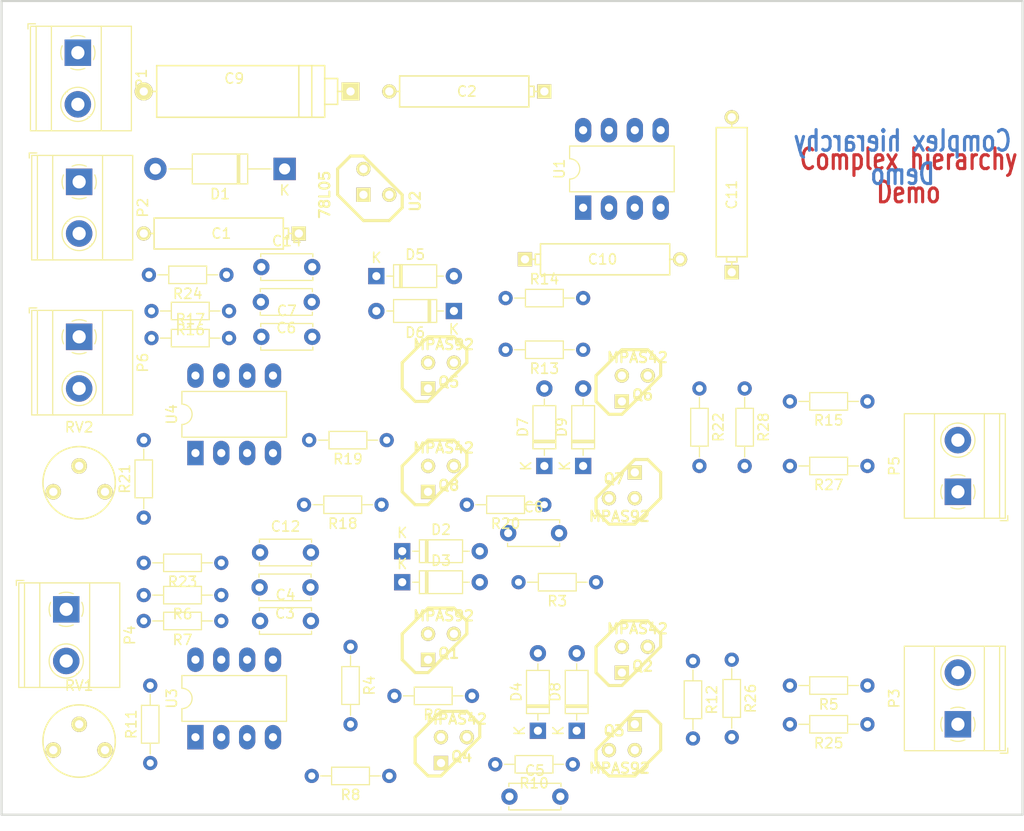
<source format=kicad_pcb>
(kicad_pcb (version 20171130) (host pcbnew 5.1.5-52549c5~84~ubuntu18.04.1)

  (general
    (thickness 1.6002)
    (drawings 6)
    (tracks 0)
    (zones 0)
    (modules 68)
    (nets 53)
  )

  (page A4)
  (title_block
    (title Actionneur_piezo)
    (company "Kicad devs")
    (comment 1 Demo)
  )

  (layers
    (0 top_copper power)
    (31 bottom_copper signal)
    (32 B.Adhes user)
    (33 F.Adhes user)
    (34 B.Paste user)
    (35 F.Paste user)
    (36 B.SilkS user)
    (37 F.SilkS user)
    (38 B.Mask user)
    (39 F.Mask user)
    (40 Dwgs.User user)
    (41 Cmts.User user)
    (42 Eco1.User user)
    (43 Eco2.User user)
    (44 Edge.Cuts user)
    (45 Margin user)
    (46 B.CrtYd user)
    (47 F.CrtYd user)
    (48 B.Fab user)
    (49 F.Fab user)
  )

  (setup
    (last_trace_width 0.4)
    (trace_clearance 0.3)
    (zone_clearance 0.508)
    (zone_45_only no)
    (trace_min 0.2032)
    (via_size 1.651)
    (via_drill 0.635)
    (via_min_size 0.889)
    (via_min_drill 0.508)
    (uvia_size 0.508)
    (uvia_drill 0.2032)
    (uvias_allowed no)
    (uvia_min_size 0.508)
    (uvia_min_drill 0.2032)
    (edge_width 0.1)
    (segment_width 0.3)
    (pcb_text_width 0.3)
    (pcb_text_size 2 2)
    (mod_edge_width 0.2)
    (mod_text_size 1 1)
    (mod_text_width 0.2)
    (pad_size 2.286 2.286)
    (pad_drill 0.8128)
    (pad_to_mask_clearance 0.254)
    (aux_axis_origin 83.5 138)
    (visible_elements 7FFFFFFF)
    (pcbplotparams
      (layerselection 0x000fc_80000001)
      (usegerberextensions false)
      (usegerberattributes true)
      (usegerberadvancedattributes false)
      (creategerberjobfile false)
      (excludeedgelayer false)
      (linewidth 0.150000)
      (plotframeref false)
      (viasonmask false)
      (mode 1)
      (useauxorigin true)
      (hpglpennumber 1)
      (hpglpenspeed 20)
      (hpglpendiameter 15.000000)
      (psnegative false)
      (psa4output false)
      (plotreference true)
      (plotvalue true)
      (plotinvisibletext false)
      (padsonsilk false)
      (subtractmaskfromsilk false)
      (outputformat 1)
      (mirror false)
      (drillshape 0)
      (scaleselection 1)
      (outputdirectory ""))
  )

  (net 0 "")
  (net 1 -VAA)
  (net 2 /12Vext)
  (net 3 /ampli_ht_horizontal/PIEZO_IN)
  (net 4 /ampli_ht_horizontal/PIEZO_OUT)
  (net 5 /ampli_ht_horizontal/S_OUT+)
  (net 6 /ampli_ht_horizontal/Vpil_0_3,3V)
  (net 7 /ampli_ht_vertical/PIEZO_IN)
  (net 8 /ampli_ht_vertical/PIEZO_OUT)
  (net 9 /ampli_ht_vertical/S_OUT+)
  (net 10 /ampli_ht_vertical/Vpil_0_3,3V)
  (net 11 GND)
  (net 12 HT)
  (net 13 "Net-(C10-Pad1)")
  (net 14 "Net-(C10-Pad2)")
  (net 15 "Net-(C12-Pad1)")
  (net 16 "Net-(C14-Pad1)")
  (net 17 "Net-(C3-Pad2)")
  (net 18 "Net-(C4-Pad1)")
  (net 19 "Net-(C5-Pad1)")
  (net 20 "Net-(C6-Pad2)")
  (net 21 "Net-(C7-Pad1)")
  (net 22 "Net-(C8-Pad1)")
  (net 23 "Net-(D4-Pad1)")
  (net 24 "Net-(D4-Pad2)")
  (net 25 "Net-(D7-Pad1)")
  (net 26 "Net-(D7-Pad2)")
  (net 27 "Net-(Q1-PadE)")
  (net 28 "Net-(Q2-PadE)")
  (net 29 "Net-(Q3-PadE)")
  (net 30 "Net-(Q4-PadB)")
  (net 31 "Net-(Q4-PadE)")
  (net 32 "Net-(Q5-PadE)")
  (net 33 "Net-(Q6-PadE)")
  (net 34 "Net-(Q7-PadE)")
  (net 35 "Net-(Q8-PadB)")
  (net 36 "Net-(Q8-PadE)")
  (net 37 "Net-(R11-Pad1)")
  (net 38 "Net-(R19-Pad2)")
  (net 39 "Net-(R21-Pad1)")
  (net 40 "Net-(R9-Pad2)")
  (net 41 "Net-(RV1-Pad2)")
  (net 42 "Net-(RV2-Pad2)")
  (net 43 VCC)
  (net 44 "Net-(U1-Pad6)")
  (net 45 "Net-(U1-Pad7)")
  (net 46 "Net-(D2-Pad1)")
  (net 47 "Net-(D3-Pad1)")
  (net 48 "Net-(D5-Pad1)")
  (net 49 "Net-(D6-Pad1)")
  (net 50 "Net-(D8-Pad2)")
  (net 51 "Net-(D9-Pad2)")
  (net 52 +12C)

  (net_class Default "Ceci est la Netclass par défaut"
    (clearance 0.3)
    (trace_width 0.4)
    (via_dia 1.651)
    (via_drill 0.635)
    (uvia_dia 0.508)
    (uvia_drill 0.2032)
    (add_net +12C)
    (add_net /ampli_ht_horizontal/PIEZO_IN)
    (add_net /ampli_ht_horizontal/PIEZO_OUT)
    (add_net /ampli_ht_horizontal/S_OUT+)
    (add_net /ampli_ht_horizontal/Vpil_0_3,3V)
    (add_net /ampli_ht_vertical/PIEZO_IN)
    (add_net /ampli_ht_vertical/PIEZO_OUT)
    (add_net /ampli_ht_vertical/S_OUT+)
    (add_net /ampli_ht_vertical/Vpil_0_3,3V)
    (add_net "Net-(C10-Pad1)")
    (add_net "Net-(C10-Pad2)")
    (add_net "Net-(C12-Pad1)")
    (add_net "Net-(C14-Pad1)")
    (add_net "Net-(C3-Pad2)")
    (add_net "Net-(C4-Pad1)")
    (add_net "Net-(C5-Pad1)")
    (add_net "Net-(C6-Pad2)")
    (add_net "Net-(C7-Pad1)")
    (add_net "Net-(C8-Pad1)")
    (add_net "Net-(D2-Pad1)")
    (add_net "Net-(D3-Pad1)")
    (add_net "Net-(D4-Pad1)")
    (add_net "Net-(D4-Pad2)")
    (add_net "Net-(D5-Pad1)")
    (add_net "Net-(D6-Pad1)")
    (add_net "Net-(D7-Pad1)")
    (add_net "Net-(D7-Pad2)")
    (add_net "Net-(D8-Pad2)")
    (add_net "Net-(D9-Pad2)")
    (add_net "Net-(Q1-PadE)")
    (add_net "Net-(Q2-PadE)")
    (add_net "Net-(Q3-PadE)")
    (add_net "Net-(Q4-PadB)")
    (add_net "Net-(Q4-PadE)")
    (add_net "Net-(Q5-PadE)")
    (add_net "Net-(Q6-PadE)")
    (add_net "Net-(Q7-PadE)")
    (add_net "Net-(Q8-PadB)")
    (add_net "Net-(Q8-PadE)")
    (add_net "Net-(R11-Pad1)")
    (add_net "Net-(R19-Pad2)")
    (add_net "Net-(R21-Pad1)")
    (add_net "Net-(R9-Pad2)")
    (add_net "Net-(RV1-Pad2)")
    (add_net "Net-(RV2-Pad2)")
    (add_net "Net-(U1-Pad6)")
    (add_net "Net-(U1-Pad7)")
  )

  (net_class power ""
    (clearance 0.3)
    (trace_width 0.6)
    (via_dia 1.651)
    (via_drill 0.635)
    (uvia_dia 0.508)
    (uvia_drill 0.2032)
    (add_net -VAA)
    (add_net /12Vext)
    (add_net GND)
    (add_net HT)
    (add_net VCC)
  )

  (module TerminalBlock_Phoenix:TerminalBlock_Phoenix_MKDS-1,5-2-5.08_1x02_P5.08mm_Horizontal (layer top_copper) (tedit 5A081FFE) (tstamp 5A611E0F)
    (at 182.245 100.076 90)
    (descr "Terminal Block Phoenix MKDS-1,5-2-5.08, 2 pins, pitch 5.08mm, size 10.16x9.8mm^2, drill diamater 1.3mm, pad diameter 2.6mm, see http://www.farnell.com/datasheets/100425.pdf, script-generated using https://github.com/pointhi/kicad-footprint-generator/scripts/TerminalBlock_Phoenix")
    (tags "THT Terminal Block Phoenix MKDS-1.5-2-5.08 pitch 5.08mm size 10.16x9.8mm^2 drill 1.3mm pad 2.6mm")
    (path /4B3A13A4/4B3A136C)
    (fp_text reference P5 (at 2.54 -6.26 90) (layer F.SilkS)
      (effects (font (size 1 1) (thickness 0.15)))
    )
    (fp_text value CONN_2 (at 2.54 5.66 90) (layer F.Fab)
      (effects (font (size 1 1) (thickness 0.15)))
    )
    (fp_text user %R (at 2.54 3.2 90) (layer F.Fab)
      (effects (font (size 1 1) (thickness 0.15)))
    )
    (fp_line (start 8.15 -5.75) (end -3.05 -5.75) (layer F.CrtYd) (width 0.05))
    (fp_line (start 8.15 5.1) (end 8.15 -5.75) (layer F.CrtYd) (width 0.05))
    (fp_line (start -3.05 5.1) (end 8.15 5.1) (layer F.CrtYd) (width 0.05))
    (fp_line (start -3.05 -5.75) (end -3.05 5.1) (layer F.CrtYd) (width 0.05))
    (fp_line (start -2.84 4.9) (end -2.34 4.9) (layer F.SilkS) (width 0.12))
    (fp_line (start -2.84 4.16) (end -2.84 4.9) (layer F.SilkS) (width 0.12))
    (fp_line (start 3.853 1.023) (end 3.806 1.069) (layer F.SilkS) (width 0.12))
    (fp_line (start 6.15 -1.275) (end 6.115 -1.239) (layer F.SilkS) (width 0.12))
    (fp_line (start 4.046 1.239) (end 4.011 1.274) (layer F.SilkS) (width 0.12))
    (fp_line (start 6.355 -1.069) (end 6.308 -1.023) (layer F.SilkS) (width 0.12))
    (fp_line (start 6.035 -1.138) (end 3.943 0.955) (layer F.Fab) (width 0.1))
    (fp_line (start 6.218 -0.955) (end 4.126 1.138) (layer F.Fab) (width 0.1))
    (fp_line (start 0.955 -1.138) (end -1.138 0.955) (layer F.Fab) (width 0.1))
    (fp_line (start 1.138 -0.955) (end -0.955 1.138) (layer F.Fab) (width 0.1))
    (fp_line (start 7.68 -5.261) (end 7.68 4.66) (layer F.SilkS) (width 0.12))
    (fp_line (start -2.6 -5.261) (end -2.6 4.66) (layer F.SilkS) (width 0.12))
    (fp_line (start -2.6 4.66) (end 7.68 4.66) (layer F.SilkS) (width 0.12))
    (fp_line (start -2.6 -5.261) (end 7.68 -5.261) (layer F.SilkS) (width 0.12))
    (fp_line (start -2.6 -2.301) (end 7.68 -2.301) (layer F.SilkS) (width 0.12))
    (fp_line (start -2.54 -2.3) (end 7.62 -2.3) (layer F.Fab) (width 0.1))
    (fp_line (start -2.6 2.6) (end 7.68 2.6) (layer F.SilkS) (width 0.12))
    (fp_line (start -2.54 2.6) (end 7.62 2.6) (layer F.Fab) (width 0.1))
    (fp_line (start -2.6 4.1) (end 7.68 4.1) (layer F.SilkS) (width 0.12))
    (fp_line (start -2.54 4.1) (end 7.62 4.1) (layer F.Fab) (width 0.1))
    (fp_line (start -2.54 4.1) (end -2.54 -5.2) (layer F.Fab) (width 0.1))
    (fp_line (start -2.04 4.6) (end -2.54 4.1) (layer F.Fab) (width 0.1))
    (fp_line (start 7.62 4.6) (end -2.04 4.6) (layer F.Fab) (width 0.1))
    (fp_line (start 7.62 -5.2) (end 7.62 4.6) (layer F.Fab) (width 0.1))
    (fp_line (start -2.54 -5.2) (end 7.62 -5.2) (layer F.Fab) (width 0.1))
    (fp_circle (center 5.08 0) (end 6.76 0) (layer F.SilkS) (width 0.12))
    (fp_circle (center 5.08 0) (end 6.58 0) (layer F.Fab) (width 0.1))
    (fp_circle (center 0 0) (end 1.5 0) (layer F.Fab) (width 0.1))
    (fp_arc (start 0 0) (end -0.684 1.535) (angle -25) (layer F.SilkS) (width 0.12))
    (fp_arc (start 0 0) (end -1.535 -0.684) (angle -48) (layer F.SilkS) (width 0.12))
    (fp_arc (start 0 0) (end 0.684 -1.535) (angle -48) (layer F.SilkS) (width 0.12))
    (fp_arc (start 0 0) (end 1.535 0.684) (angle -48) (layer F.SilkS) (width 0.12))
    (fp_arc (start 0 0) (end 0 1.68) (angle -24) (layer F.SilkS) (width 0.12))
    (pad 2 thru_hole circle (at 5.08 0 90) (size 2.6 2.6) (drill 1.3) (layers *.Cu *.Mask)
      (net 11 GND))
    (pad 1 thru_hole rect (at 0 0 90) (size 2.6 2.6) (drill 1.3) (layers *.Cu *.Mask)
      (net 4 /ampli_ht_horizontal/PIEZO_OUT))
    (model ${KISYS3DMOD}/TerminalBlock_Phoenix.3dshapes/TerminalBlock_Phoenix_MKDS-1,5-2-5.08_1x02_P5.08mm_Horizontal.wrl
      (at (xyz 0 0 0))
      (scale (xyz 1 1 1))
      (rotate (xyz 0 0 0))
    )
  )

  (module TerminalBlock_Phoenix:TerminalBlock_Phoenix_MKDS-1,5-2-5.08_1x02_P5.08mm_Horizontal (layer top_copper) (tedit 5A081FFE) (tstamp 5A611DE4)
    (at 95.885 84.836 270)
    (descr "Terminal Block Phoenix MKDS-1,5-2-5.08, 2 pins, pitch 5.08mm, size 10.16x9.8mm^2, drill diamater 1.3mm, pad diameter 2.6mm, see http://www.farnell.com/datasheets/100425.pdf, script-generated using https://github.com/pointhi/kicad-footprint-generator/scripts/TerminalBlock_Phoenix")
    (tags "THT Terminal Block Phoenix MKDS-1.5-2-5.08 pitch 5.08mm size 10.16x9.8mm^2 drill 1.3mm pad 2.6mm")
    (path /4B3A13A4/4B3A1367)
    (fp_text reference P6 (at 2.54 -6.26 270) (layer F.SilkS)
      (effects (font (size 1 1) (thickness 0.15)))
    )
    (fp_text value CONN_2 (at 2.54 5.66 270) (layer F.Fab)
      (effects (font (size 1 1) (thickness 0.15)))
    )
    (fp_arc (start 0 0) (end 0 1.68) (angle -24) (layer F.SilkS) (width 0.12))
    (fp_arc (start 0 0) (end 1.535 0.684) (angle -48) (layer F.SilkS) (width 0.12))
    (fp_arc (start 0 0) (end 0.684 -1.535) (angle -48) (layer F.SilkS) (width 0.12))
    (fp_arc (start 0 0) (end -1.535 -0.684) (angle -48) (layer F.SilkS) (width 0.12))
    (fp_arc (start 0 0) (end -0.684 1.535) (angle -25) (layer F.SilkS) (width 0.12))
    (fp_circle (center 0 0) (end 1.5 0) (layer F.Fab) (width 0.1))
    (fp_circle (center 5.08 0) (end 6.58 0) (layer F.Fab) (width 0.1))
    (fp_circle (center 5.08 0) (end 6.76 0) (layer F.SilkS) (width 0.12))
    (fp_line (start -2.54 -5.2) (end 7.62 -5.2) (layer F.Fab) (width 0.1))
    (fp_line (start 7.62 -5.2) (end 7.62 4.6) (layer F.Fab) (width 0.1))
    (fp_line (start 7.62 4.6) (end -2.04 4.6) (layer F.Fab) (width 0.1))
    (fp_line (start -2.04 4.6) (end -2.54 4.1) (layer F.Fab) (width 0.1))
    (fp_line (start -2.54 4.1) (end -2.54 -5.2) (layer F.Fab) (width 0.1))
    (fp_line (start -2.54 4.1) (end 7.62 4.1) (layer F.Fab) (width 0.1))
    (fp_line (start -2.6 4.1) (end 7.68 4.1) (layer F.SilkS) (width 0.12))
    (fp_line (start -2.54 2.6) (end 7.62 2.6) (layer F.Fab) (width 0.1))
    (fp_line (start -2.6 2.6) (end 7.68 2.6) (layer F.SilkS) (width 0.12))
    (fp_line (start -2.54 -2.3) (end 7.62 -2.3) (layer F.Fab) (width 0.1))
    (fp_line (start -2.6 -2.301) (end 7.68 -2.301) (layer F.SilkS) (width 0.12))
    (fp_line (start -2.6 -5.261) (end 7.68 -5.261) (layer F.SilkS) (width 0.12))
    (fp_line (start -2.6 4.66) (end 7.68 4.66) (layer F.SilkS) (width 0.12))
    (fp_line (start -2.6 -5.261) (end -2.6 4.66) (layer F.SilkS) (width 0.12))
    (fp_line (start 7.68 -5.261) (end 7.68 4.66) (layer F.SilkS) (width 0.12))
    (fp_line (start 1.138 -0.955) (end -0.955 1.138) (layer F.Fab) (width 0.1))
    (fp_line (start 0.955 -1.138) (end -1.138 0.955) (layer F.Fab) (width 0.1))
    (fp_line (start 6.218 -0.955) (end 4.126 1.138) (layer F.Fab) (width 0.1))
    (fp_line (start 6.035 -1.138) (end 3.943 0.955) (layer F.Fab) (width 0.1))
    (fp_line (start 6.355 -1.069) (end 6.308 -1.023) (layer F.SilkS) (width 0.12))
    (fp_line (start 4.046 1.239) (end 4.011 1.274) (layer F.SilkS) (width 0.12))
    (fp_line (start 6.15 -1.275) (end 6.115 -1.239) (layer F.SilkS) (width 0.12))
    (fp_line (start 3.853 1.023) (end 3.806 1.069) (layer F.SilkS) (width 0.12))
    (fp_line (start -2.84 4.16) (end -2.84 4.9) (layer F.SilkS) (width 0.12))
    (fp_line (start -2.84 4.9) (end -2.34 4.9) (layer F.SilkS) (width 0.12))
    (fp_line (start -3.05 -5.75) (end -3.05 5.1) (layer F.CrtYd) (width 0.05))
    (fp_line (start -3.05 5.1) (end 8.15 5.1) (layer F.CrtYd) (width 0.05))
    (fp_line (start 8.15 5.1) (end 8.15 -5.75) (layer F.CrtYd) (width 0.05))
    (fp_line (start 8.15 -5.75) (end -3.05 -5.75) (layer F.CrtYd) (width 0.05))
    (fp_text user %R (at 2.54 3.2 270) (layer F.Fab)
      (effects (font (size 1 1) (thickness 0.15)))
    )
    (pad 1 thru_hole rect (at 0 0 270) (size 2.6 2.6) (drill 1.3) (layers *.Cu *.Mask)
      (net 3 /ampli_ht_horizontal/PIEZO_IN))
    (pad 2 thru_hole circle (at 5.08 0 270) (size 2.6 2.6) (drill 1.3) (layers *.Cu *.Mask)
      (net 11 GND))
    (model ${KISYS3DMOD}/TerminalBlock_Phoenix.3dshapes/TerminalBlock_Phoenix_MKDS-1,5-2-5.08_1x02_P5.08mm_Horizontal.wrl
      (at (xyz 0 0 0))
      (scale (xyz 1 1 1))
      (rotate (xyz 0 0 0))
    )
  )

  (module TerminalBlock_Phoenix:TerminalBlock_Phoenix_MKDS-1,5-2-5.08_1x02_P5.08mm_Horizontal (layer top_copper) (tedit 5A081FFE) (tstamp 5A611DB9)
    (at 182.245 122.936 90)
    (descr "Terminal Block Phoenix MKDS-1,5-2-5.08, 2 pins, pitch 5.08mm, size 10.16x9.8mm^2, drill diamater 1.3mm, pad diameter 2.6mm, see http://www.farnell.com/datasheets/100425.pdf, script-generated using https://github.com/pointhi/kicad-footprint-generator/scripts/TerminalBlock_Phoenix")
    (tags "THT Terminal Block Phoenix MKDS-1.5-2-5.08 pitch 5.08mm size 10.16x9.8mm^2 drill 1.3mm pad 2.6mm")
    (path /4B3A1333/4B3A136C)
    (fp_text reference P3 (at 2.54 -6.26 90) (layer F.SilkS)
      (effects (font (size 1 1) (thickness 0.15)))
    )
    (fp_text value CONN_2 (at 2.54 5.66 90) (layer F.Fab)
      (effects (font (size 1 1) (thickness 0.15)))
    )
    (fp_text user %R (at 2.54 3.2 90) (layer F.Fab)
      (effects (font (size 1 1) (thickness 0.15)))
    )
    (fp_line (start 8.15 -5.75) (end -3.05 -5.75) (layer F.CrtYd) (width 0.05))
    (fp_line (start 8.15 5.1) (end 8.15 -5.75) (layer F.CrtYd) (width 0.05))
    (fp_line (start -3.05 5.1) (end 8.15 5.1) (layer F.CrtYd) (width 0.05))
    (fp_line (start -3.05 -5.75) (end -3.05 5.1) (layer F.CrtYd) (width 0.05))
    (fp_line (start -2.84 4.9) (end -2.34 4.9) (layer F.SilkS) (width 0.12))
    (fp_line (start -2.84 4.16) (end -2.84 4.9) (layer F.SilkS) (width 0.12))
    (fp_line (start 3.853 1.023) (end 3.806 1.069) (layer F.SilkS) (width 0.12))
    (fp_line (start 6.15 -1.275) (end 6.115 -1.239) (layer F.SilkS) (width 0.12))
    (fp_line (start 4.046 1.239) (end 4.011 1.274) (layer F.SilkS) (width 0.12))
    (fp_line (start 6.355 -1.069) (end 6.308 -1.023) (layer F.SilkS) (width 0.12))
    (fp_line (start 6.035 -1.138) (end 3.943 0.955) (layer F.Fab) (width 0.1))
    (fp_line (start 6.218 -0.955) (end 4.126 1.138) (layer F.Fab) (width 0.1))
    (fp_line (start 0.955 -1.138) (end -1.138 0.955) (layer F.Fab) (width 0.1))
    (fp_line (start 1.138 -0.955) (end -0.955 1.138) (layer F.Fab) (width 0.1))
    (fp_line (start 7.68 -5.261) (end 7.68 4.66) (layer F.SilkS) (width 0.12))
    (fp_line (start -2.6 -5.261) (end -2.6 4.66) (layer F.SilkS) (width 0.12))
    (fp_line (start -2.6 4.66) (end 7.68 4.66) (layer F.SilkS) (width 0.12))
    (fp_line (start -2.6 -5.261) (end 7.68 -5.261) (layer F.SilkS) (width 0.12))
    (fp_line (start -2.6 -2.301) (end 7.68 -2.301) (layer F.SilkS) (width 0.12))
    (fp_line (start -2.54 -2.3) (end 7.62 -2.3) (layer F.Fab) (width 0.1))
    (fp_line (start -2.6 2.6) (end 7.68 2.6) (layer F.SilkS) (width 0.12))
    (fp_line (start -2.54 2.6) (end 7.62 2.6) (layer F.Fab) (width 0.1))
    (fp_line (start -2.6 4.1) (end 7.68 4.1) (layer F.SilkS) (width 0.12))
    (fp_line (start -2.54 4.1) (end 7.62 4.1) (layer F.Fab) (width 0.1))
    (fp_line (start -2.54 4.1) (end -2.54 -5.2) (layer F.Fab) (width 0.1))
    (fp_line (start -2.04 4.6) (end -2.54 4.1) (layer F.Fab) (width 0.1))
    (fp_line (start 7.62 4.6) (end -2.04 4.6) (layer F.Fab) (width 0.1))
    (fp_line (start 7.62 -5.2) (end 7.62 4.6) (layer F.Fab) (width 0.1))
    (fp_line (start -2.54 -5.2) (end 7.62 -5.2) (layer F.Fab) (width 0.1))
    (fp_circle (center 5.08 0) (end 6.76 0) (layer F.SilkS) (width 0.12))
    (fp_circle (center 5.08 0) (end 6.58 0) (layer F.Fab) (width 0.1))
    (fp_circle (center 0 0) (end 1.5 0) (layer F.Fab) (width 0.1))
    (fp_arc (start 0 0) (end -0.684 1.535) (angle -25) (layer F.SilkS) (width 0.12))
    (fp_arc (start 0 0) (end -1.535 -0.684) (angle -48) (layer F.SilkS) (width 0.12))
    (fp_arc (start 0 0) (end 0.684 -1.535) (angle -48) (layer F.SilkS) (width 0.12))
    (fp_arc (start 0 0) (end 1.535 0.684) (angle -48) (layer F.SilkS) (width 0.12))
    (fp_arc (start 0 0) (end 0 1.68) (angle -24) (layer F.SilkS) (width 0.12))
    (pad 2 thru_hole circle (at 5.08 0 90) (size 2.6 2.6) (drill 1.3) (layers *.Cu *.Mask)
      (net 11 GND))
    (pad 1 thru_hole rect (at 0 0 90) (size 2.6 2.6) (drill 1.3) (layers *.Cu *.Mask)
      (net 8 /ampli_ht_vertical/PIEZO_OUT))
    (model ${KISYS3DMOD}/TerminalBlock_Phoenix.3dshapes/TerminalBlock_Phoenix_MKDS-1,5-2-5.08_1x02_P5.08mm_Horizontal.wrl
      (at (xyz 0 0 0))
      (scale (xyz 1 1 1))
      (rotate (xyz 0 0 0))
    )
  )

  (module TerminalBlock_Phoenix:TerminalBlock_Phoenix_MKDS-1,5-2-5.08_1x02_P5.08mm_Horizontal (layer top_copper) (tedit 5A081FFE) (tstamp 5A611D8E)
    (at 94.615 111.633 270)
    (descr "Terminal Block Phoenix MKDS-1,5-2-5.08, 2 pins, pitch 5.08mm, size 10.16x9.8mm^2, drill diamater 1.3mm, pad diameter 2.6mm, see http://www.farnell.com/datasheets/100425.pdf, script-generated using https://github.com/pointhi/kicad-footprint-generator/scripts/TerminalBlock_Phoenix")
    (tags "THT Terminal Block Phoenix MKDS-1.5-2-5.08 pitch 5.08mm size 10.16x9.8mm^2 drill 1.3mm pad 2.6mm")
    (path /4B3A1333/4B3A1367)
    (fp_text reference P4 (at 2.54 -6.26 270) (layer F.SilkS)
      (effects (font (size 1 1) (thickness 0.15)))
    )
    (fp_text value CONN_2 (at 2.54 5.66 270) (layer F.Fab)
      (effects (font (size 1 1) (thickness 0.15)))
    )
    (fp_arc (start 0 0) (end 0 1.68) (angle -24) (layer F.SilkS) (width 0.12))
    (fp_arc (start 0 0) (end 1.535 0.684) (angle -48) (layer F.SilkS) (width 0.12))
    (fp_arc (start 0 0) (end 0.684 -1.535) (angle -48) (layer F.SilkS) (width 0.12))
    (fp_arc (start 0 0) (end -1.535 -0.684) (angle -48) (layer F.SilkS) (width 0.12))
    (fp_arc (start 0 0) (end -0.684 1.535) (angle -25) (layer F.SilkS) (width 0.12))
    (fp_circle (center 0 0) (end 1.5 0) (layer F.Fab) (width 0.1))
    (fp_circle (center 5.08 0) (end 6.58 0) (layer F.Fab) (width 0.1))
    (fp_circle (center 5.08 0) (end 6.76 0) (layer F.SilkS) (width 0.12))
    (fp_line (start -2.54 -5.2) (end 7.62 -5.2) (layer F.Fab) (width 0.1))
    (fp_line (start 7.62 -5.2) (end 7.62 4.6) (layer F.Fab) (width 0.1))
    (fp_line (start 7.62 4.6) (end -2.04 4.6) (layer F.Fab) (width 0.1))
    (fp_line (start -2.04 4.6) (end -2.54 4.1) (layer F.Fab) (width 0.1))
    (fp_line (start -2.54 4.1) (end -2.54 -5.2) (layer F.Fab) (width 0.1))
    (fp_line (start -2.54 4.1) (end 7.62 4.1) (layer F.Fab) (width 0.1))
    (fp_line (start -2.6 4.1) (end 7.68 4.1) (layer F.SilkS) (width 0.12))
    (fp_line (start -2.54 2.6) (end 7.62 2.6) (layer F.Fab) (width 0.1))
    (fp_line (start -2.6 2.6) (end 7.68 2.6) (layer F.SilkS) (width 0.12))
    (fp_line (start -2.54 -2.3) (end 7.62 -2.3) (layer F.Fab) (width 0.1))
    (fp_line (start -2.6 -2.301) (end 7.68 -2.301) (layer F.SilkS) (width 0.12))
    (fp_line (start -2.6 -5.261) (end 7.68 -5.261) (layer F.SilkS) (width 0.12))
    (fp_line (start -2.6 4.66) (end 7.68 4.66) (layer F.SilkS) (width 0.12))
    (fp_line (start -2.6 -5.261) (end -2.6 4.66) (layer F.SilkS) (width 0.12))
    (fp_line (start 7.68 -5.261) (end 7.68 4.66) (layer F.SilkS) (width 0.12))
    (fp_line (start 1.138 -0.955) (end -0.955 1.138) (layer F.Fab) (width 0.1))
    (fp_line (start 0.955 -1.138) (end -1.138 0.955) (layer F.Fab) (width 0.1))
    (fp_line (start 6.218 -0.955) (end 4.126 1.138) (layer F.Fab) (width 0.1))
    (fp_line (start 6.035 -1.138) (end 3.943 0.955) (layer F.Fab) (width 0.1))
    (fp_line (start 6.355 -1.069) (end 6.308 -1.023) (layer F.SilkS) (width 0.12))
    (fp_line (start 4.046 1.239) (end 4.011 1.274) (layer F.SilkS) (width 0.12))
    (fp_line (start 6.15 -1.275) (end 6.115 -1.239) (layer F.SilkS) (width 0.12))
    (fp_line (start 3.853 1.023) (end 3.806 1.069) (layer F.SilkS) (width 0.12))
    (fp_line (start -2.84 4.16) (end -2.84 4.9) (layer F.SilkS) (width 0.12))
    (fp_line (start -2.84 4.9) (end -2.34 4.9) (layer F.SilkS) (width 0.12))
    (fp_line (start -3.05 -5.75) (end -3.05 5.1) (layer F.CrtYd) (width 0.05))
    (fp_line (start -3.05 5.1) (end 8.15 5.1) (layer F.CrtYd) (width 0.05))
    (fp_line (start 8.15 5.1) (end 8.15 -5.75) (layer F.CrtYd) (width 0.05))
    (fp_line (start 8.15 -5.75) (end -3.05 -5.75) (layer F.CrtYd) (width 0.05))
    (fp_text user %R (at 2.54 3.2 270) (layer F.Fab)
      (effects (font (size 1 1) (thickness 0.15)))
    )
    (pad 1 thru_hole rect (at 0 0 270) (size 2.6 2.6) (drill 1.3) (layers *.Cu *.Mask)
      (net 7 /ampli_ht_vertical/PIEZO_IN))
    (pad 2 thru_hole circle (at 5.08 0 270) (size 2.6 2.6) (drill 1.3) (layers *.Cu *.Mask)
      (net 11 GND))
    (model ${KISYS3DMOD}/TerminalBlock_Phoenix.3dshapes/TerminalBlock_Phoenix_MKDS-1,5-2-5.08_1x02_P5.08mm_Horizontal.wrl
      (at (xyz 0 0 0))
      (scale (xyz 1 1 1))
      (rotate (xyz 0 0 0))
    )
  )

  (module TerminalBlock_Phoenix:TerminalBlock_Phoenix_MKDS-1,5-2-5.08_1x02_P5.08mm_Horizontal (layer top_copper) (tedit 5A081FFE) (tstamp 5A611D63)
    (at 95.885 69.596 270)
    (descr "Terminal Block Phoenix MKDS-1,5-2-5.08, 2 pins, pitch 5.08mm, size 10.16x9.8mm^2, drill diamater 1.3mm, pad diameter 2.6mm, see http://www.farnell.com/datasheets/100425.pdf, script-generated using https://github.com/pointhi/kicad-footprint-generator/scripts/TerminalBlock_Phoenix")
    (tags "THT Terminal Block Phoenix MKDS-1.5-2-5.08 pitch 5.08mm size 10.16x9.8mm^2 drill 1.3mm pad 2.6mm")
    (path /4AD71B06)
    (fp_text reference P2 (at 2.54 -6.26 270) (layer F.SilkS)
      (effects (font (size 1 1) (thickness 0.15)))
    )
    (fp_text value CONN_2 (at 2.54 5.66 270) (layer F.Fab)
      (effects (font (size 1 1) (thickness 0.15)))
    )
    (fp_text user %R (at 2.54 3.2 270) (layer F.Fab)
      (effects (font (size 1 1) (thickness 0.15)))
    )
    (fp_line (start 8.15 -5.75) (end -3.05 -5.75) (layer F.CrtYd) (width 0.05))
    (fp_line (start 8.15 5.1) (end 8.15 -5.75) (layer F.CrtYd) (width 0.05))
    (fp_line (start -3.05 5.1) (end 8.15 5.1) (layer F.CrtYd) (width 0.05))
    (fp_line (start -3.05 -5.75) (end -3.05 5.1) (layer F.CrtYd) (width 0.05))
    (fp_line (start -2.84 4.9) (end -2.34 4.9) (layer F.SilkS) (width 0.12))
    (fp_line (start -2.84 4.16) (end -2.84 4.9) (layer F.SilkS) (width 0.12))
    (fp_line (start 3.853 1.023) (end 3.806 1.069) (layer F.SilkS) (width 0.12))
    (fp_line (start 6.15 -1.275) (end 6.115 -1.239) (layer F.SilkS) (width 0.12))
    (fp_line (start 4.046 1.239) (end 4.011 1.274) (layer F.SilkS) (width 0.12))
    (fp_line (start 6.355 -1.069) (end 6.308 -1.023) (layer F.SilkS) (width 0.12))
    (fp_line (start 6.035 -1.138) (end 3.943 0.955) (layer F.Fab) (width 0.1))
    (fp_line (start 6.218 -0.955) (end 4.126 1.138) (layer F.Fab) (width 0.1))
    (fp_line (start 0.955 -1.138) (end -1.138 0.955) (layer F.Fab) (width 0.1))
    (fp_line (start 1.138 -0.955) (end -0.955 1.138) (layer F.Fab) (width 0.1))
    (fp_line (start 7.68 -5.261) (end 7.68 4.66) (layer F.SilkS) (width 0.12))
    (fp_line (start -2.6 -5.261) (end -2.6 4.66) (layer F.SilkS) (width 0.12))
    (fp_line (start -2.6 4.66) (end 7.68 4.66) (layer F.SilkS) (width 0.12))
    (fp_line (start -2.6 -5.261) (end 7.68 -5.261) (layer F.SilkS) (width 0.12))
    (fp_line (start -2.6 -2.301) (end 7.68 -2.301) (layer F.SilkS) (width 0.12))
    (fp_line (start -2.54 -2.3) (end 7.62 -2.3) (layer F.Fab) (width 0.1))
    (fp_line (start -2.6 2.6) (end 7.68 2.6) (layer F.SilkS) (width 0.12))
    (fp_line (start -2.54 2.6) (end 7.62 2.6) (layer F.Fab) (width 0.1))
    (fp_line (start -2.6 4.1) (end 7.68 4.1) (layer F.SilkS) (width 0.12))
    (fp_line (start -2.54 4.1) (end 7.62 4.1) (layer F.Fab) (width 0.1))
    (fp_line (start -2.54 4.1) (end -2.54 -5.2) (layer F.Fab) (width 0.1))
    (fp_line (start -2.04 4.6) (end -2.54 4.1) (layer F.Fab) (width 0.1))
    (fp_line (start 7.62 4.6) (end -2.04 4.6) (layer F.Fab) (width 0.1))
    (fp_line (start 7.62 -5.2) (end 7.62 4.6) (layer F.Fab) (width 0.1))
    (fp_line (start -2.54 -5.2) (end 7.62 -5.2) (layer F.Fab) (width 0.1))
    (fp_circle (center 5.08 0) (end 6.76 0) (layer F.SilkS) (width 0.12))
    (fp_circle (center 5.08 0) (end 6.58 0) (layer F.Fab) (width 0.1))
    (fp_circle (center 0 0) (end 1.5 0) (layer F.Fab) (width 0.1))
    (fp_arc (start 0 0) (end -0.684 1.535) (angle -25) (layer F.SilkS) (width 0.12))
    (fp_arc (start 0 0) (end -1.535 -0.684) (angle -48) (layer F.SilkS) (width 0.12))
    (fp_arc (start 0 0) (end 0.684 -1.535) (angle -48) (layer F.SilkS) (width 0.12))
    (fp_arc (start 0 0) (end 1.535 0.684) (angle -48) (layer F.SilkS) (width 0.12))
    (fp_arc (start 0 0) (end 0 1.68) (angle -24) (layer F.SilkS) (width 0.12))
    (pad 2 thru_hole circle (at 5.08 0 270) (size 2.6 2.6) (drill 1.3) (layers *.Cu *.Mask)
      (net 11 GND))
    (pad 1 thru_hole rect (at 0 0 270) (size 2.6 2.6) (drill 1.3) (layers *.Cu *.Mask)
      (net 2 /12Vext))
    (model ${KISYS3DMOD}/TerminalBlock_Phoenix.3dshapes/TerminalBlock_Phoenix_MKDS-1,5-2-5.08_1x02_P5.08mm_Horizontal.wrl
      (at (xyz 0 0 0))
      (scale (xyz 1 1 1))
      (rotate (xyz 0 0 0))
    )
  )

  (module TerminalBlock_Phoenix:TerminalBlock_Phoenix_MKDS-1,5-2-5.08_1x02_P5.08mm_Horizontal (layer top_copper) (tedit 5A081FFE) (tstamp 5A611D38)
    (at 95.758 56.896 270)
    (descr "Terminal Block Phoenix MKDS-1,5-2-5.08, 2 pins, pitch 5.08mm, size 10.16x9.8mm^2, drill diamater 1.3mm, pad diameter 2.6mm, see http://www.farnell.com/datasheets/100425.pdf, script-generated using https://github.com/pointhi/kicad-footprint-generator/scripts/TerminalBlock_Phoenix")
    (tags "THT Terminal Block Phoenix MKDS-1.5-2-5.08 pitch 5.08mm size 10.16x9.8mm^2 drill 1.3mm pad 2.6mm")
    (path /4B3A12F4)
    (fp_text reference P1 (at 2.54 -6.26 270) (layer F.SilkS)
      (effects (font (size 1 1) (thickness 0.15)))
    )
    (fp_text value CONN_2 (at 2.54 5.66 270) (layer F.Fab)
      (effects (font (size 1 1) (thickness 0.15)))
    )
    (fp_arc (start 0 0) (end 0 1.68) (angle -24) (layer F.SilkS) (width 0.12))
    (fp_arc (start 0 0) (end 1.535 0.684) (angle -48) (layer F.SilkS) (width 0.12))
    (fp_arc (start 0 0) (end 0.684 -1.535) (angle -48) (layer F.SilkS) (width 0.12))
    (fp_arc (start 0 0) (end -1.535 -0.684) (angle -48) (layer F.SilkS) (width 0.12))
    (fp_arc (start 0 0) (end -0.684 1.535) (angle -25) (layer F.SilkS) (width 0.12))
    (fp_circle (center 0 0) (end 1.5 0) (layer F.Fab) (width 0.1))
    (fp_circle (center 5.08 0) (end 6.58 0) (layer F.Fab) (width 0.1))
    (fp_circle (center 5.08 0) (end 6.76 0) (layer F.SilkS) (width 0.12))
    (fp_line (start -2.54 -5.2) (end 7.62 -5.2) (layer F.Fab) (width 0.1))
    (fp_line (start 7.62 -5.2) (end 7.62 4.6) (layer F.Fab) (width 0.1))
    (fp_line (start 7.62 4.6) (end -2.04 4.6) (layer F.Fab) (width 0.1))
    (fp_line (start -2.04 4.6) (end -2.54 4.1) (layer F.Fab) (width 0.1))
    (fp_line (start -2.54 4.1) (end -2.54 -5.2) (layer F.Fab) (width 0.1))
    (fp_line (start -2.54 4.1) (end 7.62 4.1) (layer F.Fab) (width 0.1))
    (fp_line (start -2.6 4.1) (end 7.68 4.1) (layer F.SilkS) (width 0.12))
    (fp_line (start -2.54 2.6) (end 7.62 2.6) (layer F.Fab) (width 0.1))
    (fp_line (start -2.6 2.6) (end 7.68 2.6) (layer F.SilkS) (width 0.12))
    (fp_line (start -2.54 -2.3) (end 7.62 -2.3) (layer F.Fab) (width 0.1))
    (fp_line (start -2.6 -2.301) (end 7.68 -2.301) (layer F.SilkS) (width 0.12))
    (fp_line (start -2.6 -5.261) (end 7.68 -5.261) (layer F.SilkS) (width 0.12))
    (fp_line (start -2.6 4.66) (end 7.68 4.66) (layer F.SilkS) (width 0.12))
    (fp_line (start -2.6 -5.261) (end -2.6 4.66) (layer F.SilkS) (width 0.12))
    (fp_line (start 7.68 -5.261) (end 7.68 4.66) (layer F.SilkS) (width 0.12))
    (fp_line (start 1.138 -0.955) (end -0.955 1.138) (layer F.Fab) (width 0.1))
    (fp_line (start 0.955 -1.138) (end -1.138 0.955) (layer F.Fab) (width 0.1))
    (fp_line (start 6.218 -0.955) (end 4.126 1.138) (layer F.Fab) (width 0.1))
    (fp_line (start 6.035 -1.138) (end 3.943 0.955) (layer F.Fab) (width 0.1))
    (fp_line (start 6.355 -1.069) (end 6.308 -1.023) (layer F.SilkS) (width 0.12))
    (fp_line (start 4.046 1.239) (end 4.011 1.274) (layer F.SilkS) (width 0.12))
    (fp_line (start 6.15 -1.275) (end 6.115 -1.239) (layer F.SilkS) (width 0.12))
    (fp_line (start 3.853 1.023) (end 3.806 1.069) (layer F.SilkS) (width 0.12))
    (fp_line (start -2.84 4.16) (end -2.84 4.9) (layer F.SilkS) (width 0.12))
    (fp_line (start -2.84 4.9) (end -2.34 4.9) (layer F.SilkS) (width 0.12))
    (fp_line (start -3.05 -5.75) (end -3.05 5.1) (layer F.CrtYd) (width 0.05))
    (fp_line (start -3.05 5.1) (end 8.15 5.1) (layer F.CrtYd) (width 0.05))
    (fp_line (start 8.15 5.1) (end 8.15 -5.75) (layer F.CrtYd) (width 0.05))
    (fp_line (start 8.15 -5.75) (end -3.05 -5.75) (layer F.CrtYd) (width 0.05))
    (fp_text user %R (at 2.54 3.2 270) (layer F.Fab)
      (effects (font (size 1 1) (thickness 0.15)))
    )
    (pad 1 thru_hole rect (at 0 0 270) (size 2.6 2.6) (drill 1.3) (layers *.Cu *.Mask)
      (net 12 HT))
    (pad 2 thru_hole circle (at 5.08 0 270) (size 2.6 2.6) (drill 1.3) (layers *.Cu *.Mask)
      (net 11 GND))
    (model ${KISYS3DMOD}/TerminalBlock_Phoenix.3dshapes/TerminalBlock_Phoenix_MKDS-1,5-2-5.08_1x02_P5.08mm_Horizontal.wrl
      (at (xyz 0 0 0))
      (scale (xyz 1 1 1))
      (rotate (xyz 0 0 0))
    )
  )

  (module Diode_THT:D_DO-35_SOD27_P7.62mm_Horizontal (layer top_copper) (tedit 5A195B5A) (tstamp 5A5987A9)
    (at 145.415 97.536 90)
    (descr "D, DO-35_SOD27 series, Axial, Horizontal, pin pitch=7.62mm, , length*diameter=4*2mm^2, , http://www.diodes.com/_files/packages/DO-35.pdf")
    (tags "D DO-35_SOD27 series Axial Horizontal pin pitch 7.62mm  length 4mm diameter 2mm")
    (path /4B3A13A4/4B616AFA)
    (fp_text reference D9 (at 3.81 -2.12 90) (layer F.SilkS)
      (effects (font (size 1 1) (thickness 0.15)))
    )
    (fp_text value 1N4148 (at 3.81 2.12 90) (layer F.Fab)
      (effects (font (size 1 1) (thickness 0.15)))
    )
    (fp_text user K (at 0 -1.8 90) (layer F.SilkS)
      (effects (font (size 1 1) (thickness 0.15)))
    )
    (fp_text user K (at 0 -1.8 90) (layer F.Fab)
      (effects (font (size 1 1) (thickness 0.15)))
    )
    (fp_text user %R (at 4.11 0 90) (layer F.Fab)
      (effects (font (size 0.8 0.8) (thickness 0.12)))
    )
    (fp_line (start 8.7 -1.4) (end -1.05 -1.4) (layer F.CrtYd) (width 0.05))
    (fp_line (start 8.7 1.4) (end 8.7 -1.4) (layer F.CrtYd) (width 0.05))
    (fp_line (start -1.05 1.4) (end 8.7 1.4) (layer F.CrtYd) (width 0.05))
    (fp_line (start -1.05 -1.4) (end -1.05 1.4) (layer F.CrtYd) (width 0.05))
    (fp_line (start 2.29 -1.12) (end 2.29 1.12) (layer F.SilkS) (width 0.12))
    (fp_line (start 2.53 -1.12) (end 2.53 1.12) (layer F.SilkS) (width 0.12))
    (fp_line (start 2.41 -1.12) (end 2.41 1.12) (layer F.SilkS) (width 0.12))
    (fp_line (start 6.58 0) (end 5.93 0) (layer F.SilkS) (width 0.12))
    (fp_line (start 1.04 0) (end 1.69 0) (layer F.SilkS) (width 0.12))
    (fp_line (start 5.93 -1.12) (end 1.69 -1.12) (layer F.SilkS) (width 0.12))
    (fp_line (start 5.93 1.12) (end 5.93 -1.12) (layer F.SilkS) (width 0.12))
    (fp_line (start 1.69 1.12) (end 5.93 1.12) (layer F.SilkS) (width 0.12))
    (fp_line (start 1.69 -1.12) (end 1.69 1.12) (layer F.SilkS) (width 0.12))
    (fp_line (start 2.31 -1) (end 2.31 1) (layer F.Fab) (width 0.1))
    (fp_line (start 2.51 -1) (end 2.51 1) (layer F.Fab) (width 0.1))
    (fp_line (start 2.41 -1) (end 2.41 1) (layer F.Fab) (width 0.1))
    (fp_line (start 7.62 0) (end 5.81 0) (layer F.Fab) (width 0.1))
    (fp_line (start 0 0) (end 1.81 0) (layer F.Fab) (width 0.1))
    (fp_line (start 5.81 -1) (end 1.81 -1) (layer F.Fab) (width 0.1))
    (fp_line (start 5.81 1) (end 5.81 -1) (layer F.Fab) (width 0.1))
    (fp_line (start 1.81 1) (end 5.81 1) (layer F.Fab) (width 0.1))
    (fp_line (start 1.81 -1) (end 1.81 1) (layer F.Fab) (width 0.1))
    (pad 2 thru_hole oval (at 7.62 0 90) (size 1.6 1.6) (drill 0.8) (layers *.Cu *.Mask)
      (net 51 "Net-(D9-Pad2)"))
    (pad 1 thru_hole rect (at 0 0 90) (size 1.6 1.6) (drill 0.8) (layers *.Cu *.Mask)
      (net 26 "Net-(D7-Pad2)"))
    (model ${KISYS3DMOD}/Diode_THT.3dshapes/D_DO-35_SOD27_P7.62mm_Horizontal.wrl
      (at (xyz 0 0 0))
      (scale (xyz 1 1 1))
      (rotate (xyz 0 0 0))
    )
  )

  (module Diode_THT:D_DO-35_SOD27_P7.62mm_Horizontal (layer top_copper) (tedit 5A195B5A) (tstamp 5A59878B)
    (at 140.97 123.571 90)
    (descr "D, DO-35_SOD27 series, Axial, Horizontal, pin pitch=7.62mm, , length*diameter=4*2mm^2, , http://www.diodes.com/_files/packages/DO-35.pdf")
    (tags "D DO-35_SOD27 series Axial Horizontal pin pitch 7.62mm  length 4mm diameter 2mm")
    (path /4B3A1333/4B3A137B)
    (fp_text reference D4 (at 3.81 -2.12 90) (layer F.SilkS)
      (effects (font (size 1 1) (thickness 0.15)))
    )
    (fp_text value 1N4148 (at 3.81 2.12 90) (layer F.Fab)
      (effects (font (size 1 1) (thickness 0.15)))
    )
    (fp_line (start 1.81 -1) (end 1.81 1) (layer F.Fab) (width 0.1))
    (fp_line (start 1.81 1) (end 5.81 1) (layer F.Fab) (width 0.1))
    (fp_line (start 5.81 1) (end 5.81 -1) (layer F.Fab) (width 0.1))
    (fp_line (start 5.81 -1) (end 1.81 -1) (layer F.Fab) (width 0.1))
    (fp_line (start 0 0) (end 1.81 0) (layer F.Fab) (width 0.1))
    (fp_line (start 7.62 0) (end 5.81 0) (layer F.Fab) (width 0.1))
    (fp_line (start 2.41 -1) (end 2.41 1) (layer F.Fab) (width 0.1))
    (fp_line (start 2.51 -1) (end 2.51 1) (layer F.Fab) (width 0.1))
    (fp_line (start 2.31 -1) (end 2.31 1) (layer F.Fab) (width 0.1))
    (fp_line (start 1.69 -1.12) (end 1.69 1.12) (layer F.SilkS) (width 0.12))
    (fp_line (start 1.69 1.12) (end 5.93 1.12) (layer F.SilkS) (width 0.12))
    (fp_line (start 5.93 1.12) (end 5.93 -1.12) (layer F.SilkS) (width 0.12))
    (fp_line (start 5.93 -1.12) (end 1.69 -1.12) (layer F.SilkS) (width 0.12))
    (fp_line (start 1.04 0) (end 1.69 0) (layer F.SilkS) (width 0.12))
    (fp_line (start 6.58 0) (end 5.93 0) (layer F.SilkS) (width 0.12))
    (fp_line (start 2.41 -1.12) (end 2.41 1.12) (layer F.SilkS) (width 0.12))
    (fp_line (start 2.53 -1.12) (end 2.53 1.12) (layer F.SilkS) (width 0.12))
    (fp_line (start 2.29 -1.12) (end 2.29 1.12) (layer F.SilkS) (width 0.12))
    (fp_line (start -1.05 -1.4) (end -1.05 1.4) (layer F.CrtYd) (width 0.05))
    (fp_line (start -1.05 1.4) (end 8.7 1.4) (layer F.CrtYd) (width 0.05))
    (fp_line (start 8.7 1.4) (end 8.7 -1.4) (layer F.CrtYd) (width 0.05))
    (fp_line (start 8.7 -1.4) (end -1.05 -1.4) (layer F.CrtYd) (width 0.05))
    (fp_text user %R (at 4.11 0 90) (layer F.Fab)
      (effects (font (size 0.8 0.8) (thickness 0.12)))
    )
    (fp_text user K (at 0 -1.8 90) (layer F.Fab)
      (effects (font (size 1 1) (thickness 0.15)))
    )
    (fp_text user K (at 0 -1.8 90) (layer F.SilkS)
      (effects (font (size 1 1) (thickness 0.15)))
    )
    (pad 1 thru_hole rect (at 0 0 90) (size 1.6 1.6) (drill 0.8) (layers *.Cu *.Mask)
      (net 23 "Net-(D4-Pad1)"))
    (pad 2 thru_hole oval (at 7.62 0 90) (size 1.6 1.6) (drill 0.8) (layers *.Cu *.Mask)
      (net 24 "Net-(D4-Pad2)"))
    (model ${KISYS3DMOD}/Diode_THT.3dshapes/D_DO-35_SOD27_P7.62mm_Horizontal.wrl
      (at (xyz 0 0 0))
      (scale (xyz 1 1 1))
      (rotate (xyz 0 0 0))
    )
  )

  (module Diode_THT:D_DO-35_SOD27_P7.62mm_Horizontal (layer top_copper) (tedit 5A195B5A) (tstamp 5A59876D)
    (at 132.715 82.296 180)
    (descr "D, DO-35_SOD27 series, Axial, Horizontal, pin pitch=7.62mm, , length*diameter=4*2mm^2, , http://www.diodes.com/_files/packages/DO-35.pdf")
    (tags "D DO-35_SOD27 series Axial Horizontal pin pitch 7.62mm  length 4mm diameter 2mm")
    (path /4B3A13A4/4B3A1377)
    (fp_text reference D6 (at 3.81 -2.12 180) (layer F.SilkS)
      (effects (font (size 1 1) (thickness 0.15)))
    )
    (fp_text value 1N4148 (at 3.81 2.12 180) (layer F.Fab)
      (effects (font (size 1 1) (thickness 0.15)))
    )
    (fp_text user K (at 0 -1.8 180) (layer F.SilkS)
      (effects (font (size 1 1) (thickness 0.15)))
    )
    (fp_text user K (at 0 -1.8 180) (layer F.Fab)
      (effects (font (size 1 1) (thickness 0.15)))
    )
    (fp_text user %R (at 4.11 0 180) (layer F.Fab)
      (effects (font (size 0.8 0.8) (thickness 0.12)))
    )
    (fp_line (start 8.7 -1.4) (end -1.05 -1.4) (layer F.CrtYd) (width 0.05))
    (fp_line (start 8.7 1.4) (end 8.7 -1.4) (layer F.CrtYd) (width 0.05))
    (fp_line (start -1.05 1.4) (end 8.7 1.4) (layer F.CrtYd) (width 0.05))
    (fp_line (start -1.05 -1.4) (end -1.05 1.4) (layer F.CrtYd) (width 0.05))
    (fp_line (start 2.29 -1.12) (end 2.29 1.12) (layer F.SilkS) (width 0.12))
    (fp_line (start 2.53 -1.12) (end 2.53 1.12) (layer F.SilkS) (width 0.12))
    (fp_line (start 2.41 -1.12) (end 2.41 1.12) (layer F.SilkS) (width 0.12))
    (fp_line (start 6.58 0) (end 5.93 0) (layer F.SilkS) (width 0.12))
    (fp_line (start 1.04 0) (end 1.69 0) (layer F.SilkS) (width 0.12))
    (fp_line (start 5.93 -1.12) (end 1.69 -1.12) (layer F.SilkS) (width 0.12))
    (fp_line (start 5.93 1.12) (end 5.93 -1.12) (layer F.SilkS) (width 0.12))
    (fp_line (start 1.69 1.12) (end 5.93 1.12) (layer F.SilkS) (width 0.12))
    (fp_line (start 1.69 -1.12) (end 1.69 1.12) (layer F.SilkS) (width 0.12))
    (fp_line (start 2.31 -1) (end 2.31 1) (layer F.Fab) (width 0.1))
    (fp_line (start 2.51 -1) (end 2.51 1) (layer F.Fab) (width 0.1))
    (fp_line (start 2.41 -1) (end 2.41 1) (layer F.Fab) (width 0.1))
    (fp_line (start 7.62 0) (end 5.81 0) (layer F.Fab) (width 0.1))
    (fp_line (start 0 0) (end 1.81 0) (layer F.Fab) (width 0.1))
    (fp_line (start 5.81 -1) (end 1.81 -1) (layer F.Fab) (width 0.1))
    (fp_line (start 5.81 1) (end 5.81 -1) (layer F.Fab) (width 0.1))
    (fp_line (start 1.81 1) (end 5.81 1) (layer F.Fab) (width 0.1))
    (fp_line (start 1.81 -1) (end 1.81 1) (layer F.Fab) (width 0.1))
    (pad 2 thru_hole oval (at 7.62 0 180) (size 1.6 1.6) (drill 0.8) (layers *.Cu *.Mask)
      (net 48 "Net-(D5-Pad1)"))
    (pad 1 thru_hole rect (at 0 0 180) (size 1.6 1.6) (drill 0.8) (layers *.Cu *.Mask)
      (net 49 "Net-(D6-Pad1)"))
    (model ${KISYS3DMOD}/Diode_THT.3dshapes/D_DO-35_SOD27_P7.62mm_Horizontal.wrl
      (at (xyz 0 0 0))
      (scale (xyz 1 1 1))
      (rotate (xyz 0 0 0))
    )
  )

  (module Diode_THT:D_DO-35_SOD27_P7.62mm_Horizontal (layer top_copper) (tedit 5A195B5A) (tstamp 5A59874F)
    (at 141.605 97.536 90)
    (descr "D, DO-35_SOD27 series, Axial, Horizontal, pin pitch=7.62mm, , length*diameter=4*2mm^2, , http://www.diodes.com/_files/packages/DO-35.pdf")
    (tags "D DO-35_SOD27 series Axial Horizontal pin pitch 7.62mm  length 4mm diameter 2mm")
    (path /4B3A13A4/4B3A137B)
    (fp_text reference D7 (at 3.81 -2.12 90) (layer F.SilkS)
      (effects (font (size 1 1) (thickness 0.15)))
    )
    (fp_text value 1N4148 (at 3.81 2.12 90) (layer F.Fab)
      (effects (font (size 1 1) (thickness 0.15)))
    )
    (fp_line (start 1.81 -1) (end 1.81 1) (layer F.Fab) (width 0.1))
    (fp_line (start 1.81 1) (end 5.81 1) (layer F.Fab) (width 0.1))
    (fp_line (start 5.81 1) (end 5.81 -1) (layer F.Fab) (width 0.1))
    (fp_line (start 5.81 -1) (end 1.81 -1) (layer F.Fab) (width 0.1))
    (fp_line (start 0 0) (end 1.81 0) (layer F.Fab) (width 0.1))
    (fp_line (start 7.62 0) (end 5.81 0) (layer F.Fab) (width 0.1))
    (fp_line (start 2.41 -1) (end 2.41 1) (layer F.Fab) (width 0.1))
    (fp_line (start 2.51 -1) (end 2.51 1) (layer F.Fab) (width 0.1))
    (fp_line (start 2.31 -1) (end 2.31 1) (layer F.Fab) (width 0.1))
    (fp_line (start 1.69 -1.12) (end 1.69 1.12) (layer F.SilkS) (width 0.12))
    (fp_line (start 1.69 1.12) (end 5.93 1.12) (layer F.SilkS) (width 0.12))
    (fp_line (start 5.93 1.12) (end 5.93 -1.12) (layer F.SilkS) (width 0.12))
    (fp_line (start 5.93 -1.12) (end 1.69 -1.12) (layer F.SilkS) (width 0.12))
    (fp_line (start 1.04 0) (end 1.69 0) (layer F.SilkS) (width 0.12))
    (fp_line (start 6.58 0) (end 5.93 0) (layer F.SilkS) (width 0.12))
    (fp_line (start 2.41 -1.12) (end 2.41 1.12) (layer F.SilkS) (width 0.12))
    (fp_line (start 2.53 -1.12) (end 2.53 1.12) (layer F.SilkS) (width 0.12))
    (fp_line (start 2.29 -1.12) (end 2.29 1.12) (layer F.SilkS) (width 0.12))
    (fp_line (start -1.05 -1.4) (end -1.05 1.4) (layer F.CrtYd) (width 0.05))
    (fp_line (start -1.05 1.4) (end 8.7 1.4) (layer F.CrtYd) (width 0.05))
    (fp_line (start 8.7 1.4) (end 8.7 -1.4) (layer F.CrtYd) (width 0.05))
    (fp_line (start 8.7 -1.4) (end -1.05 -1.4) (layer F.CrtYd) (width 0.05))
    (fp_text user %R (at 4.11 0 90) (layer F.Fab)
      (effects (font (size 0.8 0.8) (thickness 0.12)))
    )
    (fp_text user K (at 0 -1.8 90) (layer F.Fab)
      (effects (font (size 1 1) (thickness 0.15)))
    )
    (fp_text user K (at 0 -1.8 90) (layer F.SilkS)
      (effects (font (size 1 1) (thickness 0.15)))
    )
    (pad 1 thru_hole rect (at 0 0 90) (size 1.6 1.6) (drill 0.8) (layers *.Cu *.Mask)
      (net 25 "Net-(D7-Pad1)"))
    (pad 2 thru_hole oval (at 7.62 0 90) (size 1.6 1.6) (drill 0.8) (layers *.Cu *.Mask)
      (net 26 "Net-(D7-Pad2)"))
    (model ${KISYS3DMOD}/Diode_THT.3dshapes/D_DO-35_SOD27_P7.62mm_Horizontal.wrl
      (at (xyz 0 0 0))
      (scale (xyz 1 1 1))
      (rotate (xyz 0 0 0))
    )
  )

  (module Diode_THT:D_DO-35_SOD27_P7.62mm_Horizontal (layer top_copper) (tedit 5A195B5A) (tstamp 5A598731)
    (at 127.635 108.966)
    (descr "D, DO-35_SOD27 series, Axial, Horizontal, pin pitch=7.62mm, , length*diameter=4*2mm^2, , http://www.diodes.com/_files/packages/DO-35.pdf")
    (tags "D DO-35_SOD27 series Axial Horizontal pin pitch 7.62mm  length 4mm diameter 2mm")
    (path /4B3A1333/4B3A1377)
    (fp_text reference D3 (at 3.81 -2.12) (layer F.SilkS)
      (effects (font (size 1 1) (thickness 0.15)))
    )
    (fp_text value 1N4148 (at 3.81 2.12) (layer F.Fab)
      (effects (font (size 1 1) (thickness 0.15)))
    )
    (fp_text user K (at 0 -1.8) (layer F.SilkS)
      (effects (font (size 1 1) (thickness 0.15)))
    )
    (fp_text user K (at 0 -1.8) (layer F.Fab)
      (effects (font (size 1 1) (thickness 0.15)))
    )
    (fp_text user %R (at 4.11 0) (layer F.Fab)
      (effects (font (size 0.8 0.8) (thickness 0.12)))
    )
    (fp_line (start 8.7 -1.4) (end -1.05 -1.4) (layer F.CrtYd) (width 0.05))
    (fp_line (start 8.7 1.4) (end 8.7 -1.4) (layer F.CrtYd) (width 0.05))
    (fp_line (start -1.05 1.4) (end 8.7 1.4) (layer F.CrtYd) (width 0.05))
    (fp_line (start -1.05 -1.4) (end -1.05 1.4) (layer F.CrtYd) (width 0.05))
    (fp_line (start 2.29 -1.12) (end 2.29 1.12) (layer F.SilkS) (width 0.12))
    (fp_line (start 2.53 -1.12) (end 2.53 1.12) (layer F.SilkS) (width 0.12))
    (fp_line (start 2.41 -1.12) (end 2.41 1.12) (layer F.SilkS) (width 0.12))
    (fp_line (start 6.58 0) (end 5.93 0) (layer F.SilkS) (width 0.12))
    (fp_line (start 1.04 0) (end 1.69 0) (layer F.SilkS) (width 0.12))
    (fp_line (start 5.93 -1.12) (end 1.69 -1.12) (layer F.SilkS) (width 0.12))
    (fp_line (start 5.93 1.12) (end 5.93 -1.12) (layer F.SilkS) (width 0.12))
    (fp_line (start 1.69 1.12) (end 5.93 1.12) (layer F.SilkS) (width 0.12))
    (fp_line (start 1.69 -1.12) (end 1.69 1.12) (layer F.SilkS) (width 0.12))
    (fp_line (start 2.31 -1) (end 2.31 1) (layer F.Fab) (width 0.1))
    (fp_line (start 2.51 -1) (end 2.51 1) (layer F.Fab) (width 0.1))
    (fp_line (start 2.41 -1) (end 2.41 1) (layer F.Fab) (width 0.1))
    (fp_line (start 7.62 0) (end 5.81 0) (layer F.Fab) (width 0.1))
    (fp_line (start 0 0) (end 1.81 0) (layer F.Fab) (width 0.1))
    (fp_line (start 5.81 -1) (end 1.81 -1) (layer F.Fab) (width 0.1))
    (fp_line (start 5.81 1) (end 5.81 -1) (layer F.Fab) (width 0.1))
    (fp_line (start 1.81 1) (end 5.81 1) (layer F.Fab) (width 0.1))
    (fp_line (start 1.81 -1) (end 1.81 1) (layer F.Fab) (width 0.1))
    (pad 2 thru_hole oval (at 7.62 0) (size 1.6 1.6) (drill 0.8) (layers *.Cu *.Mask)
      (net 46 "Net-(D2-Pad1)"))
    (pad 1 thru_hole rect (at 0 0) (size 1.6 1.6) (drill 0.8) (layers *.Cu *.Mask)
      (net 47 "Net-(D3-Pad1)"))
    (model ${KISYS3DMOD}/Diode_THT.3dshapes/D_DO-35_SOD27_P7.62mm_Horizontal.wrl
      (at (xyz 0 0 0))
      (scale (xyz 1 1 1))
      (rotate (xyz 0 0 0))
    )
  )

  (module Diode_THT:D_DO-35_SOD27_P7.62mm_Horizontal (layer top_copper) (tedit 5A195B5A) (tstamp 5A598713)
    (at 127.635 105.918)
    (descr "D, DO-35_SOD27 series, Axial, Horizontal, pin pitch=7.62mm, , length*diameter=4*2mm^2, , http://www.diodes.com/_files/packages/DO-35.pdf")
    (tags "D DO-35_SOD27 series Axial Horizontal pin pitch 7.62mm  length 4mm diameter 2mm")
    (path /4B3A1333/4B3A1375)
    (fp_text reference D2 (at 3.81 -2.12) (layer F.SilkS)
      (effects (font (size 1 1) (thickness 0.15)))
    )
    (fp_text value 1N4148 (at 3.81 2.12) (layer F.Fab)
      (effects (font (size 1 1) (thickness 0.15)))
    )
    (fp_line (start 1.81 -1) (end 1.81 1) (layer F.Fab) (width 0.1))
    (fp_line (start 1.81 1) (end 5.81 1) (layer F.Fab) (width 0.1))
    (fp_line (start 5.81 1) (end 5.81 -1) (layer F.Fab) (width 0.1))
    (fp_line (start 5.81 -1) (end 1.81 -1) (layer F.Fab) (width 0.1))
    (fp_line (start 0 0) (end 1.81 0) (layer F.Fab) (width 0.1))
    (fp_line (start 7.62 0) (end 5.81 0) (layer F.Fab) (width 0.1))
    (fp_line (start 2.41 -1) (end 2.41 1) (layer F.Fab) (width 0.1))
    (fp_line (start 2.51 -1) (end 2.51 1) (layer F.Fab) (width 0.1))
    (fp_line (start 2.31 -1) (end 2.31 1) (layer F.Fab) (width 0.1))
    (fp_line (start 1.69 -1.12) (end 1.69 1.12) (layer F.SilkS) (width 0.12))
    (fp_line (start 1.69 1.12) (end 5.93 1.12) (layer F.SilkS) (width 0.12))
    (fp_line (start 5.93 1.12) (end 5.93 -1.12) (layer F.SilkS) (width 0.12))
    (fp_line (start 5.93 -1.12) (end 1.69 -1.12) (layer F.SilkS) (width 0.12))
    (fp_line (start 1.04 0) (end 1.69 0) (layer F.SilkS) (width 0.12))
    (fp_line (start 6.58 0) (end 5.93 0) (layer F.SilkS) (width 0.12))
    (fp_line (start 2.41 -1.12) (end 2.41 1.12) (layer F.SilkS) (width 0.12))
    (fp_line (start 2.53 -1.12) (end 2.53 1.12) (layer F.SilkS) (width 0.12))
    (fp_line (start 2.29 -1.12) (end 2.29 1.12) (layer F.SilkS) (width 0.12))
    (fp_line (start -1.05 -1.4) (end -1.05 1.4) (layer F.CrtYd) (width 0.05))
    (fp_line (start -1.05 1.4) (end 8.7 1.4) (layer F.CrtYd) (width 0.05))
    (fp_line (start 8.7 1.4) (end 8.7 -1.4) (layer F.CrtYd) (width 0.05))
    (fp_line (start 8.7 -1.4) (end -1.05 -1.4) (layer F.CrtYd) (width 0.05))
    (fp_text user %R (at 4.11 0) (layer F.Fab)
      (effects (font (size 0.8 0.8) (thickness 0.12)))
    )
    (fp_text user K (at 0 -1.8) (layer F.Fab)
      (effects (font (size 1 1) (thickness 0.15)))
    )
    (fp_text user K (at 0 -1.8) (layer F.SilkS)
      (effects (font (size 1 1) (thickness 0.15)))
    )
    (pad 1 thru_hole rect (at 0 0) (size 1.6 1.6) (drill 0.8) (layers *.Cu *.Mask)
      (net 46 "Net-(D2-Pad1)"))
    (pad 2 thru_hole oval (at 7.62 0) (size 1.6 1.6) (drill 0.8) (layers *.Cu *.Mask)
      (net 12 HT))
    (model ${KISYS3DMOD}/Diode_THT.3dshapes/D_DO-35_SOD27_P7.62mm_Horizontal.wrl
      (at (xyz 0 0 0))
      (scale (xyz 1 1 1))
      (rotate (xyz 0 0 0))
    )
  )

  (module Diode_THT:D_DO-35_SOD27_P7.62mm_Horizontal (layer top_copper) (tedit 5A195B5A) (tstamp 5A5986F5)
    (at 144.78 123.571 90)
    (descr "D, DO-35_SOD27 series, Axial, Horizontal, pin pitch=7.62mm, , length*diameter=4*2mm^2, , http://www.diodes.com/_files/packages/DO-35.pdf")
    (tags "D DO-35_SOD27 series Axial Horizontal pin pitch 7.62mm  length 4mm diameter 2mm")
    (path /4B3A1333/4B616AFA)
    (fp_text reference D8 (at 3.81 -2.12 90) (layer F.SilkS)
      (effects (font (size 1 1) (thickness 0.15)))
    )
    (fp_text value 1N4148 (at 3.81 2.12 90) (layer F.Fab)
      (effects (font (size 1 1) (thickness 0.15)))
    )
    (fp_text user K (at 0 -1.8 90) (layer F.SilkS)
      (effects (font (size 1 1) (thickness 0.15)))
    )
    (fp_text user K (at 0 -1.8 90) (layer F.Fab)
      (effects (font (size 1 1) (thickness 0.15)))
    )
    (fp_text user %R (at 4.11 0 90) (layer F.Fab)
      (effects (font (size 0.8 0.8) (thickness 0.12)))
    )
    (fp_line (start 8.7 -1.4) (end -1.05 -1.4) (layer F.CrtYd) (width 0.05))
    (fp_line (start 8.7 1.4) (end 8.7 -1.4) (layer F.CrtYd) (width 0.05))
    (fp_line (start -1.05 1.4) (end 8.7 1.4) (layer F.CrtYd) (width 0.05))
    (fp_line (start -1.05 -1.4) (end -1.05 1.4) (layer F.CrtYd) (width 0.05))
    (fp_line (start 2.29 -1.12) (end 2.29 1.12) (layer F.SilkS) (width 0.12))
    (fp_line (start 2.53 -1.12) (end 2.53 1.12) (layer F.SilkS) (width 0.12))
    (fp_line (start 2.41 -1.12) (end 2.41 1.12) (layer F.SilkS) (width 0.12))
    (fp_line (start 6.58 0) (end 5.93 0) (layer F.SilkS) (width 0.12))
    (fp_line (start 1.04 0) (end 1.69 0) (layer F.SilkS) (width 0.12))
    (fp_line (start 5.93 -1.12) (end 1.69 -1.12) (layer F.SilkS) (width 0.12))
    (fp_line (start 5.93 1.12) (end 5.93 -1.12) (layer F.SilkS) (width 0.12))
    (fp_line (start 1.69 1.12) (end 5.93 1.12) (layer F.SilkS) (width 0.12))
    (fp_line (start 1.69 -1.12) (end 1.69 1.12) (layer F.SilkS) (width 0.12))
    (fp_line (start 2.31 -1) (end 2.31 1) (layer F.Fab) (width 0.1))
    (fp_line (start 2.51 -1) (end 2.51 1) (layer F.Fab) (width 0.1))
    (fp_line (start 2.41 -1) (end 2.41 1) (layer F.Fab) (width 0.1))
    (fp_line (start 7.62 0) (end 5.81 0) (layer F.Fab) (width 0.1))
    (fp_line (start 0 0) (end 1.81 0) (layer F.Fab) (width 0.1))
    (fp_line (start 5.81 -1) (end 1.81 -1) (layer F.Fab) (width 0.1))
    (fp_line (start 5.81 1) (end 5.81 -1) (layer F.Fab) (width 0.1))
    (fp_line (start 1.81 1) (end 5.81 1) (layer F.Fab) (width 0.1))
    (fp_line (start 1.81 -1) (end 1.81 1) (layer F.Fab) (width 0.1))
    (pad 2 thru_hole oval (at 7.62 0 90) (size 1.6 1.6) (drill 0.8) (layers *.Cu *.Mask)
      (net 50 "Net-(D8-Pad2)"))
    (pad 1 thru_hole rect (at 0 0 90) (size 1.6 1.6) (drill 0.8) (layers *.Cu *.Mask)
      (net 24 "Net-(D4-Pad2)"))
    (model ${KISYS3DMOD}/Diode_THT.3dshapes/D_DO-35_SOD27_P7.62mm_Horizontal.wrl
      (at (xyz 0 0 0))
      (scale (xyz 1 1 1))
      (rotate (xyz 0 0 0))
    )
  )

  (module Diode_THT:D_DO-35_SOD27_P7.62mm_Horizontal (layer top_copper) (tedit 5A195B5A) (tstamp 5A5986D7)
    (at 125.095 78.867)
    (descr "D, DO-35_SOD27 series, Axial, Horizontal, pin pitch=7.62mm, , length*diameter=4*2mm^2, , http://www.diodes.com/_files/packages/DO-35.pdf")
    (tags "D DO-35_SOD27 series Axial Horizontal pin pitch 7.62mm  length 4mm diameter 2mm")
    (path /4B3A13A4/4B3A1375)
    (fp_text reference D5 (at 3.81 -2.12) (layer F.SilkS)
      (effects (font (size 1 1) (thickness 0.15)))
    )
    (fp_text value 1N4148 (at 3.81 2.12) (layer F.Fab)
      (effects (font (size 1 1) (thickness 0.15)))
    )
    (fp_line (start 1.81 -1) (end 1.81 1) (layer F.Fab) (width 0.1))
    (fp_line (start 1.81 1) (end 5.81 1) (layer F.Fab) (width 0.1))
    (fp_line (start 5.81 1) (end 5.81 -1) (layer F.Fab) (width 0.1))
    (fp_line (start 5.81 -1) (end 1.81 -1) (layer F.Fab) (width 0.1))
    (fp_line (start 0 0) (end 1.81 0) (layer F.Fab) (width 0.1))
    (fp_line (start 7.62 0) (end 5.81 0) (layer F.Fab) (width 0.1))
    (fp_line (start 2.41 -1) (end 2.41 1) (layer F.Fab) (width 0.1))
    (fp_line (start 2.51 -1) (end 2.51 1) (layer F.Fab) (width 0.1))
    (fp_line (start 2.31 -1) (end 2.31 1) (layer F.Fab) (width 0.1))
    (fp_line (start 1.69 -1.12) (end 1.69 1.12) (layer F.SilkS) (width 0.12))
    (fp_line (start 1.69 1.12) (end 5.93 1.12) (layer F.SilkS) (width 0.12))
    (fp_line (start 5.93 1.12) (end 5.93 -1.12) (layer F.SilkS) (width 0.12))
    (fp_line (start 5.93 -1.12) (end 1.69 -1.12) (layer F.SilkS) (width 0.12))
    (fp_line (start 1.04 0) (end 1.69 0) (layer F.SilkS) (width 0.12))
    (fp_line (start 6.58 0) (end 5.93 0) (layer F.SilkS) (width 0.12))
    (fp_line (start 2.41 -1.12) (end 2.41 1.12) (layer F.SilkS) (width 0.12))
    (fp_line (start 2.53 -1.12) (end 2.53 1.12) (layer F.SilkS) (width 0.12))
    (fp_line (start 2.29 -1.12) (end 2.29 1.12) (layer F.SilkS) (width 0.12))
    (fp_line (start -1.05 -1.4) (end -1.05 1.4) (layer F.CrtYd) (width 0.05))
    (fp_line (start -1.05 1.4) (end 8.7 1.4) (layer F.CrtYd) (width 0.05))
    (fp_line (start 8.7 1.4) (end 8.7 -1.4) (layer F.CrtYd) (width 0.05))
    (fp_line (start 8.7 -1.4) (end -1.05 -1.4) (layer F.CrtYd) (width 0.05))
    (fp_text user %R (at 4.11 0) (layer F.Fab)
      (effects (font (size 0.8 0.8) (thickness 0.12)))
    )
    (fp_text user K (at 0 -1.8) (layer F.Fab)
      (effects (font (size 1 1) (thickness 0.15)))
    )
    (fp_text user K (at 0 -1.8) (layer F.SilkS)
      (effects (font (size 1 1) (thickness 0.15)))
    )
    (pad 1 thru_hole rect (at 0 0) (size 1.6 1.6) (drill 0.8) (layers *.Cu *.Mask)
      (net 48 "Net-(D5-Pad1)"))
    (pad 2 thru_hole oval (at 7.62 0) (size 1.6 1.6) (drill 0.8) (layers *.Cu *.Mask)
      (net 12 HT))
    (model ${KISYS3DMOD}/Diode_THT.3dshapes/D_DO-35_SOD27_P7.62mm_Horizontal.wrl
      (at (xyz 0 0 0))
      (scale (xyz 1 1 1))
      (rotate (xyz 0 0 0))
    )
  )

  (module Diode_THT:D_DO-41_SOD81_P12.70mm_Horizontal (layer top_copper) (tedit 5A195B5A) (tstamp 5A5986B9)
    (at 116.078 68.326 180)
    (descr "D, DO-41_SOD81 series, Axial, Horizontal, pin pitch=12.7mm, , length*diameter=5.2*2.7mm^2, , http://www.diodes.com/_files/packages/DO-41%20(Plastic).pdf")
    (tags "D DO-41_SOD81 series Axial Horizontal pin pitch 12.7mm  length 5.2mm diameter 2.7mm")
    (path /4AE172F4)
    (fp_text reference D1 (at 6.35 -2.47 180) (layer F.SilkS)
      (effects (font (size 1 1) (thickness 0.15)))
    )
    (fp_text value 1N4007 (at 6.35 2.47 180) (layer F.Fab)
      (effects (font (size 1 1) (thickness 0.15)))
    )
    (fp_line (start 3.75 -1.35) (end 3.75 1.35) (layer F.Fab) (width 0.1))
    (fp_line (start 3.75 1.35) (end 8.95 1.35) (layer F.Fab) (width 0.1))
    (fp_line (start 8.95 1.35) (end 8.95 -1.35) (layer F.Fab) (width 0.1))
    (fp_line (start 8.95 -1.35) (end 3.75 -1.35) (layer F.Fab) (width 0.1))
    (fp_line (start 0 0) (end 3.75 0) (layer F.Fab) (width 0.1))
    (fp_line (start 12.7 0) (end 8.95 0) (layer F.Fab) (width 0.1))
    (fp_line (start 4.53 -1.35) (end 4.53 1.35) (layer F.Fab) (width 0.1))
    (fp_line (start 4.63 -1.35) (end 4.63 1.35) (layer F.Fab) (width 0.1))
    (fp_line (start 4.43 -1.35) (end 4.43 1.35) (layer F.Fab) (width 0.1))
    (fp_line (start 3.63 -1.47) (end 3.63 1.47) (layer F.SilkS) (width 0.12))
    (fp_line (start 3.63 1.47) (end 9.07 1.47) (layer F.SilkS) (width 0.12))
    (fp_line (start 9.07 1.47) (end 9.07 -1.47) (layer F.SilkS) (width 0.12))
    (fp_line (start 9.07 -1.47) (end 3.63 -1.47) (layer F.SilkS) (width 0.12))
    (fp_line (start 1.34 0) (end 3.63 0) (layer F.SilkS) (width 0.12))
    (fp_line (start 11.36 0) (end 9.07 0) (layer F.SilkS) (width 0.12))
    (fp_line (start 4.53 -1.47) (end 4.53 1.47) (layer F.SilkS) (width 0.12))
    (fp_line (start 4.65 -1.47) (end 4.65 1.47) (layer F.SilkS) (width 0.12))
    (fp_line (start 4.41 -1.47) (end 4.41 1.47) (layer F.SilkS) (width 0.12))
    (fp_line (start -1.35 -1.75) (end -1.35 1.75) (layer F.CrtYd) (width 0.05))
    (fp_line (start -1.35 1.75) (end 14.05 1.75) (layer F.CrtYd) (width 0.05))
    (fp_line (start 14.05 1.75) (end 14.05 -1.75) (layer F.CrtYd) (width 0.05))
    (fp_line (start 14.05 -1.75) (end -1.35 -1.75) (layer F.CrtYd) (width 0.05))
    (fp_text user %R (at 6.74 0 180) (layer F.Fab)
      (effects (font (size 1 1) (thickness 0.15)))
    )
    (fp_text user K (at 0 -2.1 180) (layer F.Fab)
      (effects (font (size 1 1) (thickness 0.15)))
    )
    (fp_text user K (at 0 -2.1 180) (layer F.SilkS)
      (effects (font (size 1 1) (thickness 0.15)))
    )
    (pad 1 thru_hole rect (at 0 0 180) (size 2.2 2.2) (drill 1.1) (layers *.Cu *.Mask)
      (net 52 +12C))
    (pad 2 thru_hole oval (at 12.7 0 180) (size 2.2 2.2) (drill 1.1) (layers *.Cu *.Mask)
      (net 2 /12Vext))
    (model ${KISYS3DMOD}/Diode_THT.3dshapes/D_DO-41_SOD81_P12.70mm_Horizontal.wrl
      (at (xyz 0 0 0))
      (scale (xyz 1 1 1))
      (rotate (xyz 0 0 0))
    )
  )

  (module Capacitor_THT:C_Disc_D5.0mm_W2.5mm_P5.00mm (layer top_copper) (tedit 5A142A3B) (tstamp 5A58833C)
    (at 118.618 109.474 180)
    (descr "C, Disc series, Radial, pin pitch=5.00mm, diameter*width=5*2.5mm^2, Capacitor, http://cdn-reichelt.de/documents/datenblatt/B300/DS_KERKO_TC.pdf")
    (tags "C Disc series Radial pin pitch 5.00mm  diameter 5mm width 2.5mm Capacitor")
    (path /4B3A1333/4B3A1358)
    (fp_text reference C3 (at 2.5 -2.56 180) (layer F.SilkS)
      (effects (font (size 1 1) (thickness 0.15)))
    )
    (fp_text value 15nF (at 2.5 2.56 180) (layer F.Fab)
      (effects (font (size 1 1) (thickness 0.15)))
    )
    (fp_text user %R (at 2.5 0 180) (layer F.Fab)
      (effects (font (size 1 1) (thickness 0.15)))
    )
    (fp_line (start 6.05 -1.6) (end -1.05 -1.6) (layer F.CrtYd) (width 0.05))
    (fp_line (start 6.05 1.6) (end 6.05 -1.6) (layer F.CrtYd) (width 0.05))
    (fp_line (start -1.05 1.6) (end 6.05 1.6) (layer F.CrtYd) (width 0.05))
    (fp_line (start -1.05 -1.6) (end -1.05 1.6) (layer F.CrtYd) (width 0.05))
    (fp_line (start 5.06 0.996) (end 5.06 1.31) (layer F.SilkS) (width 0.12))
    (fp_line (start 5.06 -1.31) (end 5.06 -0.996) (layer F.SilkS) (width 0.12))
    (fp_line (start -0.06 0.996) (end -0.06 1.31) (layer F.SilkS) (width 0.12))
    (fp_line (start -0.06 -1.31) (end -0.06 -0.996) (layer F.SilkS) (width 0.12))
    (fp_line (start -0.06 1.31) (end 5.06 1.31) (layer F.SilkS) (width 0.12))
    (fp_line (start -0.06 -1.31) (end 5.06 -1.31) (layer F.SilkS) (width 0.12))
    (fp_line (start 5 -1.25) (end 0 -1.25) (layer F.Fab) (width 0.1))
    (fp_line (start 5 1.25) (end 5 -1.25) (layer F.Fab) (width 0.1))
    (fp_line (start 0 1.25) (end 5 1.25) (layer F.Fab) (width 0.1))
    (fp_line (start 0 -1.25) (end 0 1.25) (layer F.Fab) (width 0.1))
    (pad 2 thru_hole circle (at 5 0 180) (size 1.6 1.6) (drill 0.8) (layers *.Cu *.Mask)
      (net 17 "Net-(C3-Pad2)"))
    (pad 1 thru_hole circle (at 0 0 180) (size 1.6 1.6) (drill 0.8) (layers *.Cu *.Mask)
      (net 10 /ampli_ht_vertical/Vpil_0_3,3V))
    (model ${KISYS3DMOD}/Capacitor_THT.3dshapes/C_Disc_D5.0mm_W2.5mm_P5.00mm.wrl
      (at (xyz 0 0 0))
      (scale (xyz 1 1 1))
      (rotate (xyz 0 0 0))
    )
  )

  (module Capacitor_THT:C_Disc_D5.0mm_W2.5mm_P5.00mm (layer top_copper) (tedit 5A142A3B) (tstamp 5A588328)
    (at 113.665 112.776)
    (descr "C, Disc series, Radial, pin pitch=5.00mm, diameter*width=5*2.5mm^2, Capacitor, http://cdn-reichelt.de/documents/datenblatt/B300/DS_KERKO_TC.pdf")
    (tags "C Disc series Radial pin pitch 5.00mm  diameter 5mm width 2.5mm Capacitor")
    (path /4B3A1333/4B3A1366)
    (fp_text reference C4 (at 2.5 -2.56) (layer F.SilkS)
      (effects (font (size 1 1) (thickness 0.15)))
    )
    (fp_text value 4.7nF (at 2.5 2.56) (layer F.Fab)
      (effects (font (size 1 1) (thickness 0.15)))
    )
    (fp_line (start 0 -1.25) (end 0 1.25) (layer F.Fab) (width 0.1))
    (fp_line (start 0 1.25) (end 5 1.25) (layer F.Fab) (width 0.1))
    (fp_line (start 5 1.25) (end 5 -1.25) (layer F.Fab) (width 0.1))
    (fp_line (start 5 -1.25) (end 0 -1.25) (layer F.Fab) (width 0.1))
    (fp_line (start -0.06 -1.31) (end 5.06 -1.31) (layer F.SilkS) (width 0.12))
    (fp_line (start -0.06 1.31) (end 5.06 1.31) (layer F.SilkS) (width 0.12))
    (fp_line (start -0.06 -1.31) (end -0.06 -0.996) (layer F.SilkS) (width 0.12))
    (fp_line (start -0.06 0.996) (end -0.06 1.31) (layer F.SilkS) (width 0.12))
    (fp_line (start 5.06 -1.31) (end 5.06 -0.996) (layer F.SilkS) (width 0.12))
    (fp_line (start 5.06 0.996) (end 5.06 1.31) (layer F.SilkS) (width 0.12))
    (fp_line (start -1.05 -1.6) (end -1.05 1.6) (layer F.CrtYd) (width 0.05))
    (fp_line (start -1.05 1.6) (end 6.05 1.6) (layer F.CrtYd) (width 0.05))
    (fp_line (start 6.05 1.6) (end 6.05 -1.6) (layer F.CrtYd) (width 0.05))
    (fp_line (start 6.05 -1.6) (end -1.05 -1.6) (layer F.CrtYd) (width 0.05))
    (fp_text user %R (at 2.5 0) (layer F.Fab)
      (effects (font (size 1 1) (thickness 0.15)))
    )
    (pad 1 thru_hole circle (at 0 0) (size 1.6 1.6) (drill 0.8) (layers *.Cu *.Mask)
      (net 18 "Net-(C4-Pad1)"))
    (pad 2 thru_hole circle (at 5 0) (size 1.6 1.6) (drill 0.8) (layers *.Cu *.Mask)
      (net 11 GND))
    (model ${KISYS3DMOD}/Capacitor_THT.3dshapes/C_Disc_D5.0mm_W2.5mm_P5.00mm.wrl
      (at (xyz 0 0 0))
      (scale (xyz 1 1 1))
      (rotate (xyz 0 0 0))
    )
  )

  (module Capacitor_THT:C_Disc_D5.0mm_W2.5mm_P5.00mm (layer top_copper) (tedit 5A142A3B) (tstamp 5A588314)
    (at 113.792 77.978)
    (descr "C, Disc series, Radial, pin pitch=5.00mm, diameter*width=5*2.5mm^2, Capacitor, http://cdn-reichelt.de/documents/datenblatt/B300/DS_KERKO_TC.pdf")
    (tags "C Disc series Radial pin pitch 5.00mm  diameter 5mm width 2.5mm Capacitor")
    (path /4B3A13A4/4B4F3641)
    (fp_text reference C14 (at 2.5 -2.56) (layer F.SilkS)
      (effects (font (size 1 1) (thickness 0.15)))
    )
    (fp_text value 150nF (at 2.5 2.56) (layer F.Fab)
      (effects (font (size 1 1) (thickness 0.15)))
    )
    (fp_text user %R (at 2.5 0) (layer F.Fab)
      (effects (font (size 1 1) (thickness 0.15)))
    )
    (fp_line (start 6.05 -1.6) (end -1.05 -1.6) (layer F.CrtYd) (width 0.05))
    (fp_line (start 6.05 1.6) (end 6.05 -1.6) (layer F.CrtYd) (width 0.05))
    (fp_line (start -1.05 1.6) (end 6.05 1.6) (layer F.CrtYd) (width 0.05))
    (fp_line (start -1.05 -1.6) (end -1.05 1.6) (layer F.CrtYd) (width 0.05))
    (fp_line (start 5.06 0.996) (end 5.06 1.31) (layer F.SilkS) (width 0.12))
    (fp_line (start 5.06 -1.31) (end 5.06 -0.996) (layer F.SilkS) (width 0.12))
    (fp_line (start -0.06 0.996) (end -0.06 1.31) (layer F.SilkS) (width 0.12))
    (fp_line (start -0.06 -1.31) (end -0.06 -0.996) (layer F.SilkS) (width 0.12))
    (fp_line (start -0.06 1.31) (end 5.06 1.31) (layer F.SilkS) (width 0.12))
    (fp_line (start -0.06 -1.31) (end 5.06 -1.31) (layer F.SilkS) (width 0.12))
    (fp_line (start 5 -1.25) (end 0 -1.25) (layer F.Fab) (width 0.1))
    (fp_line (start 5 1.25) (end 5 -1.25) (layer F.Fab) (width 0.1))
    (fp_line (start 0 1.25) (end 5 1.25) (layer F.Fab) (width 0.1))
    (fp_line (start 0 -1.25) (end 0 1.25) (layer F.Fab) (width 0.1))
    (pad 2 thru_hole circle (at 5 0) (size 1.6 1.6) (drill 0.8) (layers *.Cu *.Mask)
      (net 11 GND))
    (pad 1 thru_hole circle (at 0 0) (size 1.6 1.6) (drill 0.8) (layers *.Cu *.Mask)
      (net 16 "Net-(C14-Pad1)"))
    (model ${KISYS3DMOD}/Capacitor_THT.3dshapes/C_Disc_D5.0mm_W2.5mm_P5.00mm.wrl
      (at (xyz 0 0 0))
      (scale (xyz 1 1 1))
      (rotate (xyz 0 0 0))
    )
  )

  (module Capacitor_THT:C_Disc_D5.0mm_W2.5mm_P5.00mm (layer top_copper) (tedit 5A142A3B) (tstamp 5A588300)
    (at 113.665 106.045)
    (descr "C, Disc series, Radial, pin pitch=5.00mm, diameter*width=5*2.5mm^2, Capacitor, http://cdn-reichelt.de/documents/datenblatt/B300/DS_KERKO_TC.pdf")
    (tags "C Disc series Radial pin pitch 5.00mm  diameter 5mm width 2.5mm Capacitor")
    (path /4B3A1333/4B4F3641)
    (fp_text reference C12 (at 2.5 -2.56) (layer F.SilkS)
      (effects (font (size 1 1) (thickness 0.15)))
    )
    (fp_text value 150nF (at 2.5 2.56) (layer F.Fab)
      (effects (font (size 1 1) (thickness 0.15)))
    )
    (fp_line (start 0 -1.25) (end 0 1.25) (layer F.Fab) (width 0.1))
    (fp_line (start 0 1.25) (end 5 1.25) (layer F.Fab) (width 0.1))
    (fp_line (start 5 1.25) (end 5 -1.25) (layer F.Fab) (width 0.1))
    (fp_line (start 5 -1.25) (end 0 -1.25) (layer F.Fab) (width 0.1))
    (fp_line (start -0.06 -1.31) (end 5.06 -1.31) (layer F.SilkS) (width 0.12))
    (fp_line (start -0.06 1.31) (end 5.06 1.31) (layer F.SilkS) (width 0.12))
    (fp_line (start -0.06 -1.31) (end -0.06 -0.996) (layer F.SilkS) (width 0.12))
    (fp_line (start -0.06 0.996) (end -0.06 1.31) (layer F.SilkS) (width 0.12))
    (fp_line (start 5.06 -1.31) (end 5.06 -0.996) (layer F.SilkS) (width 0.12))
    (fp_line (start 5.06 0.996) (end 5.06 1.31) (layer F.SilkS) (width 0.12))
    (fp_line (start -1.05 -1.6) (end -1.05 1.6) (layer F.CrtYd) (width 0.05))
    (fp_line (start -1.05 1.6) (end 6.05 1.6) (layer F.CrtYd) (width 0.05))
    (fp_line (start 6.05 1.6) (end 6.05 -1.6) (layer F.CrtYd) (width 0.05))
    (fp_line (start 6.05 -1.6) (end -1.05 -1.6) (layer F.CrtYd) (width 0.05))
    (fp_text user %R (at 2.5 0) (layer F.Fab)
      (effects (font (size 1 1) (thickness 0.15)))
    )
    (pad 1 thru_hole circle (at 0 0) (size 1.6 1.6) (drill 0.8) (layers *.Cu *.Mask)
      (net 15 "Net-(C12-Pad1)"))
    (pad 2 thru_hole circle (at 5 0) (size 1.6 1.6) (drill 0.8) (layers *.Cu *.Mask)
      (net 11 GND))
    (model ${KISYS3DMOD}/Capacitor_THT.3dshapes/C_Disc_D5.0mm_W2.5mm_P5.00mm.wrl
      (at (xyz 0 0 0))
      (scale (xyz 1 1 1))
      (rotate (xyz 0 0 0))
    )
  )

  (module Capacitor_THT:C_Disc_D5.0mm_W2.5mm_P5.00mm (layer top_copper) (tedit 5A142A3B) (tstamp 5A5882EC)
    (at 138.176 130.048)
    (descr "C, Disc series, Radial, pin pitch=5.00mm, diameter*width=5*2.5mm^2, Capacitor, http://cdn-reichelt.de/documents/datenblatt/B300/DS_KERKO_TC.pdf")
    (tags "C Disc series Radial pin pitch 5.00mm  diameter 5mm width 2.5mm Capacitor")
    (path /4B3A1333/4B3A1365)
    (fp_text reference C5 (at 2.5 -2.56) (layer F.SilkS)
      (effects (font (size 1 1) (thickness 0.15)))
    )
    (fp_text value 820pF (at 2.5 2.56) (layer F.Fab)
      (effects (font (size 1 1) (thickness 0.15)))
    )
    (fp_text user %R (at 2.5 0) (layer F.Fab)
      (effects (font (size 1 1) (thickness 0.15)))
    )
    (fp_line (start 6.05 -1.6) (end -1.05 -1.6) (layer F.CrtYd) (width 0.05))
    (fp_line (start 6.05 1.6) (end 6.05 -1.6) (layer F.CrtYd) (width 0.05))
    (fp_line (start -1.05 1.6) (end 6.05 1.6) (layer F.CrtYd) (width 0.05))
    (fp_line (start -1.05 -1.6) (end -1.05 1.6) (layer F.CrtYd) (width 0.05))
    (fp_line (start 5.06 0.996) (end 5.06 1.31) (layer F.SilkS) (width 0.12))
    (fp_line (start 5.06 -1.31) (end 5.06 -0.996) (layer F.SilkS) (width 0.12))
    (fp_line (start -0.06 0.996) (end -0.06 1.31) (layer F.SilkS) (width 0.12))
    (fp_line (start -0.06 -1.31) (end -0.06 -0.996) (layer F.SilkS) (width 0.12))
    (fp_line (start -0.06 1.31) (end 5.06 1.31) (layer F.SilkS) (width 0.12))
    (fp_line (start -0.06 -1.31) (end 5.06 -1.31) (layer F.SilkS) (width 0.12))
    (fp_line (start 5 -1.25) (end 0 -1.25) (layer F.Fab) (width 0.1))
    (fp_line (start 5 1.25) (end 5 -1.25) (layer F.Fab) (width 0.1))
    (fp_line (start 0 1.25) (end 5 1.25) (layer F.Fab) (width 0.1))
    (fp_line (start 0 -1.25) (end 0 1.25) (layer F.Fab) (width 0.1))
    (pad 2 thru_hole circle (at 5 0) (size 1.6 1.6) (drill 0.8) (layers *.Cu *.Mask)
      (net 11 GND))
    (pad 1 thru_hole circle (at 0 0) (size 1.6 1.6) (drill 0.8) (layers *.Cu *.Mask)
      (net 19 "Net-(C5-Pad1)"))
    (model ${KISYS3DMOD}/Capacitor_THT.3dshapes/C_Disc_D5.0mm_W2.5mm_P5.00mm.wrl
      (at (xyz 0 0 0))
      (scale (xyz 1 1 1))
      (rotate (xyz 0 0 0))
    )
  )

  (module Capacitor_THT:C_Disc_D5.0mm_W2.5mm_P5.00mm (layer top_copper) (tedit 5A142A3B) (tstamp 5A5882D8)
    (at 118.745 81.407 180)
    (descr "C, Disc series, Radial, pin pitch=5.00mm, diameter*width=5*2.5mm^2, Capacitor, http://cdn-reichelt.de/documents/datenblatt/B300/DS_KERKO_TC.pdf")
    (tags "C Disc series Radial pin pitch 5.00mm  diameter 5mm width 2.5mm Capacitor")
    (path /4B3A13A4/4B3A1358)
    (fp_text reference C6 (at 2.5 -2.56 180) (layer F.SilkS)
      (effects (font (size 1 1) (thickness 0.15)))
    )
    (fp_text value 15nF (at 2.5 2.56 180) (layer F.Fab)
      (effects (font (size 1 1) (thickness 0.15)))
    )
    (fp_line (start 0 -1.25) (end 0 1.25) (layer F.Fab) (width 0.1))
    (fp_line (start 0 1.25) (end 5 1.25) (layer F.Fab) (width 0.1))
    (fp_line (start 5 1.25) (end 5 -1.25) (layer F.Fab) (width 0.1))
    (fp_line (start 5 -1.25) (end 0 -1.25) (layer F.Fab) (width 0.1))
    (fp_line (start -0.06 -1.31) (end 5.06 -1.31) (layer F.SilkS) (width 0.12))
    (fp_line (start -0.06 1.31) (end 5.06 1.31) (layer F.SilkS) (width 0.12))
    (fp_line (start -0.06 -1.31) (end -0.06 -0.996) (layer F.SilkS) (width 0.12))
    (fp_line (start -0.06 0.996) (end -0.06 1.31) (layer F.SilkS) (width 0.12))
    (fp_line (start 5.06 -1.31) (end 5.06 -0.996) (layer F.SilkS) (width 0.12))
    (fp_line (start 5.06 0.996) (end 5.06 1.31) (layer F.SilkS) (width 0.12))
    (fp_line (start -1.05 -1.6) (end -1.05 1.6) (layer F.CrtYd) (width 0.05))
    (fp_line (start -1.05 1.6) (end 6.05 1.6) (layer F.CrtYd) (width 0.05))
    (fp_line (start 6.05 1.6) (end 6.05 -1.6) (layer F.CrtYd) (width 0.05))
    (fp_line (start 6.05 -1.6) (end -1.05 -1.6) (layer F.CrtYd) (width 0.05))
    (fp_text user %R (at 2.5 0 180) (layer F.Fab)
      (effects (font (size 1 1) (thickness 0.15)))
    )
    (pad 1 thru_hole circle (at 0 0 180) (size 1.6 1.6) (drill 0.8) (layers *.Cu *.Mask)
      (net 6 /ampli_ht_horizontal/Vpil_0_3,3V))
    (pad 2 thru_hole circle (at 5 0 180) (size 1.6 1.6) (drill 0.8) (layers *.Cu *.Mask)
      (net 20 "Net-(C6-Pad2)"))
    (model ${KISYS3DMOD}/Capacitor_THT.3dshapes/C_Disc_D5.0mm_W2.5mm_P5.00mm.wrl
      (at (xyz 0 0 0))
      (scale (xyz 1 1 1))
      (rotate (xyz 0 0 0))
    )
  )

  (module Capacitor_THT:C_Disc_D5.0mm_W2.5mm_P5.00mm (layer top_copper) (tedit 5A142A3B) (tstamp 5A5882C4)
    (at 113.792 84.836)
    (descr "C, Disc series, Radial, pin pitch=5.00mm, diameter*width=5*2.5mm^2, Capacitor, http://cdn-reichelt.de/documents/datenblatt/B300/DS_KERKO_TC.pdf")
    (tags "C Disc series Radial pin pitch 5.00mm  diameter 5mm width 2.5mm Capacitor")
    (path /4B3A13A4/4B3A1366)
    (fp_text reference C7 (at 2.5 -2.56) (layer F.SilkS)
      (effects (font (size 1 1) (thickness 0.15)))
    )
    (fp_text value 4.7nF (at 2.5 2.56) (layer F.Fab)
      (effects (font (size 1 1) (thickness 0.15)))
    )
    (fp_text user %R (at 2.5 0) (layer F.Fab)
      (effects (font (size 1 1) (thickness 0.15)))
    )
    (fp_line (start 6.05 -1.6) (end -1.05 -1.6) (layer F.CrtYd) (width 0.05))
    (fp_line (start 6.05 1.6) (end 6.05 -1.6) (layer F.CrtYd) (width 0.05))
    (fp_line (start -1.05 1.6) (end 6.05 1.6) (layer F.CrtYd) (width 0.05))
    (fp_line (start -1.05 -1.6) (end -1.05 1.6) (layer F.CrtYd) (width 0.05))
    (fp_line (start 5.06 0.996) (end 5.06 1.31) (layer F.SilkS) (width 0.12))
    (fp_line (start 5.06 -1.31) (end 5.06 -0.996) (layer F.SilkS) (width 0.12))
    (fp_line (start -0.06 0.996) (end -0.06 1.31) (layer F.SilkS) (width 0.12))
    (fp_line (start -0.06 -1.31) (end -0.06 -0.996) (layer F.SilkS) (width 0.12))
    (fp_line (start -0.06 1.31) (end 5.06 1.31) (layer F.SilkS) (width 0.12))
    (fp_line (start -0.06 -1.31) (end 5.06 -1.31) (layer F.SilkS) (width 0.12))
    (fp_line (start 5 -1.25) (end 0 -1.25) (layer F.Fab) (width 0.1))
    (fp_line (start 5 1.25) (end 5 -1.25) (layer F.Fab) (width 0.1))
    (fp_line (start 0 1.25) (end 5 1.25) (layer F.Fab) (width 0.1))
    (fp_line (start 0 -1.25) (end 0 1.25) (layer F.Fab) (width 0.1))
    (pad 2 thru_hole circle (at 5 0) (size 1.6 1.6) (drill 0.8) (layers *.Cu *.Mask)
      (net 11 GND))
    (pad 1 thru_hole circle (at 0 0) (size 1.6 1.6) (drill 0.8) (layers *.Cu *.Mask)
      (net 21 "Net-(C7-Pad1)"))
    (model ${KISYS3DMOD}/Capacitor_THT.3dshapes/C_Disc_D5.0mm_W2.5mm_P5.00mm.wrl
      (at (xyz 0 0 0))
      (scale (xyz 1 1 1))
      (rotate (xyz 0 0 0))
    )
  )

  (module Capacitor_THT:C_Disc_D5.0mm_W2.5mm_P5.00mm (layer top_copper) (tedit 5A142A3B) (tstamp 5A5882B0)
    (at 138.049 104.14)
    (descr "C, Disc series, Radial, pin pitch=5.00mm, diameter*width=5*2.5mm^2, Capacitor, http://cdn-reichelt.de/documents/datenblatt/B300/DS_KERKO_TC.pdf")
    (tags "C Disc series Radial pin pitch 5.00mm  diameter 5mm width 2.5mm Capacitor")
    (path /4B3A13A4/4B3A1365)
    (fp_text reference C8 (at 2.5 -2.56) (layer F.SilkS)
      (effects (font (size 1 1) (thickness 0.15)))
    )
    (fp_text value 820pF (at 2.5 2.56) (layer F.Fab)
      (effects (font (size 1 1) (thickness 0.15)))
    )
    (fp_line (start 0 -1.25) (end 0 1.25) (layer F.Fab) (width 0.1))
    (fp_line (start 0 1.25) (end 5 1.25) (layer F.Fab) (width 0.1))
    (fp_line (start 5 1.25) (end 5 -1.25) (layer F.Fab) (width 0.1))
    (fp_line (start 5 -1.25) (end 0 -1.25) (layer F.Fab) (width 0.1))
    (fp_line (start -0.06 -1.31) (end 5.06 -1.31) (layer F.SilkS) (width 0.12))
    (fp_line (start -0.06 1.31) (end 5.06 1.31) (layer F.SilkS) (width 0.12))
    (fp_line (start -0.06 -1.31) (end -0.06 -0.996) (layer F.SilkS) (width 0.12))
    (fp_line (start -0.06 0.996) (end -0.06 1.31) (layer F.SilkS) (width 0.12))
    (fp_line (start 5.06 -1.31) (end 5.06 -0.996) (layer F.SilkS) (width 0.12))
    (fp_line (start 5.06 0.996) (end 5.06 1.31) (layer F.SilkS) (width 0.12))
    (fp_line (start -1.05 -1.6) (end -1.05 1.6) (layer F.CrtYd) (width 0.05))
    (fp_line (start -1.05 1.6) (end 6.05 1.6) (layer F.CrtYd) (width 0.05))
    (fp_line (start 6.05 1.6) (end 6.05 -1.6) (layer F.CrtYd) (width 0.05))
    (fp_line (start 6.05 -1.6) (end -1.05 -1.6) (layer F.CrtYd) (width 0.05))
    (fp_text user %R (at 2.5 0) (layer F.Fab)
      (effects (font (size 1 1) (thickness 0.15)))
    )
    (pad 1 thru_hole circle (at 0 0) (size 1.6 1.6) (drill 0.8) (layers *.Cu *.Mask)
      (net 22 "Net-(C8-Pad1)"))
    (pad 2 thru_hole circle (at 5 0) (size 1.6 1.6) (drill 0.8) (layers *.Cu *.Mask)
      (net 11 GND))
    (model ${KISYS3DMOD}/Capacitor_THT.3dshapes/C_Disc_D5.0mm_W2.5mm_P5.00mm.wrl
      (at (xyz 0 0 0))
      (scale (xyz 1 1 1))
      (rotate (xyz 0 0 0))
    )
  )

  (module Package_DIP:DIP-8_W7.62mm_LongPads (layer top_copper) (tedit 5A02E8C5) (tstamp 5A587F5F)
    (at 107.315 124.206 90)
    (descr "8-lead though-hole mounted DIP package, row spacing 7.62 mm (300 mils), LongPads")
    (tags "THT DIP DIL PDIP 2.54mm 7.62mm 300mil LongPads")
    (path /4B3A1333/4B3A1368)
    (fp_text reference U3 (at 3.81 -2.33 90) (layer F.SilkS)
      (effects (font (size 1 1) (thickness 0.15)))
    )
    (fp_text value LM358N (at 3.81 9.95 90) (layer F.Fab)
      (effects (font (size 1 1) (thickness 0.15)))
    )
    (fp_arc (start 3.81 -1.33) (end 2.81 -1.33) (angle -180) (layer F.SilkS) (width 0.12))
    (fp_line (start 1.635 -1.27) (end 6.985 -1.27) (layer F.Fab) (width 0.1))
    (fp_line (start 6.985 -1.27) (end 6.985 8.89) (layer F.Fab) (width 0.1))
    (fp_line (start 6.985 8.89) (end 0.635 8.89) (layer F.Fab) (width 0.1))
    (fp_line (start 0.635 8.89) (end 0.635 -0.27) (layer F.Fab) (width 0.1))
    (fp_line (start 0.635 -0.27) (end 1.635 -1.27) (layer F.Fab) (width 0.1))
    (fp_line (start 2.81 -1.33) (end 1.56 -1.33) (layer F.SilkS) (width 0.12))
    (fp_line (start 1.56 -1.33) (end 1.56 8.95) (layer F.SilkS) (width 0.12))
    (fp_line (start 1.56 8.95) (end 6.06 8.95) (layer F.SilkS) (width 0.12))
    (fp_line (start 6.06 8.95) (end 6.06 -1.33) (layer F.SilkS) (width 0.12))
    (fp_line (start 6.06 -1.33) (end 4.81 -1.33) (layer F.SilkS) (width 0.12))
    (fp_line (start -1.45 -1.55) (end -1.45 9.15) (layer F.CrtYd) (width 0.05))
    (fp_line (start -1.45 9.15) (end 9.1 9.15) (layer F.CrtYd) (width 0.05))
    (fp_line (start 9.1 9.15) (end 9.1 -1.55) (layer F.CrtYd) (width 0.05))
    (fp_line (start 9.1 -1.55) (end -1.45 -1.55) (layer F.CrtYd) (width 0.05))
    (fp_text user %R (at 3.81 3.81 90) (layer F.Fab)
      (effects (font (size 1 1) (thickness 0.15)))
    )
    (pad 1 thru_hole rect (at 0 0 90) (size 2.4 1.6) (drill 0.8) (layers *.Cu *.Mask)
      (net 40 "Net-(R9-Pad2)"))
    (pad 5 thru_hole oval (at 7.62 7.62 90) (size 2.4 1.6) (drill 0.8) (layers *.Cu *.Mask)
      (net 18 "Net-(C4-Pad1)"))
    (pad 2 thru_hole oval (at 0 2.54 90) (size 2.4 1.6) (drill 0.8) (layers *.Cu *.Mask)
      (net 41 "Net-(RV1-Pad2)"))
    (pad 6 thru_hole oval (at 7.62 5.08 90) (size 2.4 1.6) (drill 0.8) (layers *.Cu *.Mask)
      (net 10 /ampli_ht_vertical/Vpil_0_3,3V))
    (pad 3 thru_hole oval (at 0 5.08 90) (size 2.4 1.6) (drill 0.8) (layers *.Cu *.Mask)
      (net 10 /ampli_ht_vertical/Vpil_0_3,3V))
    (pad 7 thru_hole oval (at 7.62 2.54 90) (size 2.4 1.6) (drill 0.8) (layers *.Cu *.Mask)
      (net 10 /ampli_ht_vertical/Vpil_0_3,3V))
    (pad 4 thru_hole oval (at 0 7.62 90) (size 2.4 1.6) (drill 0.8) (layers *.Cu *.Mask)
      (net 1 -VAA))
    (pad 8 thru_hole oval (at 7.62 0 90) (size 2.4 1.6) (drill 0.8) (layers *.Cu *.Mask)
      (net 52 +12C))
    (model ${KISYS3DMOD}/Package_DIP.3dshapes/DIP-8_W7.62mm.wrl
      (at (xyz 0 0 0))
      (scale (xyz 1 1 1))
      (rotate (xyz 0 0 0))
    )
  )

  (module Package_DIP:DIP-8_W7.62mm_LongPads (layer top_copper) (tedit 5A02E8C5) (tstamp 5A587F44)
    (at 145.415 72.136 90)
    (descr "8-lead though-hole mounted DIP package, row spacing 7.62 mm (300 mils), LongPads")
    (tags "THT DIP DIL PDIP 2.54mm 7.62mm 300mil LongPads")
    (path /4B4B1230)
    (fp_text reference U1 (at 3.81 -2.33 90) (layer F.SilkS)
      (effects (font (size 1 1) (thickness 0.15)))
    )
    (fp_text value ICL7660 (at 3.81 9.95 90) (layer F.Fab)
      (effects (font (size 1 1) (thickness 0.15)))
    )
    (fp_text user %R (at 3.81 3.81 90) (layer F.Fab)
      (effects (font (size 1 1) (thickness 0.15)))
    )
    (fp_line (start 9.1 -1.55) (end -1.45 -1.55) (layer F.CrtYd) (width 0.05))
    (fp_line (start 9.1 9.15) (end 9.1 -1.55) (layer F.CrtYd) (width 0.05))
    (fp_line (start -1.45 9.15) (end 9.1 9.15) (layer F.CrtYd) (width 0.05))
    (fp_line (start -1.45 -1.55) (end -1.45 9.15) (layer F.CrtYd) (width 0.05))
    (fp_line (start 6.06 -1.33) (end 4.81 -1.33) (layer F.SilkS) (width 0.12))
    (fp_line (start 6.06 8.95) (end 6.06 -1.33) (layer F.SilkS) (width 0.12))
    (fp_line (start 1.56 8.95) (end 6.06 8.95) (layer F.SilkS) (width 0.12))
    (fp_line (start 1.56 -1.33) (end 1.56 8.95) (layer F.SilkS) (width 0.12))
    (fp_line (start 2.81 -1.33) (end 1.56 -1.33) (layer F.SilkS) (width 0.12))
    (fp_line (start 0.635 -0.27) (end 1.635 -1.27) (layer F.Fab) (width 0.1))
    (fp_line (start 0.635 8.89) (end 0.635 -0.27) (layer F.Fab) (width 0.1))
    (fp_line (start 6.985 8.89) (end 0.635 8.89) (layer F.Fab) (width 0.1))
    (fp_line (start 6.985 -1.27) (end 6.985 8.89) (layer F.Fab) (width 0.1))
    (fp_line (start 1.635 -1.27) (end 6.985 -1.27) (layer F.Fab) (width 0.1))
    (fp_arc (start 3.81 -1.33) (end 2.81 -1.33) (angle -180) (layer F.SilkS) (width 0.12))
    (pad 8 thru_hole oval (at 7.62 0 90) (size 2.4 1.6) (drill 0.8) (layers *.Cu *.Mask)
      (net 43 VCC))
    (pad 4 thru_hole oval (at 0 7.62 90) (size 2.4 1.6) (drill 0.8) (layers *.Cu *.Mask)
      (net 14 "Net-(C10-Pad2)"))
    (pad 7 thru_hole oval (at 7.62 2.54 90) (size 2.4 1.6) (drill 0.8) (layers *.Cu *.Mask)
      (net 45 "Net-(U1-Pad7)"))
    (pad 3 thru_hole oval (at 0 5.08 90) (size 2.4 1.6) (drill 0.8) (layers *.Cu *.Mask)
      (net 11 GND))
    (pad 6 thru_hole oval (at 7.62 5.08 90) (size 2.4 1.6) (drill 0.8) (layers *.Cu *.Mask)
      (net 44 "Net-(U1-Pad6)"))
    (pad 2 thru_hole oval (at 0 2.54 90) (size 2.4 1.6) (drill 0.8) (layers *.Cu *.Mask)
      (net 13 "Net-(C10-Pad1)"))
    (pad 5 thru_hole oval (at 7.62 7.62 90) (size 2.4 1.6) (drill 0.8) (layers *.Cu *.Mask)
      (net 1 -VAA))
    (pad 1 thru_hole rect (at 0 0 90) (size 2.4 1.6) (drill 0.8) (layers *.Cu *.Mask))
    (model ${KISYS3DMOD}/Package_DIP.3dshapes/DIP-8_W7.62mm.wrl
      (at (xyz 0 0 0))
      (scale (xyz 1 1 1))
      (rotate (xyz 0 0 0))
    )
  )

  (module Package_DIP:DIP-8_W7.62mm_LongPads (layer top_copper) (tedit 5A02E8C5) (tstamp 5A587F29)
    (at 107.315 96.266 90)
    (descr "8-lead though-hole mounted DIP package, row spacing 7.62 mm (300 mils), LongPads")
    (tags "THT DIP DIL PDIP 2.54mm 7.62mm 300mil LongPads")
    (path /4B3A13A4/4B3A1368)
    (fp_text reference U4 (at 3.81 -2.33 90) (layer F.SilkS)
      (effects (font (size 1 1) (thickness 0.15)))
    )
    (fp_text value LM358N (at 3.81 9.95 90) (layer F.Fab)
      (effects (font (size 1 1) (thickness 0.15)))
    )
    (fp_arc (start 3.81 -1.33) (end 2.81 -1.33) (angle -180) (layer F.SilkS) (width 0.12))
    (fp_line (start 1.635 -1.27) (end 6.985 -1.27) (layer F.Fab) (width 0.1))
    (fp_line (start 6.985 -1.27) (end 6.985 8.89) (layer F.Fab) (width 0.1))
    (fp_line (start 6.985 8.89) (end 0.635 8.89) (layer F.Fab) (width 0.1))
    (fp_line (start 0.635 8.89) (end 0.635 -0.27) (layer F.Fab) (width 0.1))
    (fp_line (start 0.635 -0.27) (end 1.635 -1.27) (layer F.Fab) (width 0.1))
    (fp_line (start 2.81 -1.33) (end 1.56 -1.33) (layer F.SilkS) (width 0.12))
    (fp_line (start 1.56 -1.33) (end 1.56 8.95) (layer F.SilkS) (width 0.12))
    (fp_line (start 1.56 8.95) (end 6.06 8.95) (layer F.SilkS) (width 0.12))
    (fp_line (start 6.06 8.95) (end 6.06 -1.33) (layer F.SilkS) (width 0.12))
    (fp_line (start 6.06 -1.33) (end 4.81 -1.33) (layer F.SilkS) (width 0.12))
    (fp_line (start -1.45 -1.55) (end -1.45 9.15) (layer F.CrtYd) (width 0.05))
    (fp_line (start -1.45 9.15) (end 9.1 9.15) (layer F.CrtYd) (width 0.05))
    (fp_line (start 9.1 9.15) (end 9.1 -1.55) (layer F.CrtYd) (width 0.05))
    (fp_line (start 9.1 -1.55) (end -1.45 -1.55) (layer F.CrtYd) (width 0.05))
    (fp_text user %R (at 3.81 3.81 90) (layer F.Fab)
      (effects (font (size 1 1) (thickness 0.15)))
    )
    (pad 1 thru_hole rect (at 0 0 90) (size 2.4 1.6) (drill 0.8) (layers *.Cu *.Mask)
      (net 38 "Net-(R19-Pad2)"))
    (pad 5 thru_hole oval (at 7.62 7.62 90) (size 2.4 1.6) (drill 0.8) (layers *.Cu *.Mask)
      (net 21 "Net-(C7-Pad1)"))
    (pad 2 thru_hole oval (at 0 2.54 90) (size 2.4 1.6) (drill 0.8) (layers *.Cu *.Mask)
      (net 42 "Net-(RV2-Pad2)"))
    (pad 6 thru_hole oval (at 7.62 5.08 90) (size 2.4 1.6) (drill 0.8) (layers *.Cu *.Mask)
      (net 6 /ampli_ht_horizontal/Vpil_0_3,3V))
    (pad 3 thru_hole oval (at 0 5.08 90) (size 2.4 1.6) (drill 0.8) (layers *.Cu *.Mask)
      (net 6 /ampli_ht_horizontal/Vpil_0_3,3V))
    (pad 7 thru_hole oval (at 7.62 2.54 90) (size 2.4 1.6) (drill 0.8) (layers *.Cu *.Mask)
      (net 6 /ampli_ht_horizontal/Vpil_0_3,3V))
    (pad 4 thru_hole oval (at 0 7.62 90) (size 2.4 1.6) (drill 0.8) (layers *.Cu *.Mask)
      (net 1 -VAA))
    (pad 8 thru_hole oval (at 7.62 0 90) (size 2.4 1.6) (drill 0.8) (layers *.Cu *.Mask)
      (net 52 +12C))
    (model ${KISYS3DMOD}/Package_DIP.3dshapes/DIP-8_W7.62mm.wrl
      (at (xyz 0 0 0))
      (scale (xyz 1 1 1))
      (rotate (xyz 0 0 0))
    )
  )

  (module Resistor_THT:R_Axial_DIN0204_L3.6mm_D1.6mm_P7.62mm_Horizontal (layer top_copper) (tedit 5A14249F) (tstamp 5A587F13)
    (at 141.605 101.346 180)
    (descr "Resistor, Axial_DIN0204 series, Axial, Horizontal, pin pitch=7.62mm, 0.16666666666666666W = 1/6W, length*diameter=3.6*1.6mm^2, http://cdn-reichelt.de/documents/datenblatt/B400/1_4W%23YAG.pdf")
    (tags "Resistor Axial_DIN0204 series Axial Horizontal pin pitch 7.62mm 0.16666666666666666W = 1/6W length 3.6mm diameter 1.6mm")
    (path /4B3A13A4/4B61688C)
    (fp_text reference R20 (at 3.81 -1.86 180) (layer F.SilkS)
      (effects (font (size 1 1) (thickness 0.15)))
    )
    (fp_text value 5,6K (at 3.81 1.86 180) (layer F.Fab)
      (effects (font (size 1 1) (thickness 0.15)))
    )
    (fp_line (start 8.6 -1.15) (end -0.95 -1.15) (layer F.CrtYd) (width 0.05))
    (fp_line (start 8.6 1.15) (end 8.6 -1.15) (layer F.CrtYd) (width 0.05))
    (fp_line (start -0.95 1.15) (end 8.6 1.15) (layer F.CrtYd) (width 0.05))
    (fp_line (start -0.95 -1.15) (end -0.95 1.15) (layer F.CrtYd) (width 0.05))
    (fp_line (start 6.74 0) (end 5.67 0) (layer F.SilkS) (width 0.12))
    (fp_line (start 0.88 0) (end 1.95 0) (layer F.SilkS) (width 0.12))
    (fp_line (start 5.67 -0.86) (end 1.95 -0.86) (layer F.SilkS) (width 0.12))
    (fp_line (start 5.67 0.86) (end 5.67 -0.86) (layer F.SilkS) (width 0.12))
    (fp_line (start 1.95 0.86) (end 5.67 0.86) (layer F.SilkS) (width 0.12))
    (fp_line (start 1.95 -0.86) (end 1.95 0.86) (layer F.SilkS) (width 0.12))
    (fp_line (start 7.62 0) (end 5.61 0) (layer F.Fab) (width 0.1))
    (fp_line (start 0 0) (end 2.01 0) (layer F.Fab) (width 0.1))
    (fp_line (start 5.61 -0.8) (end 2.01 -0.8) (layer F.Fab) (width 0.1))
    (fp_line (start 5.61 0.8) (end 5.61 -0.8) (layer F.Fab) (width 0.1))
    (fp_line (start 2.01 0.8) (end 5.61 0.8) (layer F.Fab) (width 0.1))
    (fp_line (start 2.01 -0.8) (end 2.01 0.8) (layer F.Fab) (width 0.1))
    (fp_text user %R (at 3.81 0 180) (layer F.Fab)
      (effects (font (size 1 1) (thickness 0.15)))
    )
    (pad 2 thru_hole oval (at 7.62 0 180) (size 1.4 1.4) (drill 0.7) (layers *.Cu *.Mask)
      (net 22 "Net-(C8-Pad1)"))
    (pad 1 thru_hole circle (at 0 0 180) (size 1.4 1.4) (drill 0.7) (layers *.Cu *.Mask)
      (net 25 "Net-(D7-Pad1)"))
    (model ${KISYS3DMOD}/Resistor_THT.3dshapes/R_Axial_DIN0204_L3.6mm_D1.6mm_P7.62mm_Horizontal.wrl
      (at (xyz 0 0 0))
      (scale (xyz 1 1 1))
      (rotate (xyz 0 0 0))
    )
  )

  (module Resistor_THT:R_Axial_DIN0204_L3.6mm_D1.6mm_P7.62mm_Horizontal (layer top_copper) (tedit 5A14249F) (tstamp 5A587EFD)
    (at 156.845 89.916 270)
    (descr "Resistor, Axial_DIN0204 series, Axial, Horizontal, pin pitch=7.62mm, 0.16666666666666666W = 1/6W, length*diameter=3.6*1.6mm^2, http://cdn-reichelt.de/documents/datenblatt/B400/1_4W%23YAG.pdf")
    (tags "Resistor Axial_DIN0204 series Axial Horizontal pin pitch 7.62mm 0.16666666666666666W = 1/6W length 3.6mm diameter 1.6mm")
    (path /4B3A13A4/4B3A1370)
    (fp_text reference R22 (at 3.81 -1.86 270) (layer F.SilkS)
      (effects (font (size 1 1) (thickness 0.15)))
    )
    (fp_text value 220K (at 3.81 1.86 270) (layer F.Fab)
      (effects (font (size 1 1) (thickness 0.15)))
    )
    (fp_text user %R (at 3.81 0 270) (layer F.Fab)
      (effects (font (size 1 1) (thickness 0.15)))
    )
    (fp_line (start 2.01 -0.8) (end 2.01 0.8) (layer F.Fab) (width 0.1))
    (fp_line (start 2.01 0.8) (end 5.61 0.8) (layer F.Fab) (width 0.1))
    (fp_line (start 5.61 0.8) (end 5.61 -0.8) (layer F.Fab) (width 0.1))
    (fp_line (start 5.61 -0.8) (end 2.01 -0.8) (layer F.Fab) (width 0.1))
    (fp_line (start 0 0) (end 2.01 0) (layer F.Fab) (width 0.1))
    (fp_line (start 7.62 0) (end 5.61 0) (layer F.Fab) (width 0.1))
    (fp_line (start 1.95 -0.86) (end 1.95 0.86) (layer F.SilkS) (width 0.12))
    (fp_line (start 1.95 0.86) (end 5.67 0.86) (layer F.SilkS) (width 0.12))
    (fp_line (start 5.67 0.86) (end 5.67 -0.86) (layer F.SilkS) (width 0.12))
    (fp_line (start 5.67 -0.86) (end 1.95 -0.86) (layer F.SilkS) (width 0.12))
    (fp_line (start 0.88 0) (end 1.95 0) (layer F.SilkS) (width 0.12))
    (fp_line (start 6.74 0) (end 5.67 0) (layer F.SilkS) (width 0.12))
    (fp_line (start -0.95 -1.15) (end -0.95 1.15) (layer F.CrtYd) (width 0.05))
    (fp_line (start -0.95 1.15) (end 8.6 1.15) (layer F.CrtYd) (width 0.05))
    (fp_line (start 8.6 1.15) (end 8.6 -1.15) (layer F.CrtYd) (width 0.05))
    (fp_line (start 8.6 -1.15) (end -0.95 -1.15) (layer F.CrtYd) (width 0.05))
    (pad 1 thru_hole circle (at 0 0 270) (size 1.4 1.4) (drill 0.7) (layers *.Cu *.Mask)
      (net 5 /ampli_ht_horizontal/S_OUT+))
    (pad 2 thru_hole oval (at 7.62 0 270) (size 1.4 1.4) (drill 0.7) (layers *.Cu *.Mask)
      (net 34 "Net-(Q7-PadE)"))
    (model ${KISYS3DMOD}/Resistor_THT.3dshapes/R_Axial_DIN0204_L3.6mm_D1.6mm_P7.62mm_Horizontal.wrl
      (at (xyz 0 0 0))
      (scale (xyz 1 1 1))
      (rotate (xyz 0 0 0))
    )
  )

  (module Resistor_THT:R_Axial_DIN0204_L3.6mm_D1.6mm_P7.62mm_Horizontal (layer top_copper) (tedit 5A14249F) (tstamp 5A587EE7)
    (at 109.855 107.061 180)
    (descr "Resistor, Axial_DIN0204 series, Axial, Horizontal, pin pitch=7.62mm, 0.16666666666666666W = 1/6W, length*diameter=3.6*1.6mm^2, http://cdn-reichelt.de/documents/datenblatt/B400/1_4W%23YAG.pdf")
    (tags "Resistor Axial_DIN0204 series Axial Horizontal pin pitch 7.62mm 0.16666666666666666W = 1/6W length 3.6mm diameter 1.6mm")
    (path /4B3A1333/4B4F363E)
    (fp_text reference R23 (at 3.81 -1.86 180) (layer F.SilkS)
      (effects (font (size 1 1) (thickness 0.15)))
    )
    (fp_text value 1K (at 3.81 1.86 180) (layer F.Fab)
      (effects (font (size 1 1) (thickness 0.15)))
    )
    (fp_line (start 8.6 -1.15) (end -0.95 -1.15) (layer F.CrtYd) (width 0.05))
    (fp_line (start 8.6 1.15) (end 8.6 -1.15) (layer F.CrtYd) (width 0.05))
    (fp_line (start -0.95 1.15) (end 8.6 1.15) (layer F.CrtYd) (width 0.05))
    (fp_line (start -0.95 -1.15) (end -0.95 1.15) (layer F.CrtYd) (width 0.05))
    (fp_line (start 6.74 0) (end 5.67 0) (layer F.SilkS) (width 0.12))
    (fp_line (start 0.88 0) (end 1.95 0) (layer F.SilkS) (width 0.12))
    (fp_line (start 5.67 -0.86) (end 1.95 -0.86) (layer F.SilkS) (width 0.12))
    (fp_line (start 5.67 0.86) (end 5.67 -0.86) (layer F.SilkS) (width 0.12))
    (fp_line (start 1.95 0.86) (end 5.67 0.86) (layer F.SilkS) (width 0.12))
    (fp_line (start 1.95 -0.86) (end 1.95 0.86) (layer F.SilkS) (width 0.12))
    (fp_line (start 7.62 0) (end 5.61 0) (layer F.Fab) (width 0.1))
    (fp_line (start 0 0) (end 2.01 0) (layer F.Fab) (width 0.1))
    (fp_line (start 5.61 -0.8) (end 2.01 -0.8) (layer F.Fab) (width 0.1))
    (fp_line (start 5.61 0.8) (end 5.61 -0.8) (layer F.Fab) (width 0.1))
    (fp_line (start 2.01 0.8) (end 5.61 0.8) (layer F.Fab) (width 0.1))
    (fp_line (start 2.01 -0.8) (end 2.01 0.8) (layer F.Fab) (width 0.1))
    (fp_text user %R (at 3.81 0 180) (layer F.Fab)
      (effects (font (size 1 1) (thickness 0.15)))
    )
    (pad 2 thru_hole oval (at 7.62 0 180) (size 1.4 1.4) (drill 0.7) (layers *.Cu *.Mask)
      (net 7 /ampli_ht_vertical/PIEZO_IN))
    (pad 1 thru_hole circle (at 0 0 180) (size 1.4 1.4) (drill 0.7) (layers *.Cu *.Mask)
      (net 15 "Net-(C12-Pad1)"))
    (model ${KISYS3DMOD}/Resistor_THT.3dshapes/R_Axial_DIN0204_L3.6mm_D1.6mm_P7.62mm_Horizontal.wrl
      (at (xyz 0 0 0))
      (scale (xyz 1 1 1))
      (rotate (xyz 0 0 0))
    )
  )

  (module Resistor_THT:R_Axial_DIN0204_L3.6mm_D1.6mm_P7.62mm_Horizontal (layer top_copper) (tedit 5A14249F) (tstamp 5A587ED1)
    (at 110.363 78.74 180)
    (descr "Resistor, Axial_DIN0204 series, Axial, Horizontal, pin pitch=7.62mm, 0.16666666666666666W = 1/6W, length*diameter=3.6*1.6mm^2, http://cdn-reichelt.de/documents/datenblatt/B400/1_4W%23YAG.pdf")
    (tags "Resistor Axial_DIN0204 series Axial Horizontal pin pitch 7.62mm 0.16666666666666666W = 1/6W length 3.6mm diameter 1.6mm")
    (path /4B3A13A4/4B4F363E)
    (fp_text reference R24 (at 3.81 -1.86 180) (layer F.SilkS)
      (effects (font (size 1 1) (thickness 0.15)))
    )
    (fp_text value 1K (at 3.81 1.86 180) (layer F.Fab)
      (effects (font (size 1 1) (thickness 0.15)))
    )
    (fp_text user %R (at 3.81 0 180) (layer F.Fab)
      (effects (font (size 1 1) (thickness 0.15)))
    )
    (fp_line (start 2.01 -0.8) (end 2.01 0.8) (layer F.Fab) (width 0.1))
    (fp_line (start 2.01 0.8) (end 5.61 0.8) (layer F.Fab) (width 0.1))
    (fp_line (start 5.61 0.8) (end 5.61 -0.8) (layer F.Fab) (width 0.1))
    (fp_line (start 5.61 -0.8) (end 2.01 -0.8) (layer F.Fab) (width 0.1))
    (fp_line (start 0 0) (end 2.01 0) (layer F.Fab) (width 0.1))
    (fp_line (start 7.62 0) (end 5.61 0) (layer F.Fab) (width 0.1))
    (fp_line (start 1.95 -0.86) (end 1.95 0.86) (layer F.SilkS) (width 0.12))
    (fp_line (start 1.95 0.86) (end 5.67 0.86) (layer F.SilkS) (width 0.12))
    (fp_line (start 5.67 0.86) (end 5.67 -0.86) (layer F.SilkS) (width 0.12))
    (fp_line (start 5.67 -0.86) (end 1.95 -0.86) (layer F.SilkS) (width 0.12))
    (fp_line (start 0.88 0) (end 1.95 0) (layer F.SilkS) (width 0.12))
    (fp_line (start 6.74 0) (end 5.67 0) (layer F.SilkS) (width 0.12))
    (fp_line (start -0.95 -1.15) (end -0.95 1.15) (layer F.CrtYd) (width 0.05))
    (fp_line (start -0.95 1.15) (end 8.6 1.15) (layer F.CrtYd) (width 0.05))
    (fp_line (start 8.6 1.15) (end 8.6 -1.15) (layer F.CrtYd) (width 0.05))
    (fp_line (start 8.6 -1.15) (end -0.95 -1.15) (layer F.CrtYd) (width 0.05))
    (pad 1 thru_hole circle (at 0 0 180) (size 1.4 1.4) (drill 0.7) (layers *.Cu *.Mask)
      (net 16 "Net-(C14-Pad1)"))
    (pad 2 thru_hole oval (at 7.62 0 180) (size 1.4 1.4) (drill 0.7) (layers *.Cu *.Mask)
      (net 3 /ampli_ht_horizontal/PIEZO_IN))
    (model ${KISYS3DMOD}/Resistor_THT.3dshapes/R_Axial_DIN0204_L3.6mm_D1.6mm_P7.62mm_Horizontal.wrl
      (at (xyz 0 0 0))
      (scale (xyz 1 1 1))
      (rotate (xyz 0 0 0))
    )
  )

  (module Resistor_THT:R_Axial_DIN0204_L3.6mm_D1.6mm_P7.62mm_Horizontal (layer top_copper) (tedit 5A14249F) (tstamp 5A587EBB)
    (at 173.355 122.936 180)
    (descr "Resistor, Axial_DIN0204 series, Axial, Horizontal, pin pitch=7.62mm, 0.16666666666666666W = 1/6W, length*diameter=3.6*1.6mm^2, http://cdn-reichelt.de/documents/datenblatt/B400/1_4W%23YAG.pdf")
    (tags "Resistor Axial_DIN0204 series Axial Horizontal pin pitch 7.62mm 0.16666666666666666W = 1/6W length 3.6mm diameter 1.6mm")
    (path /4B3A1333/4B616B96)
    (fp_text reference R25 (at 3.81 -1.86 180) (layer F.SilkS)
      (effects (font (size 1 1) (thickness 0.15)))
    )
    (fp_text value 47 (at 3.81 1.86 180) (layer F.Fab)
      (effects (font (size 1 1) (thickness 0.15)))
    )
    (fp_line (start 8.6 -1.15) (end -0.95 -1.15) (layer F.CrtYd) (width 0.05))
    (fp_line (start 8.6 1.15) (end 8.6 -1.15) (layer F.CrtYd) (width 0.05))
    (fp_line (start -0.95 1.15) (end 8.6 1.15) (layer F.CrtYd) (width 0.05))
    (fp_line (start -0.95 -1.15) (end -0.95 1.15) (layer F.CrtYd) (width 0.05))
    (fp_line (start 6.74 0) (end 5.67 0) (layer F.SilkS) (width 0.12))
    (fp_line (start 0.88 0) (end 1.95 0) (layer F.SilkS) (width 0.12))
    (fp_line (start 5.67 -0.86) (end 1.95 -0.86) (layer F.SilkS) (width 0.12))
    (fp_line (start 5.67 0.86) (end 5.67 -0.86) (layer F.SilkS) (width 0.12))
    (fp_line (start 1.95 0.86) (end 5.67 0.86) (layer F.SilkS) (width 0.12))
    (fp_line (start 1.95 -0.86) (end 1.95 0.86) (layer F.SilkS) (width 0.12))
    (fp_line (start 7.62 0) (end 5.61 0) (layer F.Fab) (width 0.1))
    (fp_line (start 0 0) (end 2.01 0) (layer F.Fab) (width 0.1))
    (fp_line (start 5.61 -0.8) (end 2.01 -0.8) (layer F.Fab) (width 0.1))
    (fp_line (start 5.61 0.8) (end 5.61 -0.8) (layer F.Fab) (width 0.1))
    (fp_line (start 2.01 0.8) (end 5.61 0.8) (layer F.Fab) (width 0.1))
    (fp_line (start 2.01 -0.8) (end 2.01 0.8) (layer F.Fab) (width 0.1))
    (fp_text user %R (at 3.81 0 180) (layer F.Fab)
      (effects (font (size 1 1) (thickness 0.15)))
    )
    (pad 2 thru_hole oval (at 7.62 0 180) (size 1.4 1.4) (drill 0.7) (layers *.Cu *.Mask)
      (net 29 "Net-(Q3-PadE)"))
    (pad 1 thru_hole circle (at 0 0 180) (size 1.4 1.4) (drill 0.7) (layers *.Cu *.Mask)
      (net 8 /ampli_ht_vertical/PIEZO_OUT))
    (model ${KISYS3DMOD}/Resistor_THT.3dshapes/R_Axial_DIN0204_L3.6mm_D1.6mm_P7.62mm_Horizontal.wrl
      (at (xyz 0 0 0))
      (scale (xyz 1 1 1))
      (rotate (xyz 0 0 0))
    )
  )

  (module Resistor_THT:R_Axial_DIN0204_L3.6mm_D1.6mm_P7.62mm_Horizontal (layer top_copper) (tedit 5A14249F) (tstamp 5A587EA5)
    (at 160.02 116.586 270)
    (descr "Resistor, Axial_DIN0204 series, Axial, Horizontal, pin pitch=7.62mm, 0.16666666666666666W = 1/6W, length*diameter=3.6*1.6mm^2, http://cdn-reichelt.de/documents/datenblatt/B400/1_4W%23YAG.pdf")
    (tags "Resistor Axial_DIN0204 series Axial Horizontal pin pitch 7.62mm 0.16666666666666666W = 1/6W length 3.6mm diameter 1.6mm")
    (path /4B3A1333/4B617B88)
    (fp_text reference R26 (at 3.81 -1.86 270) (layer F.SilkS)
      (effects (font (size 1 1) (thickness 0.15)))
    )
    (fp_text value 220K (at 3.81 1.86 270) (layer F.Fab)
      (effects (font (size 1 1) (thickness 0.15)))
    )
    (fp_text user %R (at 3.81 0 270) (layer F.Fab)
      (effects (font (size 1 1) (thickness 0.15)))
    )
    (fp_line (start 2.01 -0.8) (end 2.01 0.8) (layer F.Fab) (width 0.1))
    (fp_line (start 2.01 0.8) (end 5.61 0.8) (layer F.Fab) (width 0.1))
    (fp_line (start 5.61 0.8) (end 5.61 -0.8) (layer F.Fab) (width 0.1))
    (fp_line (start 5.61 -0.8) (end 2.01 -0.8) (layer F.Fab) (width 0.1))
    (fp_line (start 0 0) (end 2.01 0) (layer F.Fab) (width 0.1))
    (fp_line (start 7.62 0) (end 5.61 0) (layer F.Fab) (width 0.1))
    (fp_line (start 1.95 -0.86) (end 1.95 0.86) (layer F.SilkS) (width 0.12))
    (fp_line (start 1.95 0.86) (end 5.67 0.86) (layer F.SilkS) (width 0.12))
    (fp_line (start 5.67 0.86) (end 5.67 -0.86) (layer F.SilkS) (width 0.12))
    (fp_line (start 5.67 -0.86) (end 1.95 -0.86) (layer F.SilkS) (width 0.12))
    (fp_line (start 0.88 0) (end 1.95 0) (layer F.SilkS) (width 0.12))
    (fp_line (start 6.74 0) (end 5.67 0) (layer F.SilkS) (width 0.12))
    (fp_line (start -0.95 -1.15) (end -0.95 1.15) (layer F.CrtYd) (width 0.05))
    (fp_line (start -0.95 1.15) (end 8.6 1.15) (layer F.CrtYd) (width 0.05))
    (fp_line (start 8.6 1.15) (end 8.6 -1.15) (layer F.CrtYd) (width 0.05))
    (fp_line (start 8.6 -1.15) (end -0.95 -1.15) (layer F.CrtYd) (width 0.05))
    (pad 1 thru_hole circle (at 0 0 270) (size 1.4 1.4) (drill 0.7) (layers *.Cu *.Mask)
      (net 9 /ampli_ht_vertical/S_OUT+))
    (pad 2 thru_hole oval (at 7.62 0 270) (size 1.4 1.4) (drill 0.7) (layers *.Cu *.Mask)
      (net 28 "Net-(Q2-PadE)"))
    (model ${KISYS3DMOD}/Resistor_THT.3dshapes/R_Axial_DIN0204_L3.6mm_D1.6mm_P7.62mm_Horizontal.wrl
      (at (xyz 0 0 0))
      (scale (xyz 1 1 1))
      (rotate (xyz 0 0 0))
    )
  )

  (module Resistor_THT:R_Axial_DIN0204_L3.6mm_D1.6mm_P7.62mm_Horizontal (layer top_copper) (tedit 5A14249F) (tstamp 5A587E8F)
    (at 173.355 97.536 180)
    (descr "Resistor, Axial_DIN0204 series, Axial, Horizontal, pin pitch=7.62mm, 0.16666666666666666W = 1/6W, length*diameter=3.6*1.6mm^2, http://cdn-reichelt.de/documents/datenblatt/B400/1_4W%23YAG.pdf")
    (tags "Resistor Axial_DIN0204 series Axial Horizontal pin pitch 7.62mm 0.16666666666666666W = 1/6W length 3.6mm diameter 1.6mm")
    (path /4B3A13A4/4B616B96)
    (fp_text reference R27 (at 3.81 -1.86 180) (layer F.SilkS)
      (effects (font (size 1 1) (thickness 0.15)))
    )
    (fp_text value 47 (at 3.81 1.86 180) (layer F.Fab)
      (effects (font (size 1 1) (thickness 0.15)))
    )
    (fp_line (start 8.6 -1.15) (end -0.95 -1.15) (layer F.CrtYd) (width 0.05))
    (fp_line (start 8.6 1.15) (end 8.6 -1.15) (layer F.CrtYd) (width 0.05))
    (fp_line (start -0.95 1.15) (end 8.6 1.15) (layer F.CrtYd) (width 0.05))
    (fp_line (start -0.95 -1.15) (end -0.95 1.15) (layer F.CrtYd) (width 0.05))
    (fp_line (start 6.74 0) (end 5.67 0) (layer F.SilkS) (width 0.12))
    (fp_line (start 0.88 0) (end 1.95 0) (layer F.SilkS) (width 0.12))
    (fp_line (start 5.67 -0.86) (end 1.95 -0.86) (layer F.SilkS) (width 0.12))
    (fp_line (start 5.67 0.86) (end 5.67 -0.86) (layer F.SilkS) (width 0.12))
    (fp_line (start 1.95 0.86) (end 5.67 0.86) (layer F.SilkS) (width 0.12))
    (fp_line (start 1.95 -0.86) (end 1.95 0.86) (layer F.SilkS) (width 0.12))
    (fp_line (start 7.62 0) (end 5.61 0) (layer F.Fab) (width 0.1))
    (fp_line (start 0 0) (end 2.01 0) (layer F.Fab) (width 0.1))
    (fp_line (start 5.61 -0.8) (end 2.01 -0.8) (layer F.Fab) (width 0.1))
    (fp_line (start 5.61 0.8) (end 5.61 -0.8) (layer F.Fab) (width 0.1))
    (fp_line (start 2.01 0.8) (end 5.61 0.8) (layer F.Fab) (width 0.1))
    (fp_line (start 2.01 -0.8) (end 2.01 0.8) (layer F.Fab) (width 0.1))
    (fp_text user %R (at 3.81 0 180) (layer F.Fab)
      (effects (font (size 1 1) (thickness 0.15)))
    )
    (pad 2 thru_hole oval (at 7.62 0 180) (size 1.4 1.4) (drill 0.7) (layers *.Cu *.Mask)
      (net 34 "Net-(Q7-PadE)"))
    (pad 1 thru_hole circle (at 0 0 180) (size 1.4 1.4) (drill 0.7) (layers *.Cu *.Mask)
      (net 4 /ampli_ht_horizontal/PIEZO_OUT))
    (model ${KISYS3DMOD}/Resistor_THT.3dshapes/R_Axial_DIN0204_L3.6mm_D1.6mm_P7.62mm_Horizontal.wrl
      (at (xyz 0 0 0))
      (scale (xyz 1 1 1))
      (rotate (xyz 0 0 0))
    )
  )

  (module Resistor_THT:R_Axial_DIN0204_L3.6mm_D1.6mm_P7.62mm_Horizontal (layer top_copper) (tedit 5A14249F) (tstamp 5A587E79)
    (at 161.29 89.916 270)
    (descr "Resistor, Axial_DIN0204 series, Axial, Horizontal, pin pitch=7.62mm, 0.16666666666666666W = 1/6W, length*diameter=3.6*1.6mm^2, http://cdn-reichelt.de/documents/datenblatt/B400/1_4W%23YAG.pdf")
    (tags "Resistor Axial_DIN0204 series Axial Horizontal pin pitch 7.62mm 0.16666666666666666W = 1/6W length 3.6mm diameter 1.6mm")
    (path /4B3A13A4/4B617B88)
    (fp_text reference R28 (at 3.81 -1.86 270) (layer F.SilkS)
      (effects (font (size 1 1) (thickness 0.15)))
    )
    (fp_text value 220K (at 3.81 1.86 270) (layer F.Fab)
      (effects (font (size 1 1) (thickness 0.15)))
    )
    (fp_text user %R (at 3.81 0 270) (layer F.Fab)
      (effects (font (size 1 1) (thickness 0.15)))
    )
    (fp_line (start 2.01 -0.8) (end 2.01 0.8) (layer F.Fab) (width 0.1))
    (fp_line (start 2.01 0.8) (end 5.61 0.8) (layer F.Fab) (width 0.1))
    (fp_line (start 5.61 0.8) (end 5.61 -0.8) (layer F.Fab) (width 0.1))
    (fp_line (start 5.61 -0.8) (end 2.01 -0.8) (layer F.Fab) (width 0.1))
    (fp_line (start 0 0) (end 2.01 0) (layer F.Fab) (width 0.1))
    (fp_line (start 7.62 0) (end 5.61 0) (layer F.Fab) (width 0.1))
    (fp_line (start 1.95 -0.86) (end 1.95 0.86) (layer F.SilkS) (width 0.12))
    (fp_line (start 1.95 0.86) (end 5.67 0.86) (layer F.SilkS) (width 0.12))
    (fp_line (start 5.67 0.86) (end 5.67 -0.86) (layer F.SilkS) (width 0.12))
    (fp_line (start 5.67 -0.86) (end 1.95 -0.86) (layer F.SilkS) (width 0.12))
    (fp_line (start 0.88 0) (end 1.95 0) (layer F.SilkS) (width 0.12))
    (fp_line (start 6.74 0) (end 5.67 0) (layer F.SilkS) (width 0.12))
    (fp_line (start -0.95 -1.15) (end -0.95 1.15) (layer F.CrtYd) (width 0.05))
    (fp_line (start -0.95 1.15) (end 8.6 1.15) (layer F.CrtYd) (width 0.05))
    (fp_line (start 8.6 1.15) (end 8.6 -1.15) (layer F.CrtYd) (width 0.05))
    (fp_line (start 8.6 -1.15) (end -0.95 -1.15) (layer F.CrtYd) (width 0.05))
    (pad 1 thru_hole circle (at 0 0 270) (size 1.4 1.4) (drill 0.7) (layers *.Cu *.Mask)
      (net 5 /ampli_ht_horizontal/S_OUT+))
    (pad 2 thru_hole oval (at 7.62 0 270) (size 1.4 1.4) (drill 0.7) (layers *.Cu *.Mask)
      (net 33 "Net-(Q6-PadE)"))
    (model ${KISYS3DMOD}/Resistor_THT.3dshapes/R_Axial_DIN0204_L3.6mm_D1.6mm_P7.62mm_Horizontal.wrl
      (at (xyz 0 0 0))
      (scale (xyz 1 1 1))
      (rotate (xyz 0 0 0))
    )
  )

  (module Resistor_THT:R_Axial_DIN0204_L3.6mm_D1.6mm_P7.62mm_Horizontal (layer top_copper) (tedit 5A14249F) (tstamp 5A587E63)
    (at 173.355 119.126 180)
    (descr "Resistor, Axial_DIN0204 series, Axial, Horizontal, pin pitch=7.62mm, 0.16666666666666666W = 1/6W, length*diameter=3.6*1.6mm^2, http://cdn-reichelt.de/documents/datenblatt/B400/1_4W%23YAG.pdf")
    (tags "Resistor Axial_DIN0204 series Axial Horizontal pin pitch 7.62mm 0.16666666666666666W = 1/6W length 3.6mm diameter 1.6mm")
    (path /4B3A1333/4B3A1364)
    (fp_text reference R5 (at 3.81 -1.86 180) (layer F.SilkS)
      (effects (font (size 1 1) (thickness 0.15)))
    )
    (fp_text value 47 (at 3.81 1.86 180) (layer F.Fab)
      (effects (font (size 1 1) (thickness 0.15)))
    )
    (fp_line (start 8.6 -1.15) (end -0.95 -1.15) (layer F.CrtYd) (width 0.05))
    (fp_line (start 8.6 1.15) (end 8.6 -1.15) (layer F.CrtYd) (width 0.05))
    (fp_line (start -0.95 1.15) (end 8.6 1.15) (layer F.CrtYd) (width 0.05))
    (fp_line (start -0.95 -1.15) (end -0.95 1.15) (layer F.CrtYd) (width 0.05))
    (fp_line (start 6.74 0) (end 5.67 0) (layer F.SilkS) (width 0.12))
    (fp_line (start 0.88 0) (end 1.95 0) (layer F.SilkS) (width 0.12))
    (fp_line (start 5.67 -0.86) (end 1.95 -0.86) (layer F.SilkS) (width 0.12))
    (fp_line (start 5.67 0.86) (end 5.67 -0.86) (layer F.SilkS) (width 0.12))
    (fp_line (start 1.95 0.86) (end 5.67 0.86) (layer F.SilkS) (width 0.12))
    (fp_line (start 1.95 -0.86) (end 1.95 0.86) (layer F.SilkS) (width 0.12))
    (fp_line (start 7.62 0) (end 5.61 0) (layer F.Fab) (width 0.1))
    (fp_line (start 0 0) (end 2.01 0) (layer F.Fab) (width 0.1))
    (fp_line (start 5.61 -0.8) (end 2.01 -0.8) (layer F.Fab) (width 0.1))
    (fp_line (start 5.61 0.8) (end 5.61 -0.8) (layer F.Fab) (width 0.1))
    (fp_line (start 2.01 0.8) (end 5.61 0.8) (layer F.Fab) (width 0.1))
    (fp_line (start 2.01 -0.8) (end 2.01 0.8) (layer F.Fab) (width 0.1))
    (fp_text user %R (at 3.81 0 180) (layer F.Fab)
      (effects (font (size 1 1) (thickness 0.15)))
    )
    (pad 2 thru_hole oval (at 7.62 0 180) (size 1.4 1.4) (drill 0.7) (layers *.Cu *.Mask)
      (net 28 "Net-(Q2-PadE)"))
    (pad 1 thru_hole circle (at 0 0 180) (size 1.4 1.4) (drill 0.7) (layers *.Cu *.Mask)
      (net 8 /ampli_ht_vertical/PIEZO_OUT))
    (model ${KISYS3DMOD}/Resistor_THT.3dshapes/R_Axial_DIN0204_L3.6mm_D1.6mm_P7.62mm_Horizontal.wrl
      (at (xyz 0 0 0))
      (scale (xyz 1 1 1))
      (rotate (xyz 0 0 0))
    )
  )

  (module Resistor_THT:R_Axial_DIN0204_L3.6mm_D1.6mm_P7.62mm_Horizontal (layer top_copper) (tedit 5A14249F) (tstamp 5A587E4D)
    (at 122.555 115.316 270)
    (descr "Resistor, Axial_DIN0204 series, Axial, Horizontal, pin pitch=7.62mm, 0.16666666666666666W = 1/6W, length*diameter=3.6*1.6mm^2, http://cdn-reichelt.de/documents/datenblatt/B400/1_4W%23YAG.pdf")
    (tags "Resistor Axial_DIN0204 series Axial Horizontal pin pitch 7.62mm 0.16666666666666666W = 1/6W length 3.6mm diameter 1.6mm")
    (path /4B3A1333/4B3A1374)
    (fp_text reference R4 (at 3.81 -1.86 270) (layer F.SilkS)
      (effects (font (size 1 1) (thickness 0.15)))
    )
    (fp_text value 220K (at 3.81 1.86 270) (layer F.Fab)
      (effects (font (size 1 1) (thickness 0.15)))
    )
    (fp_text user %R (at 3.81 0 270) (layer F.Fab)
      (effects (font (size 1 1) (thickness 0.15)))
    )
    (fp_line (start 2.01 -0.8) (end 2.01 0.8) (layer F.Fab) (width 0.1))
    (fp_line (start 2.01 0.8) (end 5.61 0.8) (layer F.Fab) (width 0.1))
    (fp_line (start 5.61 0.8) (end 5.61 -0.8) (layer F.Fab) (width 0.1))
    (fp_line (start 5.61 -0.8) (end 2.01 -0.8) (layer F.Fab) (width 0.1))
    (fp_line (start 0 0) (end 2.01 0) (layer F.Fab) (width 0.1))
    (fp_line (start 7.62 0) (end 5.61 0) (layer F.Fab) (width 0.1))
    (fp_line (start 1.95 -0.86) (end 1.95 0.86) (layer F.SilkS) (width 0.12))
    (fp_line (start 1.95 0.86) (end 5.67 0.86) (layer F.SilkS) (width 0.12))
    (fp_line (start 5.67 0.86) (end 5.67 -0.86) (layer F.SilkS) (width 0.12))
    (fp_line (start 5.67 -0.86) (end 1.95 -0.86) (layer F.SilkS) (width 0.12))
    (fp_line (start 0.88 0) (end 1.95 0) (layer F.SilkS) (width 0.12))
    (fp_line (start 6.74 0) (end 5.67 0) (layer F.SilkS) (width 0.12))
    (fp_line (start -0.95 -1.15) (end -0.95 1.15) (layer F.CrtYd) (width 0.05))
    (fp_line (start -0.95 1.15) (end 8.6 1.15) (layer F.CrtYd) (width 0.05))
    (fp_line (start 8.6 1.15) (end 8.6 -1.15) (layer F.CrtYd) (width 0.05))
    (fp_line (start 8.6 -1.15) (end -0.95 -1.15) (layer F.CrtYd) (width 0.05))
    (pad 1 thru_hole circle (at 0 0 270) (size 1.4 1.4) (drill 0.7) (layers *.Cu *.Mask)
      (net 47 "Net-(D3-Pad1)"))
    (pad 2 thru_hole oval (at 7.62 0 270) (size 1.4 1.4) (drill 0.7) (layers *.Cu *.Mask)
      (net 11 GND))
    (model ${KISYS3DMOD}/Resistor_THT.3dshapes/R_Axial_DIN0204_L3.6mm_D1.6mm_P7.62mm_Horizontal.wrl
      (at (xyz 0 0 0))
      (scale (xyz 1 1 1))
      (rotate (xyz 0 0 0))
    )
  )

  (module Resistor_THT:R_Axial_DIN0204_L3.6mm_D1.6mm_P7.62mm_Horizontal (layer top_copper) (tedit 5A14249F) (tstamp 5A587E37)
    (at 146.685 108.966 180)
    (descr "Resistor, Axial_DIN0204 series, Axial, Horizontal, pin pitch=7.62mm, 0.16666666666666666W = 1/6W, length*diameter=3.6*1.6mm^2, http://cdn-reichelt.de/documents/datenblatt/B400/1_4W%23YAG.pdf")
    (tags "Resistor Axial_DIN0204 series Axial Horizontal pin pitch 7.62mm 0.16666666666666666W = 1/6W length 3.6mm diameter 1.6mm")
    (path /4B3A1333/4B3A1376)
    (fp_text reference R3 (at 3.81 -1.86 180) (layer F.SilkS)
      (effects (font (size 1 1) (thickness 0.15)))
    )
    (fp_text value 470 (at 3.81 1.86 180) (layer F.Fab)
      (effects (font (size 1 1) (thickness 0.15)))
    )
    (fp_line (start 8.6 -1.15) (end -0.95 -1.15) (layer F.CrtYd) (width 0.05))
    (fp_line (start 8.6 1.15) (end 8.6 -1.15) (layer F.CrtYd) (width 0.05))
    (fp_line (start -0.95 1.15) (end 8.6 1.15) (layer F.CrtYd) (width 0.05))
    (fp_line (start -0.95 -1.15) (end -0.95 1.15) (layer F.CrtYd) (width 0.05))
    (fp_line (start 6.74 0) (end 5.67 0) (layer F.SilkS) (width 0.12))
    (fp_line (start 0.88 0) (end 1.95 0) (layer F.SilkS) (width 0.12))
    (fp_line (start 5.67 -0.86) (end 1.95 -0.86) (layer F.SilkS) (width 0.12))
    (fp_line (start 5.67 0.86) (end 5.67 -0.86) (layer F.SilkS) (width 0.12))
    (fp_line (start 1.95 0.86) (end 5.67 0.86) (layer F.SilkS) (width 0.12))
    (fp_line (start 1.95 -0.86) (end 1.95 0.86) (layer F.SilkS) (width 0.12))
    (fp_line (start 7.62 0) (end 5.61 0) (layer F.Fab) (width 0.1))
    (fp_line (start 0 0) (end 2.01 0) (layer F.Fab) (width 0.1))
    (fp_line (start 5.61 -0.8) (end 2.01 -0.8) (layer F.Fab) (width 0.1))
    (fp_line (start 5.61 0.8) (end 5.61 -0.8) (layer F.Fab) (width 0.1))
    (fp_line (start 2.01 0.8) (end 5.61 0.8) (layer F.Fab) (width 0.1))
    (fp_line (start 2.01 -0.8) (end 2.01 0.8) (layer F.Fab) (width 0.1))
    (fp_text user %R (at 3.81 0 180) (layer F.Fab)
      (effects (font (size 1 1) (thickness 0.15)))
    )
    (pad 2 thru_hole oval (at 7.62 0 180) (size 1.4 1.4) (drill 0.7) (layers *.Cu *.Mask)
      (net 27 "Net-(Q1-PadE)"))
    (pad 1 thru_hole circle (at 0 0 180) (size 1.4 1.4) (drill 0.7) (layers *.Cu *.Mask)
      (net 12 HT))
    (model ${KISYS3DMOD}/Resistor_THT.3dshapes/R_Axial_DIN0204_L3.6mm_D1.6mm_P7.62mm_Horizontal.wrl
      (at (xyz 0 0 0))
      (scale (xyz 1 1 1))
      (rotate (xyz 0 0 0))
    )
  )

  (module Resistor_THT:R_Axial_DIN0204_L3.6mm_D1.6mm_P7.62mm_Horizontal (layer top_copper) (tedit 5A14249F) (tstamp 5A587E21)
    (at 102.235 102.616 90)
    (descr "Resistor, Axial_DIN0204 series, Axial, Horizontal, pin pitch=7.62mm, 0.16666666666666666W = 1/6W, length*diameter=3.6*1.6mm^2, http://cdn-reichelt.de/documents/datenblatt/B400/1_4W%23YAG.pdf")
    (tags "Resistor Axial_DIN0204 series Axial Horizontal pin pitch 7.62mm 0.16666666666666666W = 1/6W length 3.6mm diameter 1.6mm")
    (path /4B3A13A4/4B3A1362)
    (fp_text reference R21 (at 3.81 -1.86 90) (layer F.SilkS)
      (effects (font (size 1 1) (thickness 0.15)))
    )
    (fp_text value 4,7K (at 3.81 1.86 90) (layer F.Fab)
      (effects (font (size 1 1) (thickness 0.15)))
    )
    (fp_text user %R (at 3.81 0 90) (layer F.Fab)
      (effects (font (size 1 1) (thickness 0.15)))
    )
    (fp_line (start 2.01 -0.8) (end 2.01 0.8) (layer F.Fab) (width 0.1))
    (fp_line (start 2.01 0.8) (end 5.61 0.8) (layer F.Fab) (width 0.1))
    (fp_line (start 5.61 0.8) (end 5.61 -0.8) (layer F.Fab) (width 0.1))
    (fp_line (start 5.61 -0.8) (end 2.01 -0.8) (layer F.Fab) (width 0.1))
    (fp_line (start 0 0) (end 2.01 0) (layer F.Fab) (width 0.1))
    (fp_line (start 7.62 0) (end 5.61 0) (layer F.Fab) (width 0.1))
    (fp_line (start 1.95 -0.86) (end 1.95 0.86) (layer F.SilkS) (width 0.12))
    (fp_line (start 1.95 0.86) (end 5.67 0.86) (layer F.SilkS) (width 0.12))
    (fp_line (start 5.67 0.86) (end 5.67 -0.86) (layer F.SilkS) (width 0.12))
    (fp_line (start 5.67 -0.86) (end 1.95 -0.86) (layer F.SilkS) (width 0.12))
    (fp_line (start 0.88 0) (end 1.95 0) (layer F.SilkS) (width 0.12))
    (fp_line (start 6.74 0) (end 5.67 0) (layer F.SilkS) (width 0.12))
    (fp_line (start -0.95 -1.15) (end -0.95 1.15) (layer F.CrtYd) (width 0.05))
    (fp_line (start -0.95 1.15) (end 8.6 1.15) (layer F.CrtYd) (width 0.05))
    (fp_line (start 8.6 1.15) (end 8.6 -1.15) (layer F.CrtYd) (width 0.05))
    (fp_line (start 8.6 -1.15) (end -0.95 -1.15) (layer F.CrtYd) (width 0.05))
    (pad 1 thru_hole circle (at 0 0 90) (size 1.4 1.4) (drill 0.7) (layers *.Cu *.Mask)
      (net 39 "Net-(R21-Pad1)"))
    (pad 2 thru_hole oval (at 7.62 0 90) (size 1.4 1.4) (drill 0.7) (layers *.Cu *.Mask)
      (net 11 GND))
    (model ${KISYS3DMOD}/Resistor_THT.3dshapes/R_Axial_DIN0204_L3.6mm_D1.6mm_P7.62mm_Horizontal.wrl
      (at (xyz 0 0 0))
      (scale (xyz 1 1 1))
      (rotate (xyz 0 0 0))
    )
  )

  (module Resistor_THT:R_Axial_DIN0204_L3.6mm_D1.6mm_P7.62mm_Horizontal (layer top_copper) (tedit 5A14249F) (tstamp 5A587E0B)
    (at 102.997 84.963)
    (descr "Resistor, Axial_DIN0204 series, Axial, Horizontal, pin pitch=7.62mm, 0.16666666666666666W = 1/6W, length*diameter=3.6*1.6mm^2, http://cdn-reichelt.de/documents/datenblatt/B400/1_4W%23YAG.pdf")
    (tags "Resistor Axial_DIN0204 series Axial Horizontal pin pitch 7.62mm 0.16666666666666666W = 1/6W length 3.6mm diameter 1.6mm")
    (path /4B3A13A4/4B3A1359)
    (fp_text reference R17 (at 3.81 -1.86) (layer F.SilkS)
      (effects (font (size 1 1) (thickness 0.15)))
    )
    (fp_text value 22K (at 3.81 1.86) (layer F.Fab)
      (effects (font (size 1 1) (thickness 0.15)))
    )
    (fp_line (start 8.6 -1.15) (end -0.95 -1.15) (layer F.CrtYd) (width 0.05))
    (fp_line (start 8.6 1.15) (end 8.6 -1.15) (layer F.CrtYd) (width 0.05))
    (fp_line (start -0.95 1.15) (end 8.6 1.15) (layer F.CrtYd) (width 0.05))
    (fp_line (start -0.95 -1.15) (end -0.95 1.15) (layer F.CrtYd) (width 0.05))
    (fp_line (start 6.74 0) (end 5.67 0) (layer F.SilkS) (width 0.12))
    (fp_line (start 0.88 0) (end 1.95 0) (layer F.SilkS) (width 0.12))
    (fp_line (start 5.67 -0.86) (end 1.95 -0.86) (layer F.SilkS) (width 0.12))
    (fp_line (start 5.67 0.86) (end 5.67 -0.86) (layer F.SilkS) (width 0.12))
    (fp_line (start 1.95 0.86) (end 5.67 0.86) (layer F.SilkS) (width 0.12))
    (fp_line (start 1.95 -0.86) (end 1.95 0.86) (layer F.SilkS) (width 0.12))
    (fp_line (start 7.62 0) (end 5.61 0) (layer F.Fab) (width 0.1))
    (fp_line (start 0 0) (end 2.01 0) (layer F.Fab) (width 0.1))
    (fp_line (start 5.61 -0.8) (end 2.01 -0.8) (layer F.Fab) (width 0.1))
    (fp_line (start 5.61 0.8) (end 5.61 -0.8) (layer F.Fab) (width 0.1))
    (fp_line (start 2.01 0.8) (end 5.61 0.8) (layer F.Fab) (width 0.1))
    (fp_line (start 2.01 -0.8) (end 2.01 0.8) (layer F.Fab) (width 0.1))
    (fp_text user %R (at 3.81 0) (layer F.Fab)
      (effects (font (size 1 1) (thickness 0.15)))
    )
    (pad 2 thru_hole oval (at 7.62 0) (size 1.4 1.4) (drill 0.7) (layers *.Cu *.Mask)
      (net 20 "Net-(C6-Pad2)"))
    (pad 1 thru_hole circle (at 0 0) (size 1.4 1.4) (drill 0.7) (layers *.Cu *.Mask)
      (net 21 "Net-(C7-Pad1)"))
    (model ${KISYS3DMOD}/Resistor_THT.3dshapes/R_Axial_DIN0204_L3.6mm_D1.6mm_P7.62mm_Horizontal.wrl
      (at (xyz 0 0 0))
      (scale (xyz 1 1 1))
      (rotate (xyz 0 0 0))
    )
  )

  (module Resistor_THT:R_Axial_DIN0204_L3.6mm_D1.6mm_P7.62mm_Horizontal (layer top_copper) (tedit 5A14249F) (tstamp 5A587DF5)
    (at 109.855 112.776 180)
    (descr "Resistor, Axial_DIN0204 series, Axial, Horizontal, pin pitch=7.62mm, 0.16666666666666666W = 1/6W, length*diameter=3.6*1.6mm^2, http://cdn-reichelt.de/documents/datenblatt/B400/1_4W%23YAG.pdf")
    (tags "Resistor Axial_DIN0204 series Axial Horizontal pin pitch 7.62mm 0.16666666666666666W = 1/6W length 3.6mm diameter 1.6mm")
    (path /4B3A1333/4B3A1359)
    (fp_text reference R7 (at 3.81 -1.86 180) (layer F.SilkS)
      (effects (font (size 1 1) (thickness 0.15)))
    )
    (fp_text value 22K (at 3.81 1.86 180) (layer F.Fab)
      (effects (font (size 1 1) (thickness 0.15)))
    )
    (fp_text user %R (at 3.81 0 180) (layer F.Fab)
      (effects (font (size 1 1) (thickness 0.15)))
    )
    (fp_line (start 2.01 -0.8) (end 2.01 0.8) (layer F.Fab) (width 0.1))
    (fp_line (start 2.01 0.8) (end 5.61 0.8) (layer F.Fab) (width 0.1))
    (fp_line (start 5.61 0.8) (end 5.61 -0.8) (layer F.Fab) (width 0.1))
    (fp_line (start 5.61 -0.8) (end 2.01 -0.8) (layer F.Fab) (width 0.1))
    (fp_line (start 0 0) (end 2.01 0) (layer F.Fab) (width 0.1))
    (fp_line (start 7.62 0) (end 5.61 0) (layer F.Fab) (width 0.1))
    (fp_line (start 1.95 -0.86) (end 1.95 0.86) (layer F.SilkS) (width 0.12))
    (fp_line (start 1.95 0.86) (end 5.67 0.86) (layer F.SilkS) (width 0.12))
    (fp_line (start 5.67 0.86) (end 5.67 -0.86) (layer F.SilkS) (width 0.12))
    (fp_line (start 5.67 -0.86) (end 1.95 -0.86) (layer F.SilkS) (width 0.12))
    (fp_line (start 0.88 0) (end 1.95 0) (layer F.SilkS) (width 0.12))
    (fp_line (start 6.74 0) (end 5.67 0) (layer F.SilkS) (width 0.12))
    (fp_line (start -0.95 -1.15) (end -0.95 1.15) (layer F.CrtYd) (width 0.05))
    (fp_line (start -0.95 1.15) (end 8.6 1.15) (layer F.CrtYd) (width 0.05))
    (fp_line (start 8.6 1.15) (end 8.6 -1.15) (layer F.CrtYd) (width 0.05))
    (fp_line (start 8.6 -1.15) (end -0.95 -1.15) (layer F.CrtYd) (width 0.05))
    (pad 1 thru_hole circle (at 0 0 180) (size 1.4 1.4) (drill 0.7) (layers *.Cu *.Mask)
      (net 18 "Net-(C4-Pad1)"))
    (pad 2 thru_hole oval (at 7.62 0 180) (size 1.4 1.4) (drill 0.7) (layers *.Cu *.Mask)
      (net 17 "Net-(C3-Pad2)"))
    (model ${KISYS3DMOD}/Resistor_THT.3dshapes/R_Axial_DIN0204_L3.6mm_D1.6mm_P7.62mm_Horizontal.wrl
      (at (xyz 0 0 0))
      (scale (xyz 1 1 1))
      (rotate (xyz 0 0 0))
    )
  )

  (module Resistor_THT:R_Axial_DIN0204_L3.6mm_D1.6mm_P7.62mm_Horizontal (layer top_copper) (tedit 5A14249F) (tstamp 5A587DDF)
    (at 126.365 128.016 180)
    (descr "Resistor, Axial_DIN0204 series, Axial, Horizontal, pin pitch=7.62mm, 0.16666666666666666W = 1/6W, length*diameter=3.6*1.6mm^2, http://cdn-reichelt.de/documents/datenblatt/B400/1_4W%23YAG.pdf")
    (tags "Resistor Axial_DIN0204 series Axial Horizontal pin pitch 7.62mm 0.16666666666666666W = 1/6W length 3.6mm diameter 1.6mm")
    (path /4B3A1333/4B3A1371)
    (fp_text reference R8 (at 3.81 -1.86 180) (layer F.SilkS)
      (effects (font (size 1 1) (thickness 0.15)))
    )
    (fp_text value 1K (at 3.81 1.86 180) (layer F.Fab)
      (effects (font (size 1 1) (thickness 0.15)))
    )
    (fp_line (start 8.6 -1.15) (end -0.95 -1.15) (layer F.CrtYd) (width 0.05))
    (fp_line (start 8.6 1.15) (end 8.6 -1.15) (layer F.CrtYd) (width 0.05))
    (fp_line (start -0.95 1.15) (end 8.6 1.15) (layer F.CrtYd) (width 0.05))
    (fp_line (start -0.95 -1.15) (end -0.95 1.15) (layer F.CrtYd) (width 0.05))
    (fp_line (start 6.74 0) (end 5.67 0) (layer F.SilkS) (width 0.12))
    (fp_line (start 0.88 0) (end 1.95 0) (layer F.SilkS) (width 0.12))
    (fp_line (start 5.67 -0.86) (end 1.95 -0.86) (layer F.SilkS) (width 0.12))
    (fp_line (start 5.67 0.86) (end 5.67 -0.86) (layer F.SilkS) (width 0.12))
    (fp_line (start 1.95 0.86) (end 5.67 0.86) (layer F.SilkS) (width 0.12))
    (fp_line (start 1.95 -0.86) (end 1.95 0.86) (layer F.SilkS) (width 0.12))
    (fp_line (start 7.62 0) (end 5.61 0) (layer F.Fab) (width 0.1))
    (fp_line (start 0 0) (end 2.01 0) (layer F.Fab) (width 0.1))
    (fp_line (start 5.61 -0.8) (end 2.01 -0.8) (layer F.Fab) (width 0.1))
    (fp_line (start 5.61 0.8) (end 5.61 -0.8) (layer F.Fab) (width 0.1))
    (fp_line (start 2.01 0.8) (end 5.61 0.8) (layer F.Fab) (width 0.1))
    (fp_line (start 2.01 -0.8) (end 2.01 0.8) (layer F.Fab) (width 0.1))
    (fp_text user %R (at 3.81 0 180) (layer F.Fab)
      (effects (font (size 1 1) (thickness 0.15)))
    )
    (pad 2 thru_hole oval (at 7.62 0 180) (size 1.4 1.4) (drill 0.7) (layers *.Cu *.Mask)
      (net 11 GND))
    (pad 1 thru_hole circle (at 0 0 180) (size 1.4 1.4) (drill 0.7) (layers *.Cu *.Mask)
      (net 30 "Net-(Q4-PadB)"))
    (model ${KISYS3DMOD}/Resistor_THT.3dshapes/R_Axial_DIN0204_L3.6mm_D1.6mm_P7.62mm_Horizontal.wrl
      (at (xyz 0 0 0))
      (scale (xyz 1 1 1))
      (rotate (xyz 0 0 0))
    )
  )

  (module Resistor_THT:R_Axial_DIN0204_L3.6mm_D1.6mm_P7.62mm_Horizontal (layer top_copper) (tedit 5A14249F) (tstamp 5A587DC9)
    (at 134.493 120.142 180)
    (descr "Resistor, Axial_DIN0204 series, Axial, Horizontal, pin pitch=7.62mm, 0.16666666666666666W = 1/6W, length*diameter=3.6*1.6mm^2, http://cdn-reichelt.de/documents/datenblatt/B400/1_4W%23YAG.pdf")
    (tags "Resistor Axial_DIN0204 series Axial Horizontal pin pitch 7.62mm 0.16666666666666666W = 1/6W length 3.6mm diameter 1.6mm")
    (path /4B3A1333/4B3A136D)
    (fp_text reference R9 (at 3.81 -1.86 180) (layer F.SilkS)
      (effects (font (size 1 1) (thickness 0.15)))
    )
    (fp_text value 1K (at 3.81 1.86 180) (layer F.Fab)
      (effects (font (size 1 1) (thickness 0.15)))
    )
    (fp_text user %R (at 3.81 0 180) (layer F.Fab)
      (effects (font (size 1 1) (thickness 0.15)))
    )
    (fp_line (start 2.01 -0.8) (end 2.01 0.8) (layer F.Fab) (width 0.1))
    (fp_line (start 2.01 0.8) (end 5.61 0.8) (layer F.Fab) (width 0.1))
    (fp_line (start 5.61 0.8) (end 5.61 -0.8) (layer F.Fab) (width 0.1))
    (fp_line (start 5.61 -0.8) (end 2.01 -0.8) (layer F.Fab) (width 0.1))
    (fp_line (start 0 0) (end 2.01 0) (layer F.Fab) (width 0.1))
    (fp_line (start 7.62 0) (end 5.61 0) (layer F.Fab) (width 0.1))
    (fp_line (start 1.95 -0.86) (end 1.95 0.86) (layer F.SilkS) (width 0.12))
    (fp_line (start 1.95 0.86) (end 5.67 0.86) (layer F.SilkS) (width 0.12))
    (fp_line (start 5.67 0.86) (end 5.67 -0.86) (layer F.SilkS) (width 0.12))
    (fp_line (start 5.67 -0.86) (end 1.95 -0.86) (layer F.SilkS) (width 0.12))
    (fp_line (start 0.88 0) (end 1.95 0) (layer F.SilkS) (width 0.12))
    (fp_line (start 6.74 0) (end 5.67 0) (layer F.SilkS) (width 0.12))
    (fp_line (start -0.95 -1.15) (end -0.95 1.15) (layer F.CrtYd) (width 0.05))
    (fp_line (start -0.95 1.15) (end 8.6 1.15) (layer F.CrtYd) (width 0.05))
    (fp_line (start 8.6 1.15) (end 8.6 -1.15) (layer F.CrtYd) (width 0.05))
    (fp_line (start 8.6 -1.15) (end -0.95 -1.15) (layer F.CrtYd) (width 0.05))
    (pad 1 thru_hole circle (at 0 0 180) (size 1.4 1.4) (drill 0.7) (layers *.Cu *.Mask)
      (net 31 "Net-(Q4-PadE)"))
    (pad 2 thru_hole oval (at 7.62 0 180) (size 1.4 1.4) (drill 0.7) (layers *.Cu *.Mask)
      (net 40 "Net-(R9-Pad2)"))
    (model ${KISYS3DMOD}/Resistor_THT.3dshapes/R_Axial_DIN0204_L3.6mm_D1.6mm_P7.62mm_Horizontal.wrl
      (at (xyz 0 0 0))
      (scale (xyz 1 1 1))
      (rotate (xyz 0 0 0))
    )
  )

  (module Resistor_THT:R_Axial_DIN0204_L3.6mm_D1.6mm_P7.62mm_Horizontal (layer top_copper) (tedit 5A14249F) (tstamp 5A587DB3)
    (at 144.399 126.873 180)
    (descr "Resistor, Axial_DIN0204 series, Axial, Horizontal, pin pitch=7.62mm, 0.16666666666666666W = 1/6W, length*diameter=3.6*1.6mm^2, http://cdn-reichelt.de/documents/datenblatt/B400/1_4W%23YAG.pdf")
    (tags "Resistor Axial_DIN0204 series Axial Horizontal pin pitch 7.62mm 0.16666666666666666W = 1/6W length 3.6mm diameter 1.6mm")
    (path /4B3A1333/4B61688C)
    (fp_text reference R10 (at 3.81 -1.86 180) (layer F.SilkS)
      (effects (font (size 1 1) (thickness 0.15)))
    )
    (fp_text value 5,6K (at 3.81 1.86 180) (layer F.Fab)
      (effects (font (size 1 1) (thickness 0.15)))
    )
    (fp_line (start 8.6 -1.15) (end -0.95 -1.15) (layer F.CrtYd) (width 0.05))
    (fp_line (start 8.6 1.15) (end 8.6 -1.15) (layer F.CrtYd) (width 0.05))
    (fp_line (start -0.95 1.15) (end 8.6 1.15) (layer F.CrtYd) (width 0.05))
    (fp_line (start -0.95 -1.15) (end -0.95 1.15) (layer F.CrtYd) (width 0.05))
    (fp_line (start 6.74 0) (end 5.67 0) (layer F.SilkS) (width 0.12))
    (fp_line (start 0.88 0) (end 1.95 0) (layer F.SilkS) (width 0.12))
    (fp_line (start 5.67 -0.86) (end 1.95 -0.86) (layer F.SilkS) (width 0.12))
    (fp_line (start 5.67 0.86) (end 5.67 -0.86) (layer F.SilkS) (width 0.12))
    (fp_line (start 1.95 0.86) (end 5.67 0.86) (layer F.SilkS) (width 0.12))
    (fp_line (start 1.95 -0.86) (end 1.95 0.86) (layer F.SilkS) (width 0.12))
    (fp_line (start 7.62 0) (end 5.61 0) (layer F.Fab) (width 0.1))
    (fp_line (start 0 0) (end 2.01 0) (layer F.Fab) (width 0.1))
    (fp_line (start 5.61 -0.8) (end 2.01 -0.8) (layer F.Fab) (width 0.1))
    (fp_line (start 5.61 0.8) (end 5.61 -0.8) (layer F.Fab) (width 0.1))
    (fp_line (start 2.01 0.8) (end 5.61 0.8) (layer F.Fab) (width 0.1))
    (fp_line (start 2.01 -0.8) (end 2.01 0.8) (layer F.Fab) (width 0.1))
    (fp_text user %R (at 3.81 0 180) (layer F.Fab)
      (effects (font (size 1 1) (thickness 0.15)))
    )
    (pad 2 thru_hole oval (at 7.62 0 180) (size 1.4 1.4) (drill 0.7) (layers *.Cu *.Mask)
      (net 19 "Net-(C5-Pad1)"))
    (pad 1 thru_hole circle (at 0 0 180) (size 1.4 1.4) (drill 0.7) (layers *.Cu *.Mask)
      (net 23 "Net-(D4-Pad1)"))
    (model ${KISYS3DMOD}/Resistor_THT.3dshapes/R_Axial_DIN0204_L3.6mm_D1.6mm_P7.62mm_Horizontal.wrl
      (at (xyz 0 0 0))
      (scale (xyz 1 1 1))
      (rotate (xyz 0 0 0))
    )
  )

  (module Resistor_THT:R_Axial_DIN0204_L3.6mm_D1.6mm_P7.62mm_Horizontal (layer top_copper) (tedit 5A14249F) (tstamp 5A587D9D)
    (at 102.87 126.746 90)
    (descr "Resistor, Axial_DIN0204 series, Axial, Horizontal, pin pitch=7.62mm, 0.16666666666666666W = 1/6W, length*diameter=3.6*1.6mm^2, http://cdn-reichelt.de/documents/datenblatt/B400/1_4W%23YAG.pdf")
    (tags "Resistor Axial_DIN0204 series Axial Horizontal pin pitch 7.62mm 0.16666666666666666W = 1/6W length 3.6mm diameter 1.6mm")
    (path /4B3A1333/4B3A1362)
    (fp_text reference R11 (at 3.81 -1.86 90) (layer F.SilkS)
      (effects (font (size 1 1) (thickness 0.15)))
    )
    (fp_text value 4,7K (at 3.81 1.86 90) (layer F.Fab)
      (effects (font (size 1 1) (thickness 0.15)))
    )
    (fp_text user %R (at 3.81 0 90) (layer F.Fab)
      (effects (font (size 1 1) (thickness 0.15)))
    )
    (fp_line (start 2.01 -0.8) (end 2.01 0.8) (layer F.Fab) (width 0.1))
    (fp_line (start 2.01 0.8) (end 5.61 0.8) (layer F.Fab) (width 0.1))
    (fp_line (start 5.61 0.8) (end 5.61 -0.8) (layer F.Fab) (width 0.1))
    (fp_line (start 5.61 -0.8) (end 2.01 -0.8) (layer F.Fab) (width 0.1))
    (fp_line (start 0 0) (end 2.01 0) (layer F.Fab) (width 0.1))
    (fp_line (start 7.62 0) (end 5.61 0) (layer F.Fab) (width 0.1))
    (fp_line (start 1.95 -0.86) (end 1.95 0.86) (layer F.SilkS) (width 0.12))
    (fp_line (start 1.95 0.86) (end 5.67 0.86) (layer F.SilkS) (width 0.12))
    (fp_line (start 5.67 0.86) (end 5.67 -0.86) (layer F.SilkS) (width 0.12))
    (fp_line (start 5.67 -0.86) (end 1.95 -0.86) (layer F.SilkS) (width 0.12))
    (fp_line (start 0.88 0) (end 1.95 0) (layer F.SilkS) (width 0.12))
    (fp_line (start 6.74 0) (end 5.67 0) (layer F.SilkS) (width 0.12))
    (fp_line (start -0.95 -1.15) (end -0.95 1.15) (layer F.CrtYd) (width 0.05))
    (fp_line (start -0.95 1.15) (end 8.6 1.15) (layer F.CrtYd) (width 0.05))
    (fp_line (start 8.6 1.15) (end 8.6 -1.15) (layer F.CrtYd) (width 0.05))
    (fp_line (start 8.6 -1.15) (end -0.95 -1.15) (layer F.CrtYd) (width 0.05))
    (pad 1 thru_hole circle (at 0 0 90) (size 1.4 1.4) (drill 0.7) (layers *.Cu *.Mask)
      (net 37 "Net-(R11-Pad1)"))
    (pad 2 thru_hole oval (at 7.62 0 90) (size 1.4 1.4) (drill 0.7) (layers *.Cu *.Mask)
      (net 11 GND))
    (model ${KISYS3DMOD}/Resistor_THT.3dshapes/R_Axial_DIN0204_L3.6mm_D1.6mm_P7.62mm_Horizontal.wrl
      (at (xyz 0 0 0))
      (scale (xyz 1 1 1))
      (rotate (xyz 0 0 0))
    )
  )

  (module Resistor_THT:R_Axial_DIN0204_L3.6mm_D1.6mm_P7.62mm_Horizontal (layer top_copper) (tedit 5A14249F) (tstamp 5A587D87)
    (at 156.21 116.713 270)
    (descr "Resistor, Axial_DIN0204 series, Axial, Horizontal, pin pitch=7.62mm, 0.16666666666666666W = 1/6W, length*diameter=3.6*1.6mm^2, http://cdn-reichelt.de/documents/datenblatt/B400/1_4W%23YAG.pdf")
    (tags "Resistor Axial_DIN0204 series Axial Horizontal pin pitch 7.62mm 0.16666666666666666W = 1/6W length 3.6mm diameter 1.6mm")
    (path /4B3A1333/4B3A1370)
    (fp_text reference R12 (at 3.81 -1.86 270) (layer F.SilkS)
      (effects (font (size 1 1) (thickness 0.15)))
    )
    (fp_text value 220K (at 3.81 1.86 270) (layer F.Fab)
      (effects (font (size 1 1) (thickness 0.15)))
    )
    (fp_line (start 8.6 -1.15) (end -0.95 -1.15) (layer F.CrtYd) (width 0.05))
    (fp_line (start 8.6 1.15) (end 8.6 -1.15) (layer F.CrtYd) (width 0.05))
    (fp_line (start -0.95 1.15) (end 8.6 1.15) (layer F.CrtYd) (width 0.05))
    (fp_line (start -0.95 -1.15) (end -0.95 1.15) (layer F.CrtYd) (width 0.05))
    (fp_line (start 6.74 0) (end 5.67 0) (layer F.SilkS) (width 0.12))
    (fp_line (start 0.88 0) (end 1.95 0) (layer F.SilkS) (width 0.12))
    (fp_line (start 5.67 -0.86) (end 1.95 -0.86) (layer F.SilkS) (width 0.12))
    (fp_line (start 5.67 0.86) (end 5.67 -0.86) (layer F.SilkS) (width 0.12))
    (fp_line (start 1.95 0.86) (end 5.67 0.86) (layer F.SilkS) (width 0.12))
    (fp_line (start 1.95 -0.86) (end 1.95 0.86) (layer F.SilkS) (width 0.12))
    (fp_line (start 7.62 0) (end 5.61 0) (layer F.Fab) (width 0.1))
    (fp_line (start 0 0) (end 2.01 0) (layer F.Fab) (width 0.1))
    (fp_line (start 5.61 -0.8) (end 2.01 -0.8) (layer F.Fab) (width 0.1))
    (fp_line (start 5.61 0.8) (end 5.61 -0.8) (layer F.Fab) (width 0.1))
    (fp_line (start 2.01 0.8) (end 5.61 0.8) (layer F.Fab) (width 0.1))
    (fp_line (start 2.01 -0.8) (end 2.01 0.8) (layer F.Fab) (width 0.1))
    (fp_text user %R (at 3.81 0 270) (layer F.Fab)
      (effects (font (size 1 1) (thickness 0.15)))
    )
    (pad 2 thru_hole oval (at 7.62 0 270) (size 1.4 1.4) (drill 0.7) (layers *.Cu *.Mask)
      (net 29 "Net-(Q3-PadE)"))
    (pad 1 thru_hole circle (at 0 0 270) (size 1.4 1.4) (drill 0.7) (layers *.Cu *.Mask)
      (net 9 /ampli_ht_vertical/S_OUT+))
    (model ${KISYS3DMOD}/Resistor_THT.3dshapes/R_Axial_DIN0204_L3.6mm_D1.6mm_P7.62mm_Horizontal.wrl
      (at (xyz 0 0 0))
      (scale (xyz 1 1 1))
      (rotate (xyz 0 0 0))
    )
  )

  (module Resistor_THT:R_Axial_DIN0204_L3.6mm_D1.6mm_P7.62mm_Horizontal (layer top_copper) (tedit 5A14249F) (tstamp 5A587D71)
    (at 145.415 86.106 180)
    (descr "Resistor, Axial_DIN0204 series, Axial, Horizontal, pin pitch=7.62mm, 0.16666666666666666W = 1/6W, length*diameter=3.6*1.6mm^2, http://cdn-reichelt.de/documents/datenblatt/B400/1_4W%23YAG.pdf")
    (tags "Resistor Axial_DIN0204 series Axial Horizontal pin pitch 7.62mm 0.16666666666666666W = 1/6W length 3.6mm diameter 1.6mm")
    (path /4B3A13A4/4B3A1376)
    (fp_text reference R13 (at 3.81 -1.86 180) (layer F.SilkS)
      (effects (font (size 1 1) (thickness 0.15)))
    )
    (fp_text value 470 (at 3.81 1.86 180) (layer F.Fab)
      (effects (font (size 1 1) (thickness 0.15)))
    )
    (fp_text user %R (at 3.81 0 180) (layer F.Fab)
      (effects (font (size 1 1) (thickness 0.15)))
    )
    (fp_line (start 2.01 -0.8) (end 2.01 0.8) (layer F.Fab) (width 0.1))
    (fp_line (start 2.01 0.8) (end 5.61 0.8) (layer F.Fab) (width 0.1))
    (fp_line (start 5.61 0.8) (end 5.61 -0.8) (layer F.Fab) (width 0.1))
    (fp_line (start 5.61 -0.8) (end 2.01 -0.8) (layer F.Fab) (width 0.1))
    (fp_line (start 0 0) (end 2.01 0) (layer F.Fab) (width 0.1))
    (fp_line (start 7.62 0) (end 5.61 0) (layer F.Fab) (width 0.1))
    (fp_line (start 1.95 -0.86) (end 1.95 0.86) (layer F.SilkS) (width 0.12))
    (fp_line (start 1.95 0.86) (end 5.67 0.86) (layer F.SilkS) (width 0.12))
    (fp_line (start 5.67 0.86) (end 5.67 -0.86) (layer F.SilkS) (width 0.12))
    (fp_line (start 5.67 -0.86) (end 1.95 -0.86) (layer F.SilkS) (width 0.12))
    (fp_line (start 0.88 0) (end 1.95 0) (layer F.SilkS) (width 0.12))
    (fp_line (start 6.74 0) (end 5.67 0) (layer F.SilkS) (width 0.12))
    (fp_line (start -0.95 -1.15) (end -0.95 1.15) (layer F.CrtYd) (width 0.05))
    (fp_line (start -0.95 1.15) (end 8.6 1.15) (layer F.CrtYd) (width 0.05))
    (fp_line (start 8.6 1.15) (end 8.6 -1.15) (layer F.CrtYd) (width 0.05))
    (fp_line (start 8.6 -1.15) (end -0.95 -1.15) (layer F.CrtYd) (width 0.05))
    (pad 1 thru_hole circle (at 0 0 180) (size 1.4 1.4) (drill 0.7) (layers *.Cu *.Mask)
      (net 12 HT))
    (pad 2 thru_hole oval (at 7.62 0 180) (size 1.4 1.4) (drill 0.7) (layers *.Cu *.Mask)
      (net 32 "Net-(Q5-PadE)"))
    (model ${KISYS3DMOD}/Resistor_THT.3dshapes/R_Axial_DIN0204_L3.6mm_D1.6mm_P7.62mm_Horizontal.wrl
      (at (xyz 0 0 0))
      (scale (xyz 1 1 1))
      (rotate (xyz 0 0 0))
    )
  )

  (module Resistor_THT:R_Axial_DIN0204_L3.6mm_D1.6mm_P7.62mm_Horizontal (layer top_copper) (tedit 5A14249F) (tstamp 5A587D5B)
    (at 137.795 81.026)
    (descr "Resistor, Axial_DIN0204 series, Axial, Horizontal, pin pitch=7.62mm, 0.16666666666666666W = 1/6W, length*diameter=3.6*1.6mm^2, http://cdn-reichelt.de/documents/datenblatt/B400/1_4W%23YAG.pdf")
    (tags "Resistor Axial_DIN0204 series Axial Horizontal pin pitch 7.62mm 0.16666666666666666W = 1/6W length 3.6mm diameter 1.6mm")
    (path /4B3A13A4/4B3A1374)
    (fp_text reference R14 (at 3.81 -1.86) (layer F.SilkS)
      (effects (font (size 1 1) (thickness 0.15)))
    )
    (fp_text value 220K (at 3.81 1.86) (layer F.Fab)
      (effects (font (size 1 1) (thickness 0.15)))
    )
    (fp_line (start 8.6 -1.15) (end -0.95 -1.15) (layer F.CrtYd) (width 0.05))
    (fp_line (start 8.6 1.15) (end 8.6 -1.15) (layer F.CrtYd) (width 0.05))
    (fp_line (start -0.95 1.15) (end 8.6 1.15) (layer F.CrtYd) (width 0.05))
    (fp_line (start -0.95 -1.15) (end -0.95 1.15) (layer F.CrtYd) (width 0.05))
    (fp_line (start 6.74 0) (end 5.67 0) (layer F.SilkS) (width 0.12))
    (fp_line (start 0.88 0) (end 1.95 0) (layer F.SilkS) (width 0.12))
    (fp_line (start 5.67 -0.86) (end 1.95 -0.86) (layer F.SilkS) (width 0.12))
    (fp_line (start 5.67 0.86) (end 5.67 -0.86) (layer F.SilkS) (width 0.12))
    (fp_line (start 1.95 0.86) (end 5.67 0.86) (layer F.SilkS) (width 0.12))
    (fp_line (start 1.95 -0.86) (end 1.95 0.86) (layer F.SilkS) (width 0.12))
    (fp_line (start 7.62 0) (end 5.61 0) (layer F.Fab) (width 0.1))
    (fp_line (start 0 0) (end 2.01 0) (layer F.Fab) (width 0.1))
    (fp_line (start 5.61 -0.8) (end 2.01 -0.8) (layer F.Fab) (width 0.1))
    (fp_line (start 5.61 0.8) (end 5.61 -0.8) (layer F.Fab) (width 0.1))
    (fp_line (start 2.01 0.8) (end 5.61 0.8) (layer F.Fab) (width 0.1))
    (fp_line (start 2.01 -0.8) (end 2.01 0.8) (layer F.Fab) (width 0.1))
    (fp_text user %R (at 3.81 0) (layer F.Fab)
      (effects (font (size 1 1) (thickness 0.15)))
    )
    (pad 2 thru_hole oval (at 7.62 0) (size 1.4 1.4) (drill 0.7) (layers *.Cu *.Mask)
      (net 11 GND))
    (pad 1 thru_hole circle (at 0 0) (size 1.4 1.4) (drill 0.7) (layers *.Cu *.Mask)
      (net 49 "Net-(D6-Pad1)"))
    (model ${KISYS3DMOD}/Resistor_THT.3dshapes/R_Axial_DIN0204_L3.6mm_D1.6mm_P7.62mm_Horizontal.wrl
      (at (xyz 0 0 0))
      (scale (xyz 1 1 1))
      (rotate (xyz 0 0 0))
    )
  )

  (module Resistor_THT:R_Axial_DIN0204_L3.6mm_D1.6mm_P7.62mm_Horizontal (layer top_copper) (tedit 5A14249F) (tstamp 5A587D45)
    (at 173.355 91.186 180)
    (descr "Resistor, Axial_DIN0204 series, Axial, Horizontal, pin pitch=7.62mm, 0.16666666666666666W = 1/6W, length*diameter=3.6*1.6mm^2, http://cdn-reichelt.de/documents/datenblatt/B400/1_4W%23YAG.pdf")
    (tags "Resistor Axial_DIN0204 series Axial Horizontal pin pitch 7.62mm 0.16666666666666666W = 1/6W length 3.6mm diameter 1.6mm")
    (path /4B3A13A4/4B3A1364)
    (fp_text reference R15 (at 3.81 -1.86 180) (layer F.SilkS)
      (effects (font (size 1 1) (thickness 0.15)))
    )
    (fp_text value 47 (at 3.81 1.86 180) (layer F.Fab)
      (effects (font (size 1 1) (thickness 0.15)))
    )
    (fp_text user %R (at 3.81 0 180) (layer F.Fab)
      (effects (font (size 1 1) (thickness 0.15)))
    )
    (fp_line (start 2.01 -0.8) (end 2.01 0.8) (layer F.Fab) (width 0.1))
    (fp_line (start 2.01 0.8) (end 5.61 0.8) (layer F.Fab) (width 0.1))
    (fp_line (start 5.61 0.8) (end 5.61 -0.8) (layer F.Fab) (width 0.1))
    (fp_line (start 5.61 -0.8) (end 2.01 -0.8) (layer F.Fab) (width 0.1))
    (fp_line (start 0 0) (end 2.01 0) (layer F.Fab) (width 0.1))
    (fp_line (start 7.62 0) (end 5.61 0) (layer F.Fab) (width 0.1))
    (fp_line (start 1.95 -0.86) (end 1.95 0.86) (layer F.SilkS) (width 0.12))
    (fp_line (start 1.95 0.86) (end 5.67 0.86) (layer F.SilkS) (width 0.12))
    (fp_line (start 5.67 0.86) (end 5.67 -0.86) (layer F.SilkS) (width 0.12))
    (fp_line (start 5.67 -0.86) (end 1.95 -0.86) (layer F.SilkS) (width 0.12))
    (fp_line (start 0.88 0) (end 1.95 0) (layer F.SilkS) (width 0.12))
    (fp_line (start 6.74 0) (end 5.67 0) (layer F.SilkS) (width 0.12))
    (fp_line (start -0.95 -1.15) (end -0.95 1.15) (layer F.CrtYd) (width 0.05))
    (fp_line (start -0.95 1.15) (end 8.6 1.15) (layer F.CrtYd) (width 0.05))
    (fp_line (start 8.6 1.15) (end 8.6 -1.15) (layer F.CrtYd) (width 0.05))
    (fp_line (start 8.6 -1.15) (end -0.95 -1.15) (layer F.CrtYd) (width 0.05))
    (pad 1 thru_hole circle (at 0 0 180) (size 1.4 1.4) (drill 0.7) (layers *.Cu *.Mask)
      (net 4 /ampli_ht_horizontal/PIEZO_OUT))
    (pad 2 thru_hole oval (at 7.62 0 180) (size 1.4 1.4) (drill 0.7) (layers *.Cu *.Mask)
      (net 33 "Net-(Q6-PadE)"))
    (model ${KISYS3DMOD}/Resistor_THT.3dshapes/R_Axial_DIN0204_L3.6mm_D1.6mm_P7.62mm_Horizontal.wrl
      (at (xyz 0 0 0))
      (scale (xyz 1 1 1))
      (rotate (xyz 0 0 0))
    )
  )

  (module Resistor_THT:R_Axial_DIN0204_L3.6mm_D1.6mm_P7.62mm_Horizontal (layer top_copper) (tedit 5A14249F) (tstamp 5A587D2F)
    (at 110.617 82.296 180)
    (descr "Resistor, Axial_DIN0204 series, Axial, Horizontal, pin pitch=7.62mm, 0.16666666666666666W = 1/6W, length*diameter=3.6*1.6mm^2, http://cdn-reichelt.de/documents/datenblatt/B400/1_4W%23YAG.pdf")
    (tags "Resistor Axial_DIN0204 series Axial Horizontal pin pitch 7.62mm 0.16666666666666666W = 1/6W length 3.6mm diameter 1.6mm")
    (path /4B3A13A4/4B3A136B)
    (fp_text reference R16 (at 3.81 -1.86 180) (layer F.SilkS)
      (effects (font (size 1 1) (thickness 0.15)))
    )
    (fp_text value 22K (at 3.81 1.86 180) (layer F.Fab)
      (effects (font (size 1 1) (thickness 0.15)))
    )
    (fp_line (start 8.6 -1.15) (end -0.95 -1.15) (layer F.CrtYd) (width 0.05))
    (fp_line (start 8.6 1.15) (end 8.6 -1.15) (layer F.CrtYd) (width 0.05))
    (fp_line (start -0.95 1.15) (end 8.6 1.15) (layer F.CrtYd) (width 0.05))
    (fp_line (start -0.95 -1.15) (end -0.95 1.15) (layer F.CrtYd) (width 0.05))
    (fp_line (start 6.74 0) (end 5.67 0) (layer F.SilkS) (width 0.12))
    (fp_line (start 0.88 0) (end 1.95 0) (layer F.SilkS) (width 0.12))
    (fp_line (start 5.67 -0.86) (end 1.95 -0.86) (layer F.SilkS) (width 0.12))
    (fp_line (start 5.67 0.86) (end 5.67 -0.86) (layer F.SilkS) (width 0.12))
    (fp_line (start 1.95 0.86) (end 5.67 0.86) (layer F.SilkS) (width 0.12))
    (fp_line (start 1.95 -0.86) (end 1.95 0.86) (layer F.SilkS) (width 0.12))
    (fp_line (start 7.62 0) (end 5.61 0) (layer F.Fab) (width 0.1))
    (fp_line (start 0 0) (end 2.01 0) (layer F.Fab) (width 0.1))
    (fp_line (start 5.61 -0.8) (end 2.01 -0.8) (layer F.Fab) (width 0.1))
    (fp_line (start 5.61 0.8) (end 5.61 -0.8) (layer F.Fab) (width 0.1))
    (fp_line (start 2.01 0.8) (end 5.61 0.8) (layer F.Fab) (width 0.1))
    (fp_line (start 2.01 -0.8) (end 2.01 0.8) (layer F.Fab) (width 0.1))
    (fp_text user %R (at 3.81 0 180) (layer F.Fab)
      (effects (font (size 1 1) (thickness 0.15)))
    )
    (pad 2 thru_hole oval (at 7.62 0 180) (size 1.4 1.4) (drill 0.7) (layers *.Cu *.Mask)
      (net 16 "Net-(C14-Pad1)"))
    (pad 1 thru_hole circle (at 0 0 180) (size 1.4 1.4) (drill 0.7) (layers *.Cu *.Mask)
      (net 20 "Net-(C6-Pad2)"))
    (model ${KISYS3DMOD}/Resistor_THT.3dshapes/R_Axial_DIN0204_L3.6mm_D1.6mm_P7.62mm_Horizontal.wrl
      (at (xyz 0 0 0))
      (scale (xyz 1 1 1))
      (rotate (xyz 0 0 0))
    )
  )

  (module Resistor_THT:R_Axial_DIN0204_L3.6mm_D1.6mm_P7.62mm_Horizontal (layer top_copper) (tedit 5A14249F) (tstamp 5A587D19)
    (at 125.603 101.346 180)
    (descr "Resistor, Axial_DIN0204 series, Axial, Horizontal, pin pitch=7.62mm, 0.16666666666666666W = 1/6W, length*diameter=3.6*1.6mm^2, http://cdn-reichelt.de/documents/datenblatt/B400/1_4W%23YAG.pdf")
    (tags "Resistor Axial_DIN0204 series Axial Horizontal pin pitch 7.62mm 0.16666666666666666W = 1/6W length 3.6mm diameter 1.6mm")
    (path /4B3A13A4/4B3A1371)
    (fp_text reference R18 (at 3.81 -1.86 180) (layer F.SilkS)
      (effects (font (size 1 1) (thickness 0.15)))
    )
    (fp_text value 1K (at 3.81 1.86 180) (layer F.Fab)
      (effects (font (size 1 1) (thickness 0.15)))
    )
    (fp_text user %R (at 3.81 0 180) (layer F.Fab)
      (effects (font (size 1 1) (thickness 0.15)))
    )
    (fp_line (start 2.01 -0.8) (end 2.01 0.8) (layer F.Fab) (width 0.1))
    (fp_line (start 2.01 0.8) (end 5.61 0.8) (layer F.Fab) (width 0.1))
    (fp_line (start 5.61 0.8) (end 5.61 -0.8) (layer F.Fab) (width 0.1))
    (fp_line (start 5.61 -0.8) (end 2.01 -0.8) (layer F.Fab) (width 0.1))
    (fp_line (start 0 0) (end 2.01 0) (layer F.Fab) (width 0.1))
    (fp_line (start 7.62 0) (end 5.61 0) (layer F.Fab) (width 0.1))
    (fp_line (start 1.95 -0.86) (end 1.95 0.86) (layer F.SilkS) (width 0.12))
    (fp_line (start 1.95 0.86) (end 5.67 0.86) (layer F.SilkS) (width 0.12))
    (fp_line (start 5.67 0.86) (end 5.67 -0.86) (layer F.SilkS) (width 0.12))
    (fp_line (start 5.67 -0.86) (end 1.95 -0.86) (layer F.SilkS) (width 0.12))
    (fp_line (start 0.88 0) (end 1.95 0) (layer F.SilkS) (width 0.12))
    (fp_line (start 6.74 0) (end 5.67 0) (layer F.SilkS) (width 0.12))
    (fp_line (start -0.95 -1.15) (end -0.95 1.15) (layer F.CrtYd) (width 0.05))
    (fp_line (start -0.95 1.15) (end 8.6 1.15) (layer F.CrtYd) (width 0.05))
    (fp_line (start 8.6 1.15) (end 8.6 -1.15) (layer F.CrtYd) (width 0.05))
    (fp_line (start 8.6 -1.15) (end -0.95 -1.15) (layer F.CrtYd) (width 0.05))
    (pad 1 thru_hole circle (at 0 0 180) (size 1.4 1.4) (drill 0.7) (layers *.Cu *.Mask)
      (net 35 "Net-(Q8-PadB)"))
    (pad 2 thru_hole oval (at 7.62 0 180) (size 1.4 1.4) (drill 0.7) (layers *.Cu *.Mask)
      (net 11 GND))
    (model ${KISYS3DMOD}/Resistor_THT.3dshapes/R_Axial_DIN0204_L3.6mm_D1.6mm_P7.62mm_Horizontal.wrl
      (at (xyz 0 0 0))
      (scale (xyz 1 1 1))
      (rotate (xyz 0 0 0))
    )
  )

  (module Resistor_THT:R_Axial_DIN0204_L3.6mm_D1.6mm_P7.62mm_Horizontal (layer top_copper) (tedit 5A14249F) (tstamp 5A587D03)
    (at 109.855 110.236 180)
    (descr "Resistor, Axial_DIN0204 series, Axial, Horizontal, pin pitch=7.62mm, 0.16666666666666666W = 1/6W, length*diameter=3.6*1.6mm^2, http://cdn-reichelt.de/documents/datenblatt/B400/1_4W%23YAG.pdf")
    (tags "Resistor Axial_DIN0204 series Axial Horizontal pin pitch 7.62mm 0.16666666666666666W = 1/6W length 3.6mm diameter 1.6mm")
    (path /4B3A1333/4B3A136B)
    (fp_text reference R6 (at 3.81 -1.86 180) (layer F.SilkS)
      (effects (font (size 1 1) (thickness 0.15)))
    )
    (fp_text value 22K (at 3.81 1.86 180) (layer F.Fab)
      (effects (font (size 1 1) (thickness 0.15)))
    )
    (fp_line (start 8.6 -1.15) (end -0.95 -1.15) (layer F.CrtYd) (width 0.05))
    (fp_line (start 8.6 1.15) (end 8.6 -1.15) (layer F.CrtYd) (width 0.05))
    (fp_line (start -0.95 1.15) (end 8.6 1.15) (layer F.CrtYd) (width 0.05))
    (fp_line (start -0.95 -1.15) (end -0.95 1.15) (layer F.CrtYd) (width 0.05))
    (fp_line (start 6.74 0) (end 5.67 0) (layer F.SilkS) (width 0.12))
    (fp_line (start 0.88 0) (end 1.95 0) (layer F.SilkS) (width 0.12))
    (fp_line (start 5.67 -0.86) (end 1.95 -0.86) (layer F.SilkS) (width 0.12))
    (fp_line (start 5.67 0.86) (end 5.67 -0.86) (layer F.SilkS) (width 0.12))
    (fp_line (start 1.95 0.86) (end 5.67 0.86) (layer F.SilkS) (width 0.12))
    (fp_line (start 1.95 -0.86) (end 1.95 0.86) (layer F.SilkS) (width 0.12))
    (fp_line (start 7.62 0) (end 5.61 0) (layer F.Fab) (width 0.1))
    (fp_line (start 0 0) (end 2.01 0) (layer F.Fab) (width 0.1))
    (fp_line (start 5.61 -0.8) (end 2.01 -0.8) (layer F.Fab) (width 0.1))
    (fp_line (start 5.61 0.8) (end 5.61 -0.8) (layer F.Fab) (width 0.1))
    (fp_line (start 2.01 0.8) (end 5.61 0.8) (layer F.Fab) (width 0.1))
    (fp_line (start 2.01 -0.8) (end 2.01 0.8) (layer F.Fab) (width 0.1))
    (fp_text user %R (at 3.81 0 180) (layer F.Fab)
      (effects (font (size 1 1) (thickness 0.15)))
    )
    (pad 2 thru_hole oval (at 7.62 0 180) (size 1.4 1.4) (drill 0.7) (layers *.Cu *.Mask)
      (net 15 "Net-(C12-Pad1)"))
    (pad 1 thru_hole circle (at 0 0 180) (size 1.4 1.4) (drill 0.7) (layers *.Cu *.Mask)
      (net 17 "Net-(C3-Pad2)"))
    (model ${KISYS3DMOD}/Resistor_THT.3dshapes/R_Axial_DIN0204_L3.6mm_D1.6mm_P7.62mm_Horizontal.wrl
      (at (xyz 0 0 0))
      (scale (xyz 1 1 1))
      (rotate (xyz 0 0 0))
    )
  )

  (module Resistor_THT:R_Axial_DIN0204_L3.6mm_D1.6mm_P7.62mm_Horizontal (layer top_copper) (tedit 5A14249F) (tstamp 5A587CED)
    (at 126.111 94.996 180)
    (descr "Resistor, Axial_DIN0204 series, Axial, Horizontal, pin pitch=7.62mm, 0.16666666666666666W = 1/6W, length*diameter=3.6*1.6mm^2, http://cdn-reichelt.de/documents/datenblatt/B400/1_4W%23YAG.pdf")
    (tags "Resistor Axial_DIN0204 series Axial Horizontal pin pitch 7.62mm 0.16666666666666666W = 1/6W length 3.6mm diameter 1.6mm")
    (path /4B3A13A4/4B3A136D)
    (fp_text reference R19 (at 3.81 -1.86 180) (layer F.SilkS)
      (effects (font (size 1 1) (thickness 0.15)))
    )
    (fp_text value 1K (at 3.81 1.86 180) (layer F.Fab)
      (effects (font (size 1 1) (thickness 0.15)))
    )
    (fp_text user %R (at 3.81 0 180) (layer F.Fab)
      (effects (font (size 1 1) (thickness 0.15)))
    )
    (fp_line (start 2.01 -0.8) (end 2.01 0.8) (layer F.Fab) (width 0.1))
    (fp_line (start 2.01 0.8) (end 5.61 0.8) (layer F.Fab) (width 0.1))
    (fp_line (start 5.61 0.8) (end 5.61 -0.8) (layer F.Fab) (width 0.1))
    (fp_line (start 5.61 -0.8) (end 2.01 -0.8) (layer F.Fab) (width 0.1))
    (fp_line (start 0 0) (end 2.01 0) (layer F.Fab) (width 0.1))
    (fp_line (start 7.62 0) (end 5.61 0) (layer F.Fab) (width 0.1))
    (fp_line (start 1.95 -0.86) (end 1.95 0.86) (layer F.SilkS) (width 0.12))
    (fp_line (start 1.95 0.86) (end 5.67 0.86) (layer F.SilkS) (width 0.12))
    (fp_line (start 5.67 0.86) (end 5.67 -0.86) (layer F.SilkS) (width 0.12))
    (fp_line (start 5.67 -0.86) (end 1.95 -0.86) (layer F.SilkS) (width 0.12))
    (fp_line (start 0.88 0) (end 1.95 0) (layer F.SilkS) (width 0.12))
    (fp_line (start 6.74 0) (end 5.67 0) (layer F.SilkS) (width 0.12))
    (fp_line (start -0.95 -1.15) (end -0.95 1.15) (layer F.CrtYd) (width 0.05))
    (fp_line (start -0.95 1.15) (end 8.6 1.15) (layer F.CrtYd) (width 0.05))
    (fp_line (start 8.6 1.15) (end 8.6 -1.15) (layer F.CrtYd) (width 0.05))
    (fp_line (start 8.6 -1.15) (end -0.95 -1.15) (layer F.CrtYd) (width 0.05))
    (pad 1 thru_hole circle (at 0 0 180) (size 1.4 1.4) (drill 0.7) (layers *.Cu *.Mask)
      (net 36 "Net-(Q8-PadE)"))
    (pad 2 thru_hole oval (at 7.62 0 180) (size 1.4 1.4) (drill 0.7) (layers *.Cu *.Mask)
      (net 38 "Net-(R19-Pad2)"))
    (model ${KISYS3DMOD}/Resistor_THT.3dshapes/R_Axial_DIN0204_L3.6mm_D1.6mm_P7.62mm_Horizontal.wrl
      (at (xyz 0 0 0))
      (scale (xyz 1 1 1))
      (rotate (xyz 0 0 0))
    )
  )

  (module Discret:CP6 (layer top_copper) (tedit 0) (tstamp 5592CF06)
    (at 109.855 74.676 180)
    (descr "Condensateur polarise")
    (tags CP)
    (path /4B03CEC2)
    (fp_text reference C1 (at 0 0 180) (layer F.SilkS)
      (effects (font (size 1 1) (thickness 0.15)))
    )
    (fp_text value 47uF (at 0.635 0 180) (layer F.Fab)
      (effects (font (size 1 1) (thickness 0.15)))
    )
    (fp_line (start -7.62 0) (end -6.604 0) (layer F.SilkS) (width 0.15))
    (fp_line (start -6.096 0.508) (end -6.604 0.508) (layer F.SilkS) (width 0.15))
    (fp_line (start -6.604 0.508) (end -6.604 -0.508) (layer F.SilkS) (width 0.15))
    (fp_line (start -6.604 -0.508) (end -6.096 -0.508) (layer F.SilkS) (width 0.15))
    (fp_line (start 7.62 0) (end 6.604 0) (layer F.SilkS) (width 0.15))
    (fp_line (start 6.604 0) (end 6.604 -1.524) (layer F.SilkS) (width 0.15))
    (fp_line (start 6.604 -1.524) (end -6.096 -1.524) (layer F.SilkS) (width 0.15))
    (fp_line (start -6.096 -1.524) (end -6.096 1.524) (layer F.SilkS) (width 0.15))
    (fp_line (start -6.096 1.524) (end 6.604 1.524) (layer F.SilkS) (width 0.15))
    (fp_line (start 6.604 1.524) (end 6.604 0) (layer F.SilkS) (width 0.15))
    (pad 1 thru_hole rect (at -7.62 0 180) (size 1.397 1.397) (drill 0.8128) (layers *.Cu *.Mask F.SilkS)
      (net 43 VCC))
    (pad 2 thru_hole circle (at 7.62 0 180) (size 1.397 1.397) (drill 0.8128) (layers *.Cu *.Mask F.SilkS)
      (net 11 GND))
    (model Discret.3dshapes/CP6.wrl
      (at (xyz 0 0 0))
      (scale (xyz 0.6 0.6 0.6))
      (rotate (xyz 0 0 0))
    )
  )

  (module Discret:CP6 (layer top_copper) (tedit 0) (tstamp 5592CF15)
    (at 133.985 60.706 180)
    (descr "Condensateur polarise")
    (tags CP)
    (path /4AE173CF)
    (fp_text reference C2 (at 0 0 180) (layer F.SilkS)
      (effects (font (size 1 1) (thickness 0.15)))
    )
    (fp_text value 47uF/20V (at 0.635 0 180) (layer F.Fab)
      (effects (font (size 1 1) (thickness 0.15)))
    )
    (fp_line (start -7.62 0) (end -6.604 0) (layer F.SilkS) (width 0.15))
    (fp_line (start -6.096 0.508) (end -6.604 0.508) (layer F.SilkS) (width 0.15))
    (fp_line (start -6.604 0.508) (end -6.604 -0.508) (layer F.SilkS) (width 0.15))
    (fp_line (start -6.604 -0.508) (end -6.096 -0.508) (layer F.SilkS) (width 0.15))
    (fp_line (start 7.62 0) (end 6.604 0) (layer F.SilkS) (width 0.15))
    (fp_line (start 6.604 0) (end 6.604 -1.524) (layer F.SilkS) (width 0.15))
    (fp_line (start 6.604 -1.524) (end -6.096 -1.524) (layer F.SilkS) (width 0.15))
    (fp_line (start -6.096 -1.524) (end -6.096 1.524) (layer F.SilkS) (width 0.15))
    (fp_line (start -6.096 1.524) (end 6.604 1.524) (layer F.SilkS) (width 0.15))
    (fp_line (start 6.604 1.524) (end 6.604 0) (layer F.SilkS) (width 0.15))
    (pad 1 thru_hole rect (at -7.62 0 180) (size 1.397 1.397) (drill 0.8128) (layers *.Cu *.Mask F.SilkS)
      (net 52 +12C))
    (pad 2 thru_hole circle (at 7.62 0 180) (size 1.397 1.397) (drill 0.8128) (layers *.Cu *.Mask F.SilkS)
      (net 11 GND))
    (model Discret.3dshapes/CP6.wrl
      (at (xyz 0 0 0))
      (scale (xyz 0.6 0.6 0.6))
      (rotate (xyz 0 0 0))
    )
  )

  (module Discret:CP8 (layer top_copper) (tedit 0) (tstamp 5592CF60)
    (at 112.395 60.706 180)
    (descr "Condensateur polarise")
    (tags CP)
    (path /4B3A1558)
    (fp_text reference C9 (at 1.27 1.27 180) (layer F.SilkS)
      (effects (font (size 1 1) (thickness 0.15)))
    )
    (fp_text value 47uF/63V (at 1.27 -1.27 180) (layer F.Fab)
      (effects (font (size 1 1) (thickness 0.15)))
    )
    (fp_line (start -10.16 0) (end -8.89 0) (layer F.SilkS) (width 0.15))
    (fp_line (start -7.62 1.27) (end -8.89 1.27) (layer F.SilkS) (width 0.15))
    (fp_line (start -8.89 1.27) (end -8.89 -1.27) (layer F.SilkS) (width 0.15))
    (fp_line (start -8.89 -1.27) (end -7.62 -1.27) (layer F.SilkS) (width 0.15))
    (fp_line (start -7.62 2.54) (end -7.62 -2.54) (layer F.SilkS) (width 0.15))
    (fp_line (start -7.62 -2.54) (end 8.89 -2.54) (layer F.SilkS) (width 0.15))
    (fp_line (start 8.89 -2.54) (end 8.89 2.54) (layer F.SilkS) (width 0.15))
    (fp_line (start 8.89 2.54) (end -7.62 2.54) (layer F.SilkS) (width 0.15))
    (fp_line (start 8.89 0) (end 10.16 0) (layer F.SilkS) (width 0.15))
    (fp_line (start -5.08 -2.54) (end -5.08 2.54) (layer F.SilkS) (width 0.15))
    (fp_line (start -6.35 2.54) (end -6.35 -2.54) (layer F.SilkS) (width 0.15))
    (pad 1 thru_hole rect (at -10.16 0 180) (size 1.778 1.778) (drill 0.8128) (layers *.Cu *.Mask F.SilkS)
      (net 12 HT))
    (pad 2 thru_hole circle (at 10.16 0 180) (size 1.778 1.778) (drill 0.8128) (layers *.Cu *.Mask F.SilkS)
      (net 11 GND))
    (model Discret.3dshapes/CP8.wrl
      (at (xyz 0 0 0))
      (scale (xyz 0.8 0.8 0.8))
      (rotate (xyz 0 0 0))
    )
  )

  (module Discret:CP6 (layer top_copper) (tedit 0) (tstamp 5592CF70)
    (at 147.32 77.216)
    (descr "Condensateur polarise")
    (tags CP)
    (path /4B4B15E7)
    (fp_text reference C10 (at 0 0) (layer F.SilkS)
      (effects (font (size 1 1) (thickness 0.15)))
    )
    (fp_text value 10uF (at 0.635 0) (layer F.Fab)
      (effects (font (size 1 1) (thickness 0.15)))
    )
    (fp_line (start -7.62 0) (end -6.604 0) (layer F.SilkS) (width 0.15))
    (fp_line (start -6.096 0.508) (end -6.604 0.508) (layer F.SilkS) (width 0.15))
    (fp_line (start -6.604 0.508) (end -6.604 -0.508) (layer F.SilkS) (width 0.15))
    (fp_line (start -6.604 -0.508) (end -6.096 -0.508) (layer F.SilkS) (width 0.15))
    (fp_line (start 7.62 0) (end 6.604 0) (layer F.SilkS) (width 0.15))
    (fp_line (start 6.604 0) (end 6.604 -1.524) (layer F.SilkS) (width 0.15))
    (fp_line (start 6.604 -1.524) (end -6.096 -1.524) (layer F.SilkS) (width 0.15))
    (fp_line (start -6.096 -1.524) (end -6.096 1.524) (layer F.SilkS) (width 0.15))
    (fp_line (start -6.096 1.524) (end 6.604 1.524) (layer F.SilkS) (width 0.15))
    (fp_line (start 6.604 1.524) (end 6.604 0) (layer F.SilkS) (width 0.15))
    (pad 1 thru_hole rect (at -7.62 0) (size 1.397 1.397) (drill 0.8128) (layers *.Cu *.Mask F.SilkS)
      (net 13 "Net-(C10-Pad1)"))
    (pad 2 thru_hole circle (at 7.62 0) (size 1.397 1.397) (drill 0.8128) (layers *.Cu *.Mask F.SilkS)
      (net 14 "Net-(C10-Pad2)"))
    (model Discret.3dshapes/CP6.wrl
      (at (xyz 0 0 0))
      (scale (xyz 0.6 0.6 0.6))
      (rotate (xyz 0 0 0))
    )
  )

  (module Discret:CP6 (layer top_copper) (tedit 0) (tstamp 5592CF7F)
    (at 160.02 70.866 90)
    (descr "Condensateur polarise")
    (tags CP)
    (path /4B4B15D9)
    (fp_text reference C11 (at 0 0 90) (layer F.SilkS)
      (effects (font (size 1 1) (thickness 0.15)))
    )
    (fp_text value 10uF (at 0.635 0 90) (layer F.Fab)
      (effects (font (size 1 1) (thickness 0.15)))
    )
    (fp_line (start -7.62 0) (end -6.604 0) (layer F.SilkS) (width 0.15))
    (fp_line (start -6.096 0.508) (end -6.604 0.508) (layer F.SilkS) (width 0.15))
    (fp_line (start -6.604 0.508) (end -6.604 -0.508) (layer F.SilkS) (width 0.15))
    (fp_line (start -6.604 -0.508) (end -6.096 -0.508) (layer F.SilkS) (width 0.15))
    (fp_line (start 7.62 0) (end 6.604 0) (layer F.SilkS) (width 0.15))
    (fp_line (start 6.604 0) (end 6.604 -1.524) (layer F.SilkS) (width 0.15))
    (fp_line (start 6.604 -1.524) (end -6.096 -1.524) (layer F.SilkS) (width 0.15))
    (fp_line (start -6.096 -1.524) (end -6.096 1.524) (layer F.SilkS) (width 0.15))
    (fp_line (start -6.096 1.524) (end 6.604 1.524) (layer F.SilkS) (width 0.15))
    (fp_line (start 6.604 1.524) (end 6.604 0) (layer F.SilkS) (width 0.15))
    (pad 1 thru_hole rect (at -7.62 0 90) (size 1.397 1.397) (drill 0.8128) (layers *.Cu *.Mask F.SilkS)
      (net 11 GND))
    (pad 2 thru_hole circle (at 7.62 0 90) (size 1.397 1.397) (drill 0.8128) (layers *.Cu *.Mask F.SilkS)
      (net 1 -VAA))
    (model Discret.3dshapes/CP6.wrl
      (at (xyz 0 0 0))
      (scale (xyz 0.6 0.6 0.6))
      (rotate (xyz 0 0 0))
    )
  )

  (module Discret:TO92-CBE (layer top_copper) (tedit 0) (tstamp 5592D065)
    (at 131.445 115.316)
    (descr "Transistor TO92 brochage type BC237")
    (tags "TR TO92")
    (path /4B3A1333/4B3A1360)
    (fp_text reference Q1 (at 0.762 0.635) (layer F.SilkS)
      (effects (font (size 1.016 1.016) (thickness 0.2032)))
    )
    (fp_text value MPAS92 (at 0.254 -3.048) (layer F.SilkS)
      (effects (font (size 1.016 1.016) (thickness 0.2032)))
    )
    (fp_line (start -1.27 2.54) (end 2.54 -1.27) (layer F.SilkS) (width 0.3048))
    (fp_line (start 2.54 -1.27) (end 2.54 -2.54) (layer F.SilkS) (width 0.3048))
    (fp_line (start 2.54 -2.54) (end 1.27 -3.81) (layer F.SilkS) (width 0.3048))
    (fp_line (start 1.27 -3.81) (end -1.27 -3.81) (layer F.SilkS) (width 0.3048))
    (fp_line (start -1.27 -3.81) (end -3.81 -1.27) (layer F.SilkS) (width 0.3048))
    (fp_line (start -3.81 -1.27) (end -3.81 1.27) (layer F.SilkS) (width 0.3048))
    (fp_line (start -3.81 1.27) (end -2.54 2.54) (layer F.SilkS) (width 0.3048))
    (fp_line (start -2.54 2.54) (end -1.27 2.54) (layer F.SilkS) (width 0.3048))
    (pad E thru_hole rect (at -1.27 1.27) (size 1.397 1.397) (drill 0.8128) (layers *.Cu *.Mask F.SilkS)
      (net 27 "Net-(Q1-PadE)"))
    (pad B thru_hole circle (at -1.27 -1.27) (size 1.397 1.397) (drill 0.8128) (layers *.Cu *.Mask F.SilkS)
      (net 47 "Net-(D3-Pad1)"))
    (pad C thru_hole circle (at 1.27 -1.27) (size 1.397 1.397) (drill 0.8128) (layers *.Cu *.Mask F.SilkS)
      (net 50 "Net-(D8-Pad2)"))
    (model Discret.3dshapes/TO92.wrl
      (at (xyz 0 0 0))
      (scale (xyz 1 1 1))
      (rotate (xyz 0 0 0))
    )
  )

  (module Discret:TO92-CBE (layer top_copper) (tedit 0) (tstamp 5592D073)
    (at 150.495 116.586)
    (descr "Transistor TO92 brochage type BC237")
    (tags "TR TO92")
    (path /4B3A1333/4B3A137D)
    (fp_text reference Q2 (at 0.762 0.635) (layer F.SilkS)
      (effects (font (size 1.016 1.016) (thickness 0.2032)))
    )
    (fp_text value MPAS42 (at 0.254 -3.048) (layer F.SilkS)
      (effects (font (size 1.016 1.016) (thickness 0.2032)))
    )
    (fp_line (start -1.27 2.54) (end 2.54 -1.27) (layer F.SilkS) (width 0.3048))
    (fp_line (start 2.54 -1.27) (end 2.54 -2.54) (layer F.SilkS) (width 0.3048))
    (fp_line (start 2.54 -2.54) (end 1.27 -3.81) (layer F.SilkS) (width 0.3048))
    (fp_line (start 1.27 -3.81) (end -1.27 -3.81) (layer F.SilkS) (width 0.3048))
    (fp_line (start -1.27 -3.81) (end -3.81 -1.27) (layer F.SilkS) (width 0.3048))
    (fp_line (start -3.81 -1.27) (end -3.81 1.27) (layer F.SilkS) (width 0.3048))
    (fp_line (start -3.81 1.27) (end -2.54 2.54) (layer F.SilkS) (width 0.3048))
    (fp_line (start -2.54 2.54) (end -1.27 2.54) (layer F.SilkS) (width 0.3048))
    (pad E thru_hole rect (at -1.27 1.27) (size 1.397 1.397) (drill 0.8128) (layers *.Cu *.Mask F.SilkS)
      (net 28 "Net-(Q2-PadE)"))
    (pad B thru_hole circle (at -1.27 -1.27) (size 1.397 1.397) (drill 0.8128) (layers *.Cu *.Mask F.SilkS)
      (net 50 "Net-(D8-Pad2)"))
    (pad C thru_hole circle (at 1.27 -1.27) (size 1.397 1.397) (drill 0.8128) (layers *.Cu *.Mask F.SilkS)
      (net 12 HT))
    (model Discret.3dshapes/TO92.wrl
      (at (xyz 0 0 0))
      (scale (xyz 1 1 1))
      (rotate (xyz 0 0 0))
    )
  )

  (module Discret:TO92-CBE (layer top_copper) (tedit 0) (tstamp 5592D081)
    (at 149.225 124.206 180)
    (descr "Transistor TO92 brochage type BC237")
    (tags "TR TO92")
    (path /4B3A1333/4B3A137C)
    (fp_text reference Q3 (at 0.762 0.635 180) (layer F.SilkS)
      (effects (font (size 1.016 1.016) (thickness 0.2032)))
    )
    (fp_text value MPAS92 (at 0.254 -3.048 180) (layer F.SilkS)
      (effects (font (size 1.016 1.016) (thickness 0.2032)))
    )
    (fp_line (start -1.27 2.54) (end 2.54 -1.27) (layer F.SilkS) (width 0.3048))
    (fp_line (start 2.54 -1.27) (end 2.54 -2.54) (layer F.SilkS) (width 0.3048))
    (fp_line (start 2.54 -2.54) (end 1.27 -3.81) (layer F.SilkS) (width 0.3048))
    (fp_line (start 1.27 -3.81) (end -1.27 -3.81) (layer F.SilkS) (width 0.3048))
    (fp_line (start -1.27 -3.81) (end -3.81 -1.27) (layer F.SilkS) (width 0.3048))
    (fp_line (start -3.81 -1.27) (end -3.81 1.27) (layer F.SilkS) (width 0.3048))
    (fp_line (start -3.81 1.27) (end -2.54 2.54) (layer F.SilkS) (width 0.3048))
    (fp_line (start -2.54 2.54) (end -1.27 2.54) (layer F.SilkS) (width 0.3048))
    (pad E thru_hole rect (at -1.27 1.27 180) (size 1.397 1.397) (drill 0.8128) (layers *.Cu *.Mask F.SilkS)
      (net 29 "Net-(Q3-PadE)"))
    (pad B thru_hole circle (at -1.27 -1.27 180) (size 1.397 1.397) (drill 0.8128) (layers *.Cu *.Mask F.SilkS)
      (net 23 "Net-(D4-Pad1)"))
    (pad C thru_hole circle (at 1.27 -1.27 180) (size 1.397 1.397) (drill 0.8128) (layers *.Cu *.Mask F.SilkS)
      (net 11 GND))
    (model Discret.3dshapes/TO92.wrl
      (at (xyz 0 0 0))
      (scale (xyz 1 1 1))
      (rotate (xyz 0 0 0))
    )
  )

  (module Discret:TO92-CBE (layer top_copper) (tedit 0) (tstamp 5592D08F)
    (at 132.715 125.476)
    (descr "Transistor TO92 brochage type BC237")
    (tags "TR TO92")
    (path /4B3A1333/4B3A1379)
    (fp_text reference Q4 (at 0.762 0.635) (layer F.SilkS)
      (effects (font (size 1.016 1.016) (thickness 0.2032)))
    )
    (fp_text value MPAS42 (at 0.254 -3.048) (layer F.SilkS)
      (effects (font (size 1.016 1.016) (thickness 0.2032)))
    )
    (fp_line (start -1.27 2.54) (end 2.54 -1.27) (layer F.SilkS) (width 0.3048))
    (fp_line (start 2.54 -1.27) (end 2.54 -2.54) (layer F.SilkS) (width 0.3048))
    (fp_line (start 2.54 -2.54) (end 1.27 -3.81) (layer F.SilkS) (width 0.3048))
    (fp_line (start 1.27 -3.81) (end -1.27 -3.81) (layer F.SilkS) (width 0.3048))
    (fp_line (start -1.27 -3.81) (end -3.81 -1.27) (layer F.SilkS) (width 0.3048))
    (fp_line (start -3.81 -1.27) (end -3.81 1.27) (layer F.SilkS) (width 0.3048))
    (fp_line (start -3.81 1.27) (end -2.54 2.54) (layer F.SilkS) (width 0.3048))
    (fp_line (start -2.54 2.54) (end -1.27 2.54) (layer F.SilkS) (width 0.3048))
    (pad E thru_hole rect (at -1.27 1.27) (size 1.397 1.397) (drill 0.8128) (layers *.Cu *.Mask F.SilkS)
      (net 31 "Net-(Q4-PadE)"))
    (pad B thru_hole circle (at -1.27 -1.27) (size 1.397 1.397) (drill 0.8128) (layers *.Cu *.Mask F.SilkS)
      (net 30 "Net-(Q4-PadB)"))
    (pad C thru_hole circle (at 1.27 -1.27) (size 1.397 1.397) (drill 0.8128) (layers *.Cu *.Mask F.SilkS)
      (net 23 "Net-(D4-Pad1)"))
    (model Discret.3dshapes/TO92.wrl
      (at (xyz 0 0 0))
      (scale (xyz 1 1 1))
      (rotate (xyz 0 0 0))
    )
  )

  (module Discret:TO92-CBE (layer top_copper) (tedit 0) (tstamp 5592D09D)
    (at 131.445 88.646)
    (descr "Transistor TO92 brochage type BC237")
    (tags "TR TO92")
    (path /4B3A13A4/4B3A1360)
    (fp_text reference Q5 (at 0.762 0.635) (layer F.SilkS)
      (effects (font (size 1.016 1.016) (thickness 0.2032)))
    )
    (fp_text value MPAS92 (at 0.254 -3.048) (layer F.SilkS)
      (effects (font (size 1.016 1.016) (thickness 0.2032)))
    )
    (fp_line (start -1.27 2.54) (end 2.54 -1.27) (layer F.SilkS) (width 0.3048))
    (fp_line (start 2.54 -1.27) (end 2.54 -2.54) (layer F.SilkS) (width 0.3048))
    (fp_line (start 2.54 -2.54) (end 1.27 -3.81) (layer F.SilkS) (width 0.3048))
    (fp_line (start 1.27 -3.81) (end -1.27 -3.81) (layer F.SilkS) (width 0.3048))
    (fp_line (start -1.27 -3.81) (end -3.81 -1.27) (layer F.SilkS) (width 0.3048))
    (fp_line (start -3.81 -1.27) (end -3.81 1.27) (layer F.SilkS) (width 0.3048))
    (fp_line (start -3.81 1.27) (end -2.54 2.54) (layer F.SilkS) (width 0.3048))
    (fp_line (start -2.54 2.54) (end -1.27 2.54) (layer F.SilkS) (width 0.3048))
    (pad E thru_hole rect (at -1.27 1.27) (size 1.397 1.397) (drill 0.8128) (layers *.Cu *.Mask F.SilkS)
      (net 32 "Net-(Q5-PadE)"))
    (pad B thru_hole circle (at -1.27 -1.27) (size 1.397 1.397) (drill 0.8128) (layers *.Cu *.Mask F.SilkS)
      (net 49 "Net-(D6-Pad1)"))
    (pad C thru_hole circle (at 1.27 -1.27) (size 1.397 1.397) (drill 0.8128) (layers *.Cu *.Mask F.SilkS)
      (net 51 "Net-(D9-Pad2)"))
    (model Discret.3dshapes/TO92.wrl
      (at (xyz 0 0 0))
      (scale (xyz 1 1 1))
      (rotate (xyz 0 0 0))
    )
  )

  (module Discret:TO92-CBE (layer top_copper) (tedit 0) (tstamp 5592D0AB)
    (at 150.495 89.916)
    (descr "Transistor TO92 brochage type BC237")
    (tags "TR TO92")
    (path /4B3A13A4/4B3A137D)
    (fp_text reference Q6 (at 0.762 0.635) (layer F.SilkS)
      (effects (font (size 1.016 1.016) (thickness 0.2032)))
    )
    (fp_text value MPAS42 (at 0.254 -3.048) (layer F.SilkS)
      (effects (font (size 1.016 1.016) (thickness 0.2032)))
    )
    (fp_line (start -1.27 2.54) (end 2.54 -1.27) (layer F.SilkS) (width 0.3048))
    (fp_line (start 2.54 -1.27) (end 2.54 -2.54) (layer F.SilkS) (width 0.3048))
    (fp_line (start 2.54 -2.54) (end 1.27 -3.81) (layer F.SilkS) (width 0.3048))
    (fp_line (start 1.27 -3.81) (end -1.27 -3.81) (layer F.SilkS) (width 0.3048))
    (fp_line (start -1.27 -3.81) (end -3.81 -1.27) (layer F.SilkS) (width 0.3048))
    (fp_line (start -3.81 -1.27) (end -3.81 1.27) (layer F.SilkS) (width 0.3048))
    (fp_line (start -3.81 1.27) (end -2.54 2.54) (layer F.SilkS) (width 0.3048))
    (fp_line (start -2.54 2.54) (end -1.27 2.54) (layer F.SilkS) (width 0.3048))
    (pad E thru_hole rect (at -1.27 1.27) (size 1.397 1.397) (drill 0.8128) (layers *.Cu *.Mask F.SilkS)
      (net 33 "Net-(Q6-PadE)"))
    (pad B thru_hole circle (at -1.27 -1.27) (size 1.397 1.397) (drill 0.8128) (layers *.Cu *.Mask F.SilkS)
      (net 51 "Net-(D9-Pad2)"))
    (pad C thru_hole circle (at 1.27 -1.27) (size 1.397 1.397) (drill 0.8128) (layers *.Cu *.Mask F.SilkS)
      (net 12 HT))
    (model Discret.3dshapes/TO92.wrl
      (at (xyz 0 0 0))
      (scale (xyz 1 1 1))
      (rotate (xyz 0 0 0))
    )
  )

  (module Discret:TO92-CBE (layer top_copper) (tedit 0) (tstamp 5592D0B9)
    (at 149.225 99.441 180)
    (descr "Transistor TO92 brochage type BC237")
    (tags "TR TO92")
    (path /4B3A13A4/4B3A137C)
    (fp_text reference Q7 (at 0.762 0.635 180) (layer F.SilkS)
      (effects (font (size 1.016 1.016) (thickness 0.2032)))
    )
    (fp_text value MPAS92 (at 0.254 -3.048 180) (layer F.SilkS)
      (effects (font (size 1.016 1.016) (thickness 0.2032)))
    )
    (fp_line (start -1.27 2.54) (end 2.54 -1.27) (layer F.SilkS) (width 0.3048))
    (fp_line (start 2.54 -1.27) (end 2.54 -2.54) (layer F.SilkS) (width 0.3048))
    (fp_line (start 2.54 -2.54) (end 1.27 -3.81) (layer F.SilkS) (width 0.3048))
    (fp_line (start 1.27 -3.81) (end -1.27 -3.81) (layer F.SilkS) (width 0.3048))
    (fp_line (start -1.27 -3.81) (end -3.81 -1.27) (layer F.SilkS) (width 0.3048))
    (fp_line (start -3.81 -1.27) (end -3.81 1.27) (layer F.SilkS) (width 0.3048))
    (fp_line (start -3.81 1.27) (end -2.54 2.54) (layer F.SilkS) (width 0.3048))
    (fp_line (start -2.54 2.54) (end -1.27 2.54) (layer F.SilkS) (width 0.3048))
    (pad E thru_hole rect (at -1.27 1.27 180) (size 1.397 1.397) (drill 0.8128) (layers *.Cu *.Mask F.SilkS)
      (net 34 "Net-(Q7-PadE)"))
    (pad B thru_hole circle (at -1.27 -1.27 180) (size 1.397 1.397) (drill 0.8128) (layers *.Cu *.Mask F.SilkS)
      (net 25 "Net-(D7-Pad1)"))
    (pad C thru_hole circle (at 1.27 -1.27 180) (size 1.397 1.397) (drill 0.8128) (layers *.Cu *.Mask F.SilkS)
      (net 11 GND))
    (model Discret.3dshapes/TO92.wrl
      (at (xyz 0 0 0))
      (scale (xyz 1 1 1))
      (rotate (xyz 0 0 0))
    )
  )

  (module Discret:TO92-CBE (layer top_copper) (tedit 0) (tstamp 5592D0C7)
    (at 131.445 98.806)
    (descr "Transistor TO92 brochage type BC237")
    (tags "TR TO92")
    (path /4B3A13A4/4B3A1379)
    (fp_text reference Q8 (at 0.762 0.635) (layer F.SilkS)
      (effects (font (size 1.016 1.016) (thickness 0.2032)))
    )
    (fp_text value MPAS42 (at 0.254 -3.048) (layer F.SilkS)
      (effects (font (size 1.016 1.016) (thickness 0.2032)))
    )
    (fp_line (start -1.27 2.54) (end 2.54 -1.27) (layer F.SilkS) (width 0.3048))
    (fp_line (start 2.54 -1.27) (end 2.54 -2.54) (layer F.SilkS) (width 0.3048))
    (fp_line (start 2.54 -2.54) (end 1.27 -3.81) (layer F.SilkS) (width 0.3048))
    (fp_line (start 1.27 -3.81) (end -1.27 -3.81) (layer F.SilkS) (width 0.3048))
    (fp_line (start -1.27 -3.81) (end -3.81 -1.27) (layer F.SilkS) (width 0.3048))
    (fp_line (start -3.81 -1.27) (end -3.81 1.27) (layer F.SilkS) (width 0.3048))
    (fp_line (start -3.81 1.27) (end -2.54 2.54) (layer F.SilkS) (width 0.3048))
    (fp_line (start -2.54 2.54) (end -1.27 2.54) (layer F.SilkS) (width 0.3048))
    (pad E thru_hole rect (at -1.27 1.27) (size 1.397 1.397) (drill 0.8128) (layers *.Cu *.Mask F.SilkS)
      (net 36 "Net-(Q8-PadE)"))
    (pad B thru_hole circle (at -1.27 -1.27) (size 1.397 1.397) (drill 0.8128) (layers *.Cu *.Mask F.SilkS)
      (net 35 "Net-(Q8-PadB)"))
    (pad C thru_hole circle (at 1.27 -1.27) (size 1.397 1.397) (drill 0.8128) (layers *.Cu *.Mask F.SilkS)
      (net 25 "Net-(D7-Pad1)"))
    (model Discret.3dshapes/TO92.wrl
      (at (xyz 0 0 0))
      (scale (xyz 1 1 1))
      (rotate (xyz 0 0 0))
    )
  )

  (module Discret:RV2 (layer top_copper) (tedit 0) (tstamp 5592D227)
    (at 95.885 124.206)
    (descr "Resistance variable / potentiometre")
    (tags R)
    (path /4B3A1333/4B3A1357)
    (fp_text reference RV1 (at 0 -5.08) (layer F.SilkS)
      (effects (font (size 1 1) (thickness 0.15)))
    )
    (fp_text value 4,7K (at -0.254 5.207) (layer F.Fab)
      (effects (font (size 1 1) (thickness 0.15)))
    )
    (fp_circle (center 0 0.381) (end 0 -3.175) (layer F.SilkS) (width 0.15))
    (pad 1 thru_hole circle (at -2.54 1.27) (size 1.524 1.524) (drill 0.8128) (layers *.Cu *.Mask F.SilkS)
      (net 37 "Net-(R11-Pad1)"))
    (pad 2 thru_hole circle (at 0 -1.27) (size 1.524 1.524) (drill 0.8128) (layers *.Cu *.Mask F.SilkS)
      (net 41 "Net-(RV1-Pad2)"))
    (pad 3 thru_hole circle (at 2.54 1.27) (size 1.524 1.524) (drill 0.8128) (layers *.Cu *.Mask F.SilkS)
      (net 9 /ampli_ht_vertical/S_OUT+))
    (model Discret.3dshapes/RV2.wrl
      (at (xyz 0 0 0))
      (scale (xyz 1 1 1))
      (rotate (xyz 0 0 0))
    )
  )

  (module Discret:RV2 (layer top_copper) (tedit 0) (tstamp 5592D22E)
    (at 95.885 98.806)
    (descr "Resistance variable / potentiometre")
    (tags R)
    (path /4B3A13A4/4B3A1357)
    (fp_text reference RV2 (at 0 -5.08) (layer F.SilkS)
      (effects (font (size 1 1) (thickness 0.15)))
    )
    (fp_text value 4,7K (at -0.254 5.207) (layer F.Fab)
      (effects (font (size 1 1) (thickness 0.15)))
    )
    (fp_circle (center 0 0.381) (end 0 -3.175) (layer F.SilkS) (width 0.15))
    (pad 1 thru_hole circle (at -2.54 1.27) (size 1.524 1.524) (drill 0.8128) (layers *.Cu *.Mask F.SilkS)
      (net 39 "Net-(R21-Pad1)"))
    (pad 2 thru_hole circle (at 0 -1.27) (size 1.524 1.524) (drill 0.8128) (layers *.Cu *.Mask F.SilkS)
      (net 42 "Net-(RV2-Pad2)"))
    (pad 3 thru_hole circle (at 2.54 1.27) (size 1.524 1.524) (drill 0.8128) (layers *.Cu *.Mask F.SilkS)
      (net 5 /ampli_ht_horizontal/S_OUT+))
    (model Discret.3dshapes/RV2.wrl
      (at (xyz 0 0 0))
      (scale (xyz 1 1 1))
      (rotate (xyz 0 0 0))
    )
  )

  (module Discret:LM78LXX (layer top_copper) (tedit 0) (tstamp 5592D247)
    (at 125.095 69.596 90)
    (descr "Regulateur TO92 serie LM78Lxx")
    (tags "TR TO92")
    (path /4B4B1532)
    (fp_text reference U2 (at -1.905 3.81 90) (layer F.SilkS)
      (effects (font (size 1.016 1.016) (thickness 0.2032)))
    )
    (fp_text value 78L05 (at -1.27 -5.08 90) (layer F.SilkS)
      (effects (font (size 1.016 1.016) (thickness 0.2032)))
    )
    (fp_line (start -1.27 2.54) (end 2.54 -1.27) (layer F.SilkS) (width 0.3048))
    (fp_line (start 2.54 -1.27) (end 2.54 -2.54) (layer F.SilkS) (width 0.3048))
    (fp_line (start 2.54 -2.54) (end 1.27 -3.81) (layer F.SilkS) (width 0.3048))
    (fp_line (start 1.27 -3.81) (end -1.27 -3.81) (layer F.SilkS) (width 0.3048))
    (fp_line (start -1.27 -3.81) (end -3.81 -1.27) (layer F.SilkS) (width 0.3048))
    (fp_line (start -3.81 -1.27) (end -3.81 1.27) (layer F.SilkS) (width 0.3048))
    (fp_line (start -3.81 1.27) (end -2.54 2.54) (layer F.SilkS) (width 0.3048))
    (fp_line (start -2.54 2.54) (end -1.27 2.54) (layer F.SilkS) (width 0.3048))
    (pad VI thru_hole circle (at 1.27 -1.27 90) (size 1.397 1.397) (drill 0.8128) (layers *.Cu *.Mask F.SilkS)
      (net 52 +12C))
    (pad GND thru_hole rect (at -1.27 -1.27 90) (size 1.397 1.397) (drill 0.8128) (layers *.Cu *.Mask F.SilkS)
      (net 11 GND))
    (pad VO thru_hole circle (at -1.27 1.27 90) (size 1.397 1.397) (drill 0.8128) (layers *.Cu *.Mask F.SilkS)
      (net 43 VCC))
    (model Discret.3dshapes/TO92.wrl
      (at (xyz 0 0 0))
      (scale (xyz 1 1 1))
      (rotate (xyz 0 0 0))
    )
  )

  (gr_text "Complex hierarchy\nDemo" (at 177.4 69) (layer top_copper)
    (effects (font (size 2.032 1.524) (thickness 0.3048)))
  )
  (gr_text "Complex hierarchy\nDemo" (at 176.8 67.2) (layer bottom_copper)
    (effects (font (size 2.032 1.524) (thickness 0.3048)) (justify mirror))
  )
  (gr_line (start 88.265 131.826) (end 88.265 51.816) (angle 90) (layer Edge.Cuts) (width 0.2032))
  (gr_line (start 188.595 131.826) (end 88.265 131.826) (angle 90) (layer Edge.Cuts) (width 0.2032))
  (gr_line (start 188.595 51.816) (end 188.595 131.826) (angle 90) (layer Edge.Cuts) (width 0.2032))
  (gr_line (start 88.265 51.816) (end 188.595 51.816) (angle 90) (layer Edge.Cuts) (width 0.2032))

  (zone (net 11) (net_name GND) (layer bottom_copper) (tstamp 4AE6D930) (hatch edge 0.508)
    (connect_pads (clearance 0.508))
    (min_thickness 0.254)
    (fill (arc_segments 32) (thermal_gap 0.762) (thermal_bridge_width 0.508))
    (polygon
      (pts
        (xy 187.325 131.572) (xy 187.325 53.086) (xy 88.392 53.086) (xy 88.392 131.572)
      )
    )
  )
)

</source>
